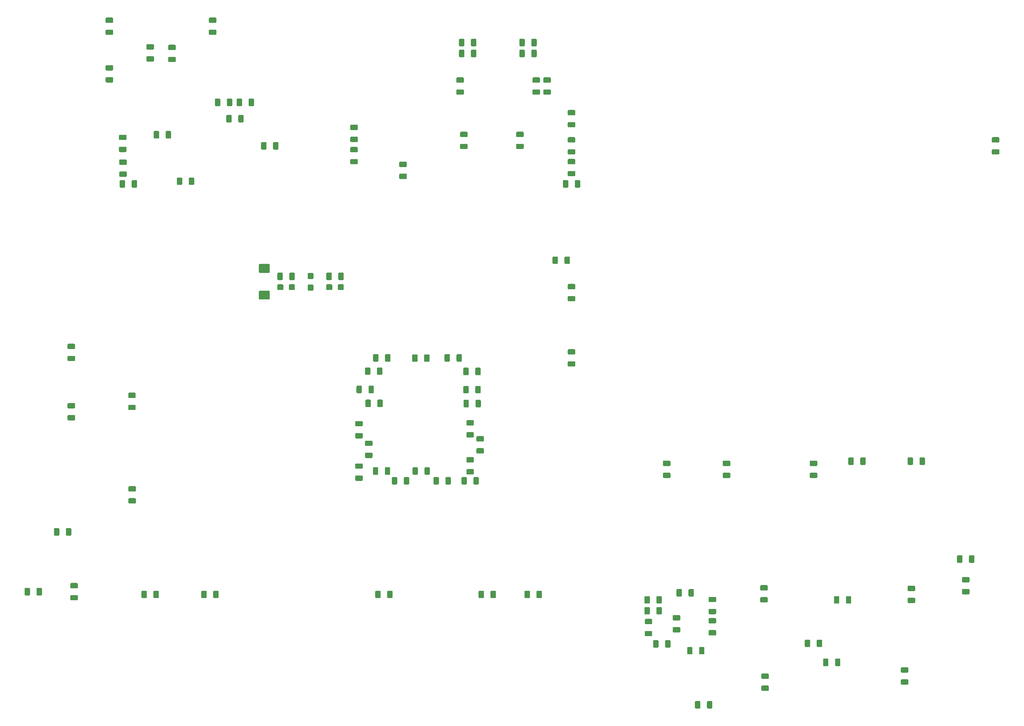
<source format=gbr>
G04 #@! TF.GenerationSoftware,KiCad,Pcbnew,5.1.5+dfsg1-2build2*
G04 #@! TF.CreationDate,2021-11-04T14:18:05+00:00*
G04 #@! TF.ProjectId,MAXI030,4d415849-3033-4302-9e6b-696361645f70,rev?*
G04 #@! TF.SameCoordinates,Original*
G04 #@! TF.FileFunction,Paste,Bot*
G04 #@! TF.FilePolarity,Positive*
%FSLAX46Y46*%
G04 Gerber Fmt 4.6, Leading zero omitted, Abs format (unit mm)*
G04 Created by KiCad (PCBNEW 5.1.5+dfsg1-2build2) date 2021-11-04 14:18:05*
%MOMM*%
%LPD*%
G04 APERTURE LIST*
%ADD10C,0.100000*%
G04 APERTURE END LIST*
D10*
G36*
X77104504Y82788796D02*
G01*
X77128773Y82785196D01*
X77152571Y82779235D01*
X77175671Y82770970D01*
X77197849Y82760480D01*
X77218893Y82747867D01*
X77238598Y82733253D01*
X77256777Y82716777D01*
X77273253Y82698598D01*
X77287867Y82678893D01*
X77300480Y82657849D01*
X77310970Y82635671D01*
X77319235Y82612571D01*
X77325196Y82588773D01*
X77328796Y82564504D01*
X77330000Y82540000D01*
X77330000Y81290000D01*
X77328796Y81265496D01*
X77325196Y81241227D01*
X77319235Y81217429D01*
X77310970Y81194329D01*
X77300480Y81172151D01*
X77287867Y81151107D01*
X77273253Y81131402D01*
X77256777Y81113223D01*
X77238598Y81096747D01*
X77218893Y81082133D01*
X77197849Y81069520D01*
X77175671Y81059030D01*
X77152571Y81050765D01*
X77128773Y81044804D01*
X77104504Y81041204D01*
X77080000Y81040000D01*
X76330000Y81040000D01*
X76305496Y81041204D01*
X76281227Y81044804D01*
X76257429Y81050765D01*
X76234329Y81059030D01*
X76212151Y81069520D01*
X76191107Y81082133D01*
X76171402Y81096747D01*
X76153223Y81113223D01*
X76136747Y81131402D01*
X76122133Y81151107D01*
X76109520Y81172151D01*
X76099030Y81194329D01*
X76090765Y81217429D01*
X76084804Y81241227D01*
X76081204Y81265496D01*
X76080000Y81290000D01*
X76080000Y82540000D01*
X76081204Y82564504D01*
X76084804Y82588773D01*
X76090765Y82612571D01*
X76099030Y82635671D01*
X76109520Y82657849D01*
X76122133Y82678893D01*
X76136747Y82698598D01*
X76153223Y82716777D01*
X76171402Y82733253D01*
X76191107Y82747867D01*
X76212151Y82760480D01*
X76234329Y82770970D01*
X76257429Y82779235D01*
X76281227Y82785196D01*
X76305496Y82788796D01*
X76330000Y82790000D01*
X77080000Y82790000D01*
X77104504Y82788796D01*
G37*
G36*
X79904504Y82788796D02*
G01*
X79928773Y82785196D01*
X79952571Y82779235D01*
X79975671Y82770970D01*
X79997849Y82760480D01*
X80018893Y82747867D01*
X80038598Y82733253D01*
X80056777Y82716777D01*
X80073253Y82698598D01*
X80087867Y82678893D01*
X80100480Y82657849D01*
X80110970Y82635671D01*
X80119235Y82612571D01*
X80125196Y82588773D01*
X80128796Y82564504D01*
X80130000Y82540000D01*
X80130000Y81290000D01*
X80128796Y81265496D01*
X80125196Y81241227D01*
X80119235Y81217429D01*
X80110970Y81194329D01*
X80100480Y81172151D01*
X80087867Y81151107D01*
X80073253Y81131402D01*
X80056777Y81113223D01*
X80038598Y81096747D01*
X80018893Y81082133D01*
X79997849Y81069520D01*
X79975671Y81059030D01*
X79952571Y81050765D01*
X79928773Y81044804D01*
X79904504Y81041204D01*
X79880000Y81040000D01*
X79130000Y81040000D01*
X79105496Y81041204D01*
X79081227Y81044804D01*
X79057429Y81050765D01*
X79034329Y81059030D01*
X79012151Y81069520D01*
X78991107Y81082133D01*
X78971402Y81096747D01*
X78953223Y81113223D01*
X78936747Y81131402D01*
X78922133Y81151107D01*
X78909520Y81172151D01*
X78899030Y81194329D01*
X78890765Y81217429D01*
X78884804Y81241227D01*
X78881204Y81265496D01*
X78880000Y81290000D01*
X78880000Y82540000D01*
X78881204Y82564504D01*
X78884804Y82588773D01*
X78890765Y82612571D01*
X78899030Y82635671D01*
X78909520Y82657849D01*
X78922133Y82678893D01*
X78936747Y82698598D01*
X78953223Y82716777D01*
X78971402Y82733253D01*
X78991107Y82747867D01*
X79012151Y82760480D01*
X79034329Y82770970D01*
X79057429Y82779235D01*
X79081227Y82785196D01*
X79105496Y82788796D01*
X79130000Y82790000D01*
X79880000Y82790000D01*
X79904504Y82788796D01*
G37*
G36*
X92597504Y80195296D02*
G01*
X92621773Y80191696D01*
X92645571Y80185735D01*
X92668671Y80177470D01*
X92690849Y80166980D01*
X92711893Y80154367D01*
X92731598Y80139753D01*
X92749777Y80123277D01*
X92766253Y80105098D01*
X92780867Y80085393D01*
X92793480Y80064349D01*
X92803970Y80042171D01*
X92812235Y80019071D01*
X92818196Y79995273D01*
X92821796Y79971004D01*
X92823000Y79946500D01*
X92823000Y79196500D01*
X92821796Y79171996D01*
X92818196Y79147727D01*
X92812235Y79123929D01*
X92803970Y79100829D01*
X92793480Y79078651D01*
X92780867Y79057607D01*
X92766253Y79037902D01*
X92749777Y79019723D01*
X92731598Y79003247D01*
X92711893Y78988633D01*
X92690849Y78976020D01*
X92668671Y78965530D01*
X92645571Y78957265D01*
X92621773Y78951304D01*
X92597504Y78947704D01*
X92573000Y78946500D01*
X91323000Y78946500D01*
X91298496Y78947704D01*
X91274227Y78951304D01*
X91250429Y78957265D01*
X91227329Y78965530D01*
X91205151Y78976020D01*
X91184107Y78988633D01*
X91164402Y79003247D01*
X91146223Y79019723D01*
X91129747Y79037902D01*
X91115133Y79057607D01*
X91102520Y79078651D01*
X91092030Y79100829D01*
X91083765Y79123929D01*
X91077804Y79147727D01*
X91074204Y79171996D01*
X91073000Y79196500D01*
X91073000Y79946500D01*
X91074204Y79971004D01*
X91077804Y79995273D01*
X91083765Y80019071D01*
X91092030Y80042171D01*
X91102520Y80064349D01*
X91115133Y80085393D01*
X91129747Y80105098D01*
X91146223Y80123277D01*
X91164402Y80139753D01*
X91184107Y80154367D01*
X91205151Y80166980D01*
X91227329Y80177470D01*
X91250429Y80185735D01*
X91274227Y80191696D01*
X91298496Y80195296D01*
X91323000Y80196500D01*
X92573000Y80196500D01*
X92597504Y80195296D01*
G37*
G36*
X92597504Y77395296D02*
G01*
X92621773Y77391696D01*
X92645571Y77385735D01*
X92668671Y77377470D01*
X92690849Y77366980D01*
X92711893Y77354367D01*
X92731598Y77339753D01*
X92749777Y77323277D01*
X92766253Y77305098D01*
X92780867Y77285393D01*
X92793480Y77264349D01*
X92803970Y77242171D01*
X92812235Y77219071D01*
X92818196Y77195273D01*
X92821796Y77171004D01*
X92823000Y77146500D01*
X92823000Y76396500D01*
X92821796Y76371996D01*
X92818196Y76347727D01*
X92812235Y76323929D01*
X92803970Y76300829D01*
X92793480Y76278651D01*
X92780867Y76257607D01*
X92766253Y76237902D01*
X92749777Y76219723D01*
X92731598Y76203247D01*
X92711893Y76188633D01*
X92690849Y76176020D01*
X92668671Y76165530D01*
X92645571Y76157265D01*
X92621773Y76151304D01*
X92597504Y76147704D01*
X92573000Y76146500D01*
X91323000Y76146500D01*
X91298496Y76147704D01*
X91274227Y76151304D01*
X91250429Y76157265D01*
X91227329Y76165530D01*
X91205151Y76176020D01*
X91184107Y76188633D01*
X91164402Y76203247D01*
X91146223Y76219723D01*
X91129747Y76237902D01*
X91115133Y76257607D01*
X91102520Y76278651D01*
X91092030Y76300829D01*
X91083765Y76323929D01*
X91077804Y76347727D01*
X91074204Y76371996D01*
X91073000Y76396500D01*
X91073000Y77146500D01*
X91074204Y77171004D01*
X91077804Y77195273D01*
X91083765Y77219071D01*
X91092030Y77242171D01*
X91102520Y77264349D01*
X91115133Y77285393D01*
X91129747Y77305098D01*
X91146223Y77323277D01*
X91164402Y77339753D01*
X91184107Y77354367D01*
X91205151Y77366980D01*
X91227329Y77377470D01*
X91250429Y77385735D01*
X91274227Y77391696D01*
X91298496Y77395296D01*
X91323000Y77396500D01*
X92573000Y77396500D01*
X92597504Y77395296D01*
G37*
G36*
X81936504Y75041796D02*
G01*
X81960773Y75038196D01*
X81984571Y75032235D01*
X82007671Y75023970D01*
X82029849Y75013480D01*
X82050893Y75000867D01*
X82070598Y74986253D01*
X82088777Y74969777D01*
X82105253Y74951598D01*
X82119867Y74931893D01*
X82132480Y74910849D01*
X82142970Y74888671D01*
X82151235Y74865571D01*
X82157196Y74841773D01*
X82160796Y74817504D01*
X82162000Y74793000D01*
X82162000Y73543000D01*
X82160796Y73518496D01*
X82157196Y73494227D01*
X82151235Y73470429D01*
X82142970Y73447329D01*
X82132480Y73425151D01*
X82119867Y73404107D01*
X82105253Y73384402D01*
X82088777Y73366223D01*
X82070598Y73349747D01*
X82050893Y73335133D01*
X82029849Y73322520D01*
X82007671Y73312030D01*
X81984571Y73303765D01*
X81960773Y73297804D01*
X81936504Y73294204D01*
X81912000Y73293000D01*
X81162000Y73293000D01*
X81137496Y73294204D01*
X81113227Y73297804D01*
X81089429Y73303765D01*
X81066329Y73312030D01*
X81044151Y73322520D01*
X81023107Y73335133D01*
X81003402Y73349747D01*
X80985223Y73366223D01*
X80968747Y73384402D01*
X80954133Y73404107D01*
X80941520Y73425151D01*
X80931030Y73447329D01*
X80922765Y73470429D01*
X80916804Y73494227D01*
X80913204Y73518496D01*
X80912000Y73543000D01*
X80912000Y74793000D01*
X80913204Y74817504D01*
X80916804Y74841773D01*
X80922765Y74865571D01*
X80931030Y74888671D01*
X80941520Y74910849D01*
X80954133Y74931893D01*
X80968747Y74951598D01*
X80985223Y74969777D01*
X81003402Y74986253D01*
X81023107Y75000867D01*
X81044151Y75013480D01*
X81066329Y75023970D01*
X81089429Y75032235D01*
X81113227Y75038196D01*
X81137496Y75041796D01*
X81162000Y75043000D01*
X81912000Y75043000D01*
X81936504Y75041796D01*
G37*
G36*
X79136504Y75041796D02*
G01*
X79160773Y75038196D01*
X79184571Y75032235D01*
X79207671Y75023970D01*
X79229849Y75013480D01*
X79250893Y75000867D01*
X79270598Y74986253D01*
X79288777Y74969777D01*
X79305253Y74951598D01*
X79319867Y74931893D01*
X79332480Y74910849D01*
X79342970Y74888671D01*
X79351235Y74865571D01*
X79357196Y74841773D01*
X79360796Y74817504D01*
X79362000Y74793000D01*
X79362000Y73543000D01*
X79360796Y73518496D01*
X79357196Y73494227D01*
X79351235Y73470429D01*
X79342970Y73447329D01*
X79332480Y73425151D01*
X79319867Y73404107D01*
X79305253Y73384402D01*
X79288777Y73366223D01*
X79270598Y73349747D01*
X79250893Y73335133D01*
X79229849Y73322520D01*
X79207671Y73312030D01*
X79184571Y73303765D01*
X79160773Y73297804D01*
X79136504Y73294204D01*
X79112000Y73293000D01*
X78362000Y73293000D01*
X78337496Y73294204D01*
X78313227Y73297804D01*
X78289429Y73303765D01*
X78266329Y73312030D01*
X78244151Y73322520D01*
X78223107Y73335133D01*
X78203402Y73349747D01*
X78185223Y73366223D01*
X78168747Y73384402D01*
X78154133Y73404107D01*
X78141520Y73425151D01*
X78131030Y73447329D01*
X78122765Y73470429D01*
X78116804Y73494227D01*
X78113204Y73518496D01*
X78112000Y73543000D01*
X78112000Y74793000D01*
X78113204Y74817504D01*
X78116804Y74841773D01*
X78122765Y74865571D01*
X78131030Y74888671D01*
X78141520Y74910849D01*
X78154133Y74931893D01*
X78168747Y74951598D01*
X78185223Y74969777D01*
X78203402Y74986253D01*
X78223107Y75000867D01*
X78244151Y75013480D01*
X78266329Y75023970D01*
X78289429Y75032235D01*
X78313227Y75038196D01*
X78337496Y75041796D01*
X78362000Y75043000D01*
X79112000Y75043000D01*
X79136504Y75041796D01*
G37*
G36*
X47639504Y193793796D02*
G01*
X47663773Y193790196D01*
X47687571Y193784235D01*
X47710671Y193775970D01*
X47732849Y193765480D01*
X47753893Y193752867D01*
X47773598Y193738253D01*
X47791777Y193721777D01*
X47808253Y193703598D01*
X47822867Y193683893D01*
X47835480Y193662849D01*
X47845970Y193640671D01*
X47854235Y193617571D01*
X47860196Y193593773D01*
X47863796Y193569504D01*
X47865000Y193545000D01*
X47865000Y192795000D01*
X47863796Y192770496D01*
X47860196Y192746227D01*
X47854235Y192722429D01*
X47845970Y192699329D01*
X47835480Y192677151D01*
X47822867Y192656107D01*
X47808253Y192636402D01*
X47791777Y192618223D01*
X47773598Y192601747D01*
X47753893Y192587133D01*
X47732849Y192574520D01*
X47710671Y192564030D01*
X47687571Y192555765D01*
X47663773Y192549804D01*
X47639504Y192546204D01*
X47615000Y192545000D01*
X46365000Y192545000D01*
X46340496Y192546204D01*
X46316227Y192549804D01*
X46292429Y192555765D01*
X46269329Y192564030D01*
X46247151Y192574520D01*
X46226107Y192587133D01*
X46206402Y192601747D01*
X46188223Y192618223D01*
X46171747Y192636402D01*
X46157133Y192656107D01*
X46144520Y192677151D01*
X46134030Y192699329D01*
X46125765Y192722429D01*
X46119804Y192746227D01*
X46116204Y192770496D01*
X46115000Y192795000D01*
X46115000Y193545000D01*
X46116204Y193569504D01*
X46119804Y193593773D01*
X46125765Y193617571D01*
X46134030Y193640671D01*
X46144520Y193662849D01*
X46157133Y193683893D01*
X46171747Y193703598D01*
X46188223Y193721777D01*
X46206402Y193738253D01*
X46226107Y193752867D01*
X46247151Y193765480D01*
X46269329Y193775970D01*
X46292429Y193784235D01*
X46316227Y193790196D01*
X46340496Y193793796D01*
X46365000Y193795000D01*
X47615000Y193795000D01*
X47639504Y193793796D01*
G37*
G36*
X47639504Y190993796D02*
G01*
X47663773Y190990196D01*
X47687571Y190984235D01*
X47710671Y190975970D01*
X47732849Y190965480D01*
X47753893Y190952867D01*
X47773598Y190938253D01*
X47791777Y190921777D01*
X47808253Y190903598D01*
X47822867Y190883893D01*
X47835480Y190862849D01*
X47845970Y190840671D01*
X47854235Y190817571D01*
X47860196Y190793773D01*
X47863796Y190769504D01*
X47865000Y190745000D01*
X47865000Y189995000D01*
X47863796Y189970496D01*
X47860196Y189946227D01*
X47854235Y189922429D01*
X47845970Y189899329D01*
X47835480Y189877151D01*
X47822867Y189856107D01*
X47808253Y189836402D01*
X47791777Y189818223D01*
X47773598Y189801747D01*
X47753893Y189787133D01*
X47732849Y189774520D01*
X47710671Y189764030D01*
X47687571Y189755765D01*
X47663773Y189749804D01*
X47639504Y189746204D01*
X47615000Y189745000D01*
X46365000Y189745000D01*
X46340496Y189746204D01*
X46316227Y189749804D01*
X46292429Y189755765D01*
X46269329Y189764030D01*
X46247151Y189774520D01*
X46226107Y189787133D01*
X46206402Y189801747D01*
X46188223Y189818223D01*
X46171747Y189836402D01*
X46157133Y189856107D01*
X46144520Y189877151D01*
X46134030Y189899329D01*
X46125765Y189922429D01*
X46119804Y189946227D01*
X46116204Y189970496D01*
X46115000Y189995000D01*
X46115000Y190745000D01*
X46116204Y190769504D01*
X46119804Y190793773D01*
X46125765Y190817571D01*
X46134030Y190840671D01*
X46144520Y190862849D01*
X46157133Y190883893D01*
X46171747Y190903598D01*
X46188223Y190921777D01*
X46206402Y190938253D01*
X46226107Y190952867D01*
X46247151Y190965480D01*
X46269329Y190975970D01*
X46292429Y190984235D01*
X46316227Y190990196D01*
X46340496Y190993796D01*
X46365000Y190995000D01*
X47615000Y190995000D01*
X47639504Y190993796D01*
G37*
G36*
X137492004Y68695796D02*
G01*
X137516273Y68692196D01*
X137540071Y68686235D01*
X137563171Y68677970D01*
X137585349Y68667480D01*
X137606393Y68654867D01*
X137626098Y68640253D01*
X137644277Y68623777D01*
X137660753Y68605598D01*
X137675367Y68585893D01*
X137687980Y68564849D01*
X137698470Y68542671D01*
X137706735Y68519571D01*
X137712696Y68495773D01*
X137716296Y68471504D01*
X137717500Y68447000D01*
X137717500Y67697000D01*
X137716296Y67672496D01*
X137712696Y67648227D01*
X137706735Y67624429D01*
X137698470Y67601329D01*
X137687980Y67579151D01*
X137675367Y67558107D01*
X137660753Y67538402D01*
X137644277Y67520223D01*
X137626098Y67503747D01*
X137606393Y67489133D01*
X137585349Y67476520D01*
X137563171Y67466030D01*
X137540071Y67457765D01*
X137516273Y67451804D01*
X137492004Y67448204D01*
X137467500Y67447000D01*
X136217500Y67447000D01*
X136192996Y67448204D01*
X136168727Y67451804D01*
X136144929Y67457765D01*
X136121829Y67466030D01*
X136099651Y67476520D01*
X136078607Y67489133D01*
X136058902Y67503747D01*
X136040723Y67520223D01*
X136024247Y67538402D01*
X136009633Y67558107D01*
X135997020Y67579151D01*
X135986530Y67601329D01*
X135978265Y67624429D01*
X135972304Y67648227D01*
X135968704Y67672496D01*
X135967500Y67697000D01*
X135967500Y68447000D01*
X135968704Y68471504D01*
X135972304Y68495773D01*
X135978265Y68519571D01*
X135986530Y68542671D01*
X135997020Y68564849D01*
X136009633Y68585893D01*
X136024247Y68605598D01*
X136040723Y68623777D01*
X136058902Y68640253D01*
X136078607Y68654867D01*
X136099651Y68667480D01*
X136121829Y68677970D01*
X136144929Y68686235D01*
X136168727Y68692196D01*
X136192996Y68695796D01*
X136217500Y68697000D01*
X137467500Y68697000D01*
X137492004Y68695796D01*
G37*
G36*
X137492004Y65895796D02*
G01*
X137516273Y65892196D01*
X137540071Y65886235D01*
X137563171Y65877970D01*
X137585349Y65867480D01*
X137606393Y65854867D01*
X137626098Y65840253D01*
X137644277Y65823777D01*
X137660753Y65805598D01*
X137675367Y65785893D01*
X137687980Y65764849D01*
X137698470Y65742671D01*
X137706735Y65719571D01*
X137712696Y65695773D01*
X137716296Y65671504D01*
X137717500Y65647000D01*
X137717500Y64897000D01*
X137716296Y64872496D01*
X137712696Y64848227D01*
X137706735Y64824429D01*
X137698470Y64801329D01*
X137687980Y64779151D01*
X137675367Y64758107D01*
X137660753Y64738402D01*
X137644277Y64720223D01*
X137626098Y64703747D01*
X137606393Y64689133D01*
X137585349Y64676520D01*
X137563171Y64666030D01*
X137540071Y64657765D01*
X137516273Y64651804D01*
X137492004Y64648204D01*
X137467500Y64647000D01*
X136217500Y64647000D01*
X136192996Y64648204D01*
X136168727Y64651804D01*
X136144929Y64657765D01*
X136121829Y64666030D01*
X136099651Y64676520D01*
X136078607Y64689133D01*
X136058902Y64703747D01*
X136040723Y64720223D01*
X136024247Y64738402D01*
X136009633Y64758107D01*
X135997020Y64779151D01*
X135986530Y64801329D01*
X135978265Y64824429D01*
X135972304Y64848227D01*
X135968704Y64872496D01*
X135967500Y64897000D01*
X135967500Y65647000D01*
X135968704Y65671504D01*
X135972304Y65695773D01*
X135978265Y65719571D01*
X135986530Y65742671D01*
X135997020Y65764849D01*
X136009633Y65785893D01*
X136024247Y65805598D01*
X136040723Y65823777D01*
X136058902Y65840253D01*
X136078607Y65854867D01*
X136099651Y65867480D01*
X136121829Y65877970D01*
X136144929Y65886235D01*
X136168727Y65892196D01*
X136192996Y65895796D01*
X136217500Y65897000D01*
X137467500Y65897000D01*
X137492004Y65895796D01*
G37*
G36*
X84600504Y86979796D02*
G01*
X84624773Y86976196D01*
X84648571Y86970235D01*
X84671671Y86961970D01*
X84693849Y86951480D01*
X84714893Y86938867D01*
X84734598Y86924253D01*
X84752777Y86907777D01*
X84769253Y86889598D01*
X84783867Y86869893D01*
X84796480Y86848849D01*
X84806970Y86826671D01*
X84815235Y86803571D01*
X84821196Y86779773D01*
X84824796Y86755504D01*
X84826000Y86731000D01*
X84826000Y85481000D01*
X84824796Y85456496D01*
X84821196Y85432227D01*
X84815235Y85408429D01*
X84806970Y85385329D01*
X84796480Y85363151D01*
X84783867Y85342107D01*
X84769253Y85322402D01*
X84752777Y85304223D01*
X84734598Y85287747D01*
X84714893Y85273133D01*
X84693849Y85260520D01*
X84671671Y85250030D01*
X84648571Y85241765D01*
X84624773Y85235804D01*
X84600504Y85232204D01*
X84576000Y85231000D01*
X83826000Y85231000D01*
X83801496Y85232204D01*
X83777227Y85235804D01*
X83753429Y85241765D01*
X83730329Y85250030D01*
X83708151Y85260520D01*
X83687107Y85273133D01*
X83667402Y85287747D01*
X83649223Y85304223D01*
X83632747Y85322402D01*
X83618133Y85342107D01*
X83605520Y85363151D01*
X83595030Y85385329D01*
X83586765Y85408429D01*
X83580804Y85432227D01*
X83577204Y85456496D01*
X83576000Y85481000D01*
X83576000Y86731000D01*
X83577204Y86755504D01*
X83580804Y86779773D01*
X83586765Y86803571D01*
X83595030Y86826671D01*
X83605520Y86848849D01*
X83618133Y86869893D01*
X83632747Y86889598D01*
X83649223Y86907777D01*
X83667402Y86924253D01*
X83687107Y86938867D01*
X83708151Y86951480D01*
X83730329Y86961970D01*
X83753429Y86970235D01*
X83777227Y86976196D01*
X83801496Y86979796D01*
X83826000Y86981000D01*
X84576000Y86981000D01*
X84600504Y86979796D01*
G37*
G36*
X87400504Y86979796D02*
G01*
X87424773Y86976196D01*
X87448571Y86970235D01*
X87471671Y86961970D01*
X87493849Y86951480D01*
X87514893Y86938867D01*
X87534598Y86924253D01*
X87552777Y86907777D01*
X87569253Y86889598D01*
X87583867Y86869893D01*
X87596480Y86848849D01*
X87606970Y86826671D01*
X87615235Y86803571D01*
X87621196Y86779773D01*
X87624796Y86755504D01*
X87626000Y86731000D01*
X87626000Y85481000D01*
X87624796Y85456496D01*
X87621196Y85432227D01*
X87615235Y85408429D01*
X87606970Y85385329D01*
X87596480Y85363151D01*
X87583867Y85342107D01*
X87569253Y85322402D01*
X87552777Y85304223D01*
X87534598Y85287747D01*
X87514893Y85273133D01*
X87493849Y85260520D01*
X87471671Y85250030D01*
X87448571Y85241765D01*
X87424773Y85235804D01*
X87400504Y85232204D01*
X87376000Y85231000D01*
X86626000Y85231000D01*
X86601496Y85232204D01*
X86577227Y85235804D01*
X86553429Y85241765D01*
X86530329Y85250030D01*
X86508151Y85260520D01*
X86487107Y85273133D01*
X86467402Y85287747D01*
X86449223Y85304223D01*
X86432747Y85322402D01*
X86418133Y85342107D01*
X86405520Y85363151D01*
X86395030Y85385329D01*
X86386765Y85408429D01*
X86380804Y85432227D01*
X86377204Y85456496D01*
X86376000Y85481000D01*
X86376000Y86731000D01*
X86377204Y86755504D01*
X86380804Y86779773D01*
X86386765Y86803571D01*
X86395030Y86826671D01*
X86405520Y86848849D01*
X86418133Y86869893D01*
X86432747Y86889598D01*
X86449223Y86907777D01*
X86467402Y86924253D01*
X86487107Y86938867D01*
X86508151Y86951480D01*
X86530329Y86961970D01*
X86553429Y86970235D01*
X86577227Y86976196D01*
X86601496Y86979796D01*
X86626000Y86981000D01*
X87376000Y86981000D01*
X87400504Y86979796D01*
G37*
G36*
X77675004Y77198796D02*
G01*
X77699273Y77195196D01*
X77723071Y77189235D01*
X77746171Y77180970D01*
X77768349Y77170480D01*
X77789393Y77157867D01*
X77809098Y77143253D01*
X77827277Y77126777D01*
X77843753Y77108598D01*
X77858367Y77088893D01*
X77870980Y77067849D01*
X77881470Y77045671D01*
X77889735Y77022571D01*
X77895696Y76998773D01*
X77899296Y76974504D01*
X77900500Y76950000D01*
X77900500Y76200000D01*
X77899296Y76175496D01*
X77895696Y76151227D01*
X77889735Y76127429D01*
X77881470Y76104329D01*
X77870980Y76082151D01*
X77858367Y76061107D01*
X77843753Y76041402D01*
X77827277Y76023223D01*
X77809098Y76006747D01*
X77789393Y75992133D01*
X77768349Y75979520D01*
X77746171Y75969030D01*
X77723071Y75960765D01*
X77699273Y75954804D01*
X77675004Y75951204D01*
X77650500Y75950000D01*
X76400500Y75950000D01*
X76375996Y75951204D01*
X76351727Y75954804D01*
X76327929Y75960765D01*
X76304829Y75969030D01*
X76282651Y75979520D01*
X76261607Y75992133D01*
X76241902Y76006747D01*
X76223723Y76023223D01*
X76207247Y76041402D01*
X76192633Y76061107D01*
X76180020Y76082151D01*
X76169530Y76104329D01*
X76161265Y76127429D01*
X76155304Y76151227D01*
X76151704Y76175496D01*
X76150500Y76200000D01*
X76150500Y76950000D01*
X76151704Y76974504D01*
X76155304Y76998773D01*
X76161265Y77022571D01*
X76169530Y77045671D01*
X76180020Y77067849D01*
X76192633Y77088893D01*
X76207247Y77108598D01*
X76223723Y77126777D01*
X76241902Y77143253D01*
X76261607Y77157867D01*
X76282651Y77170480D01*
X76304829Y77180970D01*
X76327929Y77189235D01*
X76351727Y77195196D01*
X76375996Y77198796D01*
X76400500Y77200000D01*
X77650500Y77200000D01*
X77675004Y77198796D01*
G37*
G36*
X77675004Y79998796D02*
G01*
X77699273Y79995196D01*
X77723071Y79989235D01*
X77746171Y79980970D01*
X77768349Y79970480D01*
X77789393Y79957867D01*
X77809098Y79943253D01*
X77827277Y79926777D01*
X77843753Y79908598D01*
X77858367Y79888893D01*
X77870980Y79867849D01*
X77881470Y79845671D01*
X77889735Y79822571D01*
X77895696Y79798773D01*
X77899296Y79774504D01*
X77900500Y79750000D01*
X77900500Y79000000D01*
X77899296Y78975496D01*
X77895696Y78951227D01*
X77889735Y78927429D01*
X77881470Y78904329D01*
X77870980Y78882151D01*
X77858367Y78861107D01*
X77843753Y78841402D01*
X77827277Y78823223D01*
X77809098Y78806747D01*
X77789393Y78792133D01*
X77768349Y78779520D01*
X77746171Y78769030D01*
X77723071Y78760765D01*
X77699273Y78754804D01*
X77675004Y78751204D01*
X77650500Y78750000D01*
X76400500Y78750000D01*
X76375996Y78751204D01*
X76351727Y78754804D01*
X76327929Y78760765D01*
X76304829Y78769030D01*
X76282651Y78779520D01*
X76261607Y78792133D01*
X76241902Y78806747D01*
X76223723Y78823223D01*
X76207247Y78841402D01*
X76192633Y78861107D01*
X76180020Y78882151D01*
X76169530Y78904329D01*
X76161265Y78927429D01*
X76155304Y78951227D01*
X76151704Y78975496D01*
X76150500Y79000000D01*
X76150500Y79750000D01*
X76151704Y79774504D01*
X76155304Y79798773D01*
X76161265Y79822571D01*
X76169530Y79845671D01*
X76180020Y79867849D01*
X76192633Y79888893D01*
X76207247Y79908598D01*
X76223723Y79926777D01*
X76241902Y79943253D01*
X76261607Y79957867D01*
X76282651Y79970480D01*
X76304829Y79980970D01*
X76327929Y79989235D01*
X76351727Y79995196D01*
X76375996Y79998796D01*
X76400500Y80000000D01*
X77650500Y80000000D01*
X77675004Y79998796D01*
G37*
G36*
X104662504Y85078796D02*
G01*
X104686773Y85075196D01*
X104710571Y85069235D01*
X104733671Y85060970D01*
X104755849Y85050480D01*
X104776893Y85037867D01*
X104796598Y85023253D01*
X104814777Y85006777D01*
X104831253Y84988598D01*
X104845867Y84968893D01*
X104858480Y84947849D01*
X104868970Y84925671D01*
X104877235Y84902571D01*
X104883196Y84878773D01*
X104886796Y84854504D01*
X104888000Y84830000D01*
X104888000Y84080000D01*
X104886796Y84055496D01*
X104883196Y84031227D01*
X104877235Y84007429D01*
X104868970Y83984329D01*
X104858480Y83962151D01*
X104845867Y83941107D01*
X104831253Y83921402D01*
X104814777Y83903223D01*
X104796598Y83886747D01*
X104776893Y83872133D01*
X104755849Y83859520D01*
X104733671Y83849030D01*
X104710571Y83840765D01*
X104686773Y83834804D01*
X104662504Y83831204D01*
X104638000Y83830000D01*
X103388000Y83830000D01*
X103363496Y83831204D01*
X103339227Y83834804D01*
X103315429Y83840765D01*
X103292329Y83849030D01*
X103270151Y83859520D01*
X103249107Y83872133D01*
X103229402Y83886747D01*
X103211223Y83903223D01*
X103194747Y83921402D01*
X103180133Y83941107D01*
X103167520Y83962151D01*
X103157030Y83984329D01*
X103148765Y84007429D01*
X103142804Y84031227D01*
X103139204Y84055496D01*
X103138000Y84080000D01*
X103138000Y84830000D01*
X103139204Y84854504D01*
X103142804Y84878773D01*
X103148765Y84902571D01*
X103157030Y84925671D01*
X103167520Y84947849D01*
X103180133Y84968893D01*
X103194747Y84988598D01*
X103211223Y85006777D01*
X103229402Y85023253D01*
X103249107Y85037867D01*
X103270151Y85050480D01*
X103292329Y85060970D01*
X103315429Y85069235D01*
X103339227Y85075196D01*
X103363496Y85078796D01*
X103388000Y85080000D01*
X104638000Y85080000D01*
X104662504Y85078796D01*
G37*
G36*
X104662504Y87878796D02*
G01*
X104686773Y87875196D01*
X104710571Y87869235D01*
X104733671Y87860970D01*
X104755849Y87850480D01*
X104776893Y87837867D01*
X104796598Y87823253D01*
X104814777Y87806777D01*
X104831253Y87788598D01*
X104845867Y87768893D01*
X104858480Y87747849D01*
X104868970Y87725671D01*
X104877235Y87702571D01*
X104883196Y87678773D01*
X104886796Y87654504D01*
X104888000Y87630000D01*
X104888000Y86880000D01*
X104886796Y86855496D01*
X104883196Y86831227D01*
X104877235Y86807429D01*
X104868970Y86784329D01*
X104858480Y86762151D01*
X104845867Y86741107D01*
X104831253Y86721402D01*
X104814777Y86703223D01*
X104796598Y86686747D01*
X104776893Y86672133D01*
X104755849Y86659520D01*
X104733671Y86649030D01*
X104710571Y86640765D01*
X104686773Y86634804D01*
X104662504Y86631204D01*
X104638000Y86630000D01*
X103388000Y86630000D01*
X103363496Y86631204D01*
X103339227Y86634804D01*
X103315429Y86640765D01*
X103292329Y86649030D01*
X103270151Y86659520D01*
X103249107Y86672133D01*
X103229402Y86686747D01*
X103211223Y86703223D01*
X103194747Y86721402D01*
X103180133Y86741107D01*
X103167520Y86762151D01*
X103157030Y86784329D01*
X103148765Y86807429D01*
X103142804Y86831227D01*
X103139204Y86855496D01*
X103138000Y86880000D01*
X103138000Y87630000D01*
X103139204Y87654504D01*
X103142804Y87678773D01*
X103148765Y87702571D01*
X103157030Y87725671D01*
X103167520Y87747849D01*
X103180133Y87768893D01*
X103194747Y87788598D01*
X103211223Y87806777D01*
X103229402Y87823253D01*
X103249107Y87837867D01*
X103270151Y87850480D01*
X103292329Y87860970D01*
X103315429Y87869235D01*
X103339227Y87875196D01*
X103363496Y87878796D01*
X103388000Y87880000D01*
X104638000Y87880000D01*
X104662504Y87878796D01*
G37*
G36*
X121627004Y70723796D02*
G01*
X121651273Y70720196D01*
X121675071Y70714235D01*
X121698171Y70705970D01*
X121720349Y70695480D01*
X121741393Y70682867D01*
X121761098Y70668253D01*
X121779277Y70651777D01*
X121795753Y70633598D01*
X121810367Y70613893D01*
X121822980Y70592849D01*
X121833470Y70570671D01*
X121841735Y70547571D01*
X121847696Y70523773D01*
X121851296Y70499504D01*
X121852500Y70475000D01*
X121852500Y69225000D01*
X121851296Y69200496D01*
X121847696Y69176227D01*
X121841735Y69152429D01*
X121833470Y69129329D01*
X121822980Y69107151D01*
X121810367Y69086107D01*
X121795753Y69066402D01*
X121779277Y69048223D01*
X121761098Y69031747D01*
X121741393Y69017133D01*
X121720349Y69004520D01*
X121698171Y68994030D01*
X121675071Y68985765D01*
X121651273Y68979804D01*
X121627004Y68976204D01*
X121602500Y68975000D01*
X120852500Y68975000D01*
X120827996Y68976204D01*
X120803727Y68979804D01*
X120779929Y68985765D01*
X120756829Y68994030D01*
X120734651Y69004520D01*
X120713607Y69017133D01*
X120693902Y69031747D01*
X120675723Y69048223D01*
X120659247Y69066402D01*
X120644633Y69086107D01*
X120632020Y69107151D01*
X120621530Y69129329D01*
X120613265Y69152429D01*
X120607304Y69176227D01*
X120603704Y69200496D01*
X120602500Y69225000D01*
X120602500Y70475000D01*
X120603704Y70499504D01*
X120607304Y70523773D01*
X120613265Y70547571D01*
X120621530Y70570671D01*
X120632020Y70592849D01*
X120644633Y70613893D01*
X120659247Y70633598D01*
X120675723Y70651777D01*
X120693902Y70668253D01*
X120713607Y70682867D01*
X120734651Y70695480D01*
X120756829Y70705970D01*
X120779929Y70714235D01*
X120803727Y70720196D01*
X120827996Y70723796D01*
X120852500Y70725000D01*
X121602500Y70725000D01*
X121627004Y70723796D01*
G37*
G36*
X118827004Y70723796D02*
G01*
X118851273Y70720196D01*
X118875071Y70714235D01*
X118898171Y70705970D01*
X118920349Y70695480D01*
X118941393Y70682867D01*
X118961098Y70668253D01*
X118979277Y70651777D01*
X118995753Y70633598D01*
X119010367Y70613893D01*
X119022980Y70592849D01*
X119033470Y70570671D01*
X119041735Y70547571D01*
X119047696Y70523773D01*
X119051296Y70499504D01*
X119052500Y70475000D01*
X119052500Y69225000D01*
X119051296Y69200496D01*
X119047696Y69176227D01*
X119041735Y69152429D01*
X119033470Y69129329D01*
X119022980Y69107151D01*
X119010367Y69086107D01*
X118995753Y69066402D01*
X118979277Y69048223D01*
X118961098Y69031747D01*
X118941393Y69017133D01*
X118920349Y69004520D01*
X118898171Y68994030D01*
X118875071Y68985765D01*
X118851273Y68979804D01*
X118827004Y68976204D01*
X118802500Y68975000D01*
X118052500Y68975000D01*
X118027996Y68976204D01*
X118003727Y68979804D01*
X117979929Y68985765D01*
X117956829Y68994030D01*
X117934651Y69004520D01*
X117913607Y69017133D01*
X117893902Y69031747D01*
X117875723Y69048223D01*
X117859247Y69066402D01*
X117844633Y69086107D01*
X117832020Y69107151D01*
X117821530Y69129329D01*
X117813265Y69152429D01*
X117807304Y69176227D01*
X117803704Y69200496D01*
X117802500Y69225000D01*
X117802500Y70475000D01*
X117803704Y70499504D01*
X117807304Y70523773D01*
X117813265Y70547571D01*
X117821530Y70570671D01*
X117832020Y70592849D01*
X117844633Y70613893D01*
X117859247Y70633598D01*
X117875723Y70651777D01*
X117893902Y70668253D01*
X117913607Y70682867D01*
X117934651Y70695480D01*
X117956829Y70705970D01*
X117979929Y70714235D01*
X118003727Y70720196D01*
X118027996Y70723796D01*
X118052500Y70725000D01*
X118802500Y70725000D01*
X118827004Y70723796D01*
G37*
G36*
X87071004Y73454296D02*
G01*
X87095273Y73450696D01*
X87119071Y73444735D01*
X87142171Y73436470D01*
X87164349Y73425980D01*
X87185393Y73413367D01*
X87205098Y73398753D01*
X87223277Y73382277D01*
X87239753Y73364098D01*
X87254367Y73344393D01*
X87266980Y73323349D01*
X87277470Y73301171D01*
X87285735Y73278071D01*
X87291696Y73254273D01*
X87295296Y73230004D01*
X87296500Y73205500D01*
X87296500Y71955500D01*
X87295296Y71930996D01*
X87291696Y71906727D01*
X87285735Y71882929D01*
X87277470Y71859829D01*
X87266980Y71837651D01*
X87254367Y71816607D01*
X87239753Y71796902D01*
X87223277Y71778723D01*
X87205098Y71762247D01*
X87185393Y71747633D01*
X87164349Y71735020D01*
X87142171Y71724530D01*
X87119071Y71716265D01*
X87095273Y71710304D01*
X87071004Y71706704D01*
X87046500Y71705500D01*
X86296500Y71705500D01*
X86271996Y71706704D01*
X86247727Y71710304D01*
X86223929Y71716265D01*
X86200829Y71724530D01*
X86178651Y71735020D01*
X86157607Y71747633D01*
X86137902Y71762247D01*
X86119723Y71778723D01*
X86103247Y71796902D01*
X86088633Y71816607D01*
X86076020Y71837651D01*
X86065530Y71859829D01*
X86057265Y71882929D01*
X86051304Y71906727D01*
X86047704Y71930996D01*
X86046500Y71955500D01*
X86046500Y73205500D01*
X86047704Y73230004D01*
X86051304Y73254273D01*
X86057265Y73278071D01*
X86065530Y73301171D01*
X86076020Y73323349D01*
X86088633Y73344393D01*
X86103247Y73364098D01*
X86119723Y73382277D01*
X86137902Y73398753D01*
X86157607Y73413367D01*
X86178651Y73425980D01*
X86200829Y73436470D01*
X86223929Y73444735D01*
X86247727Y73450696D01*
X86271996Y73454296D01*
X86296500Y73455500D01*
X87046500Y73455500D01*
X87071004Y73454296D01*
G37*
G36*
X89871004Y73454296D02*
G01*
X89895273Y73450696D01*
X89919071Y73444735D01*
X89942171Y73436470D01*
X89964349Y73425980D01*
X89985393Y73413367D01*
X90005098Y73398753D01*
X90023277Y73382277D01*
X90039753Y73364098D01*
X90054367Y73344393D01*
X90066980Y73323349D01*
X90077470Y73301171D01*
X90085735Y73278071D01*
X90091696Y73254273D01*
X90095296Y73230004D01*
X90096500Y73205500D01*
X90096500Y71955500D01*
X90095296Y71930996D01*
X90091696Y71906727D01*
X90085735Y71882929D01*
X90077470Y71859829D01*
X90066980Y71837651D01*
X90054367Y71816607D01*
X90039753Y71796902D01*
X90023277Y71778723D01*
X90005098Y71762247D01*
X89985393Y71747633D01*
X89964349Y71735020D01*
X89942171Y71724530D01*
X89919071Y71716265D01*
X89895273Y71710304D01*
X89871004Y71706704D01*
X89846500Y71705500D01*
X89096500Y71705500D01*
X89071996Y71706704D01*
X89047727Y71710304D01*
X89023929Y71716265D01*
X89000829Y71724530D01*
X88978651Y71735020D01*
X88957607Y71747633D01*
X88937902Y71762247D01*
X88919723Y71778723D01*
X88903247Y71796902D01*
X88888633Y71816607D01*
X88876020Y71837651D01*
X88865530Y71859829D01*
X88857265Y71882929D01*
X88851304Y71906727D01*
X88847704Y71930996D01*
X88846500Y71955500D01*
X88846500Y73205500D01*
X88847704Y73230004D01*
X88851304Y73254273D01*
X88857265Y73278071D01*
X88865530Y73301171D01*
X88876020Y73323349D01*
X88888633Y73344393D01*
X88903247Y73364098D01*
X88919723Y73382277D01*
X88937902Y73398753D01*
X88957607Y73413367D01*
X88978651Y73425980D01*
X89000829Y73436470D01*
X89023929Y73444735D01*
X89047727Y73450696D01*
X89071996Y73454296D01*
X89096500Y73455500D01*
X89846500Y73455500D01*
X89871004Y73454296D01*
G37*
G36*
X12648304Y134477796D02*
G01*
X12672573Y134474196D01*
X12696371Y134468235D01*
X12719471Y134459970D01*
X12741649Y134449480D01*
X12762693Y134436867D01*
X12782398Y134422253D01*
X12800577Y134405777D01*
X12817053Y134387598D01*
X12831667Y134367893D01*
X12844280Y134346849D01*
X12854770Y134324671D01*
X12863035Y134301571D01*
X12868996Y134277773D01*
X12872596Y134253504D01*
X12873800Y134229000D01*
X12873800Y132979000D01*
X12872596Y132954496D01*
X12868996Y132930227D01*
X12863035Y132906429D01*
X12854770Y132883329D01*
X12844280Y132861151D01*
X12831667Y132840107D01*
X12817053Y132820402D01*
X12800577Y132802223D01*
X12782398Y132785747D01*
X12762693Y132771133D01*
X12741649Y132758520D01*
X12719471Y132748030D01*
X12696371Y132739765D01*
X12672573Y132733804D01*
X12648304Y132730204D01*
X12623800Y132729000D01*
X11873800Y132729000D01*
X11849296Y132730204D01*
X11825027Y132733804D01*
X11801229Y132739765D01*
X11778129Y132748030D01*
X11755951Y132758520D01*
X11734907Y132771133D01*
X11715202Y132785747D01*
X11697023Y132802223D01*
X11680547Y132820402D01*
X11665933Y132840107D01*
X11653320Y132861151D01*
X11642830Y132883329D01*
X11634565Y132906429D01*
X11628604Y132930227D01*
X11625004Y132954496D01*
X11623800Y132979000D01*
X11623800Y134229000D01*
X11625004Y134253504D01*
X11628604Y134277773D01*
X11634565Y134301571D01*
X11642830Y134324671D01*
X11653320Y134346849D01*
X11665933Y134367893D01*
X11680547Y134387598D01*
X11697023Y134405777D01*
X11715202Y134422253D01*
X11734907Y134436867D01*
X11755951Y134449480D01*
X11778129Y134459970D01*
X11801229Y134468235D01*
X11825027Y134474196D01*
X11849296Y134477796D01*
X11873800Y134479000D01*
X12623800Y134479000D01*
X12648304Y134477796D01*
G37*
G36*
X9848304Y134477796D02*
G01*
X9872573Y134474196D01*
X9896371Y134468235D01*
X9919471Y134459970D01*
X9941649Y134449480D01*
X9962693Y134436867D01*
X9982398Y134422253D01*
X10000577Y134405777D01*
X10017053Y134387598D01*
X10031667Y134367893D01*
X10044280Y134346849D01*
X10054770Y134324671D01*
X10063035Y134301571D01*
X10068996Y134277773D01*
X10072596Y134253504D01*
X10073800Y134229000D01*
X10073800Y132979000D01*
X10072596Y132954496D01*
X10068996Y132930227D01*
X10063035Y132906429D01*
X10054770Y132883329D01*
X10044280Y132861151D01*
X10031667Y132840107D01*
X10017053Y132820402D01*
X10000577Y132802223D01*
X9982398Y132785747D01*
X9962693Y132771133D01*
X9941649Y132758520D01*
X9919471Y132748030D01*
X9896371Y132739765D01*
X9872573Y132733804D01*
X9848304Y132730204D01*
X9823800Y132729000D01*
X9073800Y132729000D01*
X9049296Y132730204D01*
X9025027Y132733804D01*
X9001229Y132739765D01*
X8978129Y132748030D01*
X8955951Y132758520D01*
X8934907Y132771133D01*
X8915202Y132785747D01*
X8897023Y132802223D01*
X8880547Y132820402D01*
X8865933Y132840107D01*
X8853320Y132861151D01*
X8842830Y132883329D01*
X8834565Y132906429D01*
X8828604Y132930227D01*
X8825004Y132954496D01*
X8823800Y132979000D01*
X8823800Y134229000D01*
X8825004Y134253504D01*
X8828604Y134277773D01*
X8834565Y134301571D01*
X8842830Y134324671D01*
X8853320Y134346849D01*
X8865933Y134367893D01*
X8880547Y134387598D01*
X8897023Y134405777D01*
X8915202Y134422253D01*
X8934907Y134436867D01*
X8955951Y134449480D01*
X8978129Y134459970D01*
X9001229Y134468235D01*
X9025027Y134474196D01*
X9049296Y134477796D01*
X9073800Y134479000D01*
X9823800Y134479000D01*
X9848304Y134477796D01*
G37*
G36*
X11823504Y138744996D02*
G01*
X11847773Y138741396D01*
X11871571Y138735435D01*
X11894671Y138727170D01*
X11916849Y138716680D01*
X11937893Y138704067D01*
X11957598Y138689453D01*
X11975777Y138672977D01*
X11992253Y138654798D01*
X12006867Y138635093D01*
X12019480Y138614049D01*
X12029970Y138591871D01*
X12038235Y138568771D01*
X12044196Y138544973D01*
X12047796Y138520704D01*
X12049000Y138496200D01*
X12049000Y137246200D01*
X12047796Y137221696D01*
X12044196Y137197427D01*
X12038235Y137173629D01*
X12029970Y137150529D01*
X12019480Y137128351D01*
X12006867Y137107307D01*
X11992253Y137087602D01*
X11975777Y137069423D01*
X11957598Y137052947D01*
X11937893Y137038333D01*
X11916849Y137025720D01*
X11894671Y137015230D01*
X11871571Y137006965D01*
X11847773Y137001004D01*
X11823504Y136997404D01*
X11799000Y136996200D01*
X11049000Y136996200D01*
X11024496Y136997404D01*
X11000227Y137001004D01*
X10976429Y137006965D01*
X10953329Y137015230D01*
X10931151Y137025720D01*
X10910107Y137038333D01*
X10890402Y137052947D01*
X10872223Y137069423D01*
X10855747Y137087602D01*
X10841133Y137107307D01*
X10828520Y137128351D01*
X10818030Y137150529D01*
X10809765Y137173629D01*
X10803804Y137197427D01*
X10800204Y137221696D01*
X10799000Y137246200D01*
X10799000Y138496200D01*
X10800204Y138520704D01*
X10803804Y138544973D01*
X10809765Y138568771D01*
X10818030Y138591871D01*
X10828520Y138614049D01*
X10841133Y138635093D01*
X10855747Y138654798D01*
X10872223Y138672977D01*
X10890402Y138689453D01*
X10910107Y138704067D01*
X10931151Y138716680D01*
X10953329Y138727170D01*
X10976429Y138735435D01*
X11000227Y138741396D01*
X11024496Y138744996D01*
X11049000Y138746200D01*
X11799000Y138746200D01*
X11823504Y138744996D01*
G37*
G36*
X14623504Y138744996D02*
G01*
X14647773Y138741396D01*
X14671571Y138735435D01*
X14694671Y138727170D01*
X14716849Y138716680D01*
X14737893Y138704067D01*
X14757598Y138689453D01*
X14775777Y138672977D01*
X14792253Y138654798D01*
X14806867Y138635093D01*
X14819480Y138614049D01*
X14829970Y138591871D01*
X14838235Y138568771D01*
X14844196Y138544973D01*
X14847796Y138520704D01*
X14849000Y138496200D01*
X14849000Y137246200D01*
X14847796Y137221696D01*
X14844196Y137197427D01*
X14838235Y137173629D01*
X14829970Y137150529D01*
X14819480Y137128351D01*
X14806867Y137107307D01*
X14792253Y137087602D01*
X14775777Y137069423D01*
X14757598Y137052947D01*
X14737893Y137038333D01*
X14716849Y137025720D01*
X14694671Y137015230D01*
X14671571Y137006965D01*
X14647773Y137001004D01*
X14623504Y136997404D01*
X14599000Y136996200D01*
X13849000Y136996200D01*
X13824496Y136997404D01*
X13800227Y137001004D01*
X13776429Y137006965D01*
X13753329Y137015230D01*
X13731151Y137025720D01*
X13710107Y137038333D01*
X13690402Y137052947D01*
X13672223Y137069423D01*
X13655747Y137087602D01*
X13641133Y137107307D01*
X13628520Y137128351D01*
X13618030Y137150529D01*
X13609765Y137173629D01*
X13603804Y137197427D01*
X13600204Y137221696D01*
X13599000Y137246200D01*
X13599000Y138496200D01*
X13600204Y138520704D01*
X13603804Y138544973D01*
X13609765Y138568771D01*
X13618030Y138591871D01*
X13628520Y138614049D01*
X13641133Y138635093D01*
X13655747Y138654798D01*
X13672223Y138672977D01*
X13690402Y138689453D01*
X13710107Y138704067D01*
X13731151Y138716680D01*
X13753329Y138727170D01*
X13776429Y138735435D01*
X13800227Y138741396D01*
X13824496Y138744996D01*
X13849000Y138746200D01*
X14599000Y138746200D01*
X14623504Y138744996D01*
G37*
G36*
X10047504Y126207396D02*
G01*
X10071773Y126203796D01*
X10095571Y126197835D01*
X10118671Y126189570D01*
X10140849Y126179080D01*
X10161893Y126166467D01*
X10181598Y126151853D01*
X10199777Y126135377D01*
X10216253Y126117198D01*
X10230867Y126097493D01*
X10243480Y126076449D01*
X10253970Y126054271D01*
X10262235Y126031171D01*
X10268196Y126007373D01*
X10271796Y125983104D01*
X10273000Y125958600D01*
X10273000Y125208600D01*
X10271796Y125184096D01*
X10268196Y125159827D01*
X10262235Y125136029D01*
X10253970Y125112929D01*
X10243480Y125090751D01*
X10230867Y125069707D01*
X10216253Y125050002D01*
X10199777Y125031823D01*
X10181598Y125015347D01*
X10161893Y125000733D01*
X10140849Y124988120D01*
X10118671Y124977630D01*
X10095571Y124969365D01*
X10071773Y124963404D01*
X10047504Y124959804D01*
X10023000Y124958600D01*
X8773000Y124958600D01*
X8748496Y124959804D01*
X8724227Y124963404D01*
X8700429Y124969365D01*
X8677329Y124977630D01*
X8655151Y124988120D01*
X8634107Y125000733D01*
X8614402Y125015347D01*
X8596223Y125031823D01*
X8579747Y125050002D01*
X8565133Y125069707D01*
X8552520Y125090751D01*
X8542030Y125112929D01*
X8533765Y125136029D01*
X8527804Y125159827D01*
X8524204Y125184096D01*
X8523000Y125208600D01*
X8523000Y125958600D01*
X8524204Y125983104D01*
X8527804Y126007373D01*
X8533765Y126031171D01*
X8542030Y126054271D01*
X8552520Y126076449D01*
X8565133Y126097493D01*
X8579747Y126117198D01*
X8596223Y126135377D01*
X8614402Y126151853D01*
X8634107Y126166467D01*
X8655151Y126179080D01*
X8677329Y126189570D01*
X8700429Y126197835D01*
X8724227Y126203796D01*
X8748496Y126207396D01*
X8773000Y126208600D01*
X10023000Y126208600D01*
X10047504Y126207396D01*
G37*
G36*
X10047504Y123407396D02*
G01*
X10071773Y123403796D01*
X10095571Y123397835D01*
X10118671Y123389570D01*
X10140849Y123379080D01*
X10161893Y123366467D01*
X10181598Y123351853D01*
X10199777Y123335377D01*
X10216253Y123317198D01*
X10230867Y123297493D01*
X10243480Y123276449D01*
X10253970Y123254271D01*
X10262235Y123231171D01*
X10268196Y123207373D01*
X10271796Y123183104D01*
X10273000Y123158600D01*
X10273000Y122408600D01*
X10271796Y122384096D01*
X10268196Y122359827D01*
X10262235Y122336029D01*
X10253970Y122312929D01*
X10243480Y122290751D01*
X10230867Y122269707D01*
X10216253Y122250002D01*
X10199777Y122231823D01*
X10181598Y122215347D01*
X10161893Y122200733D01*
X10140849Y122188120D01*
X10118671Y122177630D01*
X10095571Y122169365D01*
X10071773Y122163404D01*
X10047504Y122159804D01*
X10023000Y122158600D01*
X8773000Y122158600D01*
X8748496Y122159804D01*
X8724227Y122163404D01*
X8700429Y122169365D01*
X8677329Y122177630D01*
X8655151Y122188120D01*
X8634107Y122200733D01*
X8614402Y122215347D01*
X8596223Y122231823D01*
X8579747Y122250002D01*
X8565133Y122269707D01*
X8552520Y122290751D01*
X8542030Y122312929D01*
X8533765Y122336029D01*
X8527804Y122359827D01*
X8524204Y122384096D01*
X8523000Y122408600D01*
X8523000Y123158600D01*
X8524204Y123183104D01*
X8527804Y123207373D01*
X8533765Y123231171D01*
X8542030Y123254271D01*
X8552520Y123276449D01*
X8565133Y123297493D01*
X8579747Y123317198D01*
X8596223Y123335377D01*
X8614402Y123351853D01*
X8634107Y123366467D01*
X8655151Y123379080D01*
X8677329Y123389570D01*
X8700429Y123397835D01*
X8724227Y123403796D01*
X8748496Y123407396D01*
X8773000Y123408600D01*
X10023000Y123408600D01*
X10047504Y123407396D01*
G37*
G36*
X14731104Y131226596D02*
G01*
X14755373Y131222996D01*
X14779171Y131217035D01*
X14802271Y131208770D01*
X14824449Y131198280D01*
X14845493Y131185667D01*
X14865198Y131171053D01*
X14883377Y131154577D01*
X14899853Y131136398D01*
X14914467Y131116693D01*
X14927080Y131095649D01*
X14937570Y131073471D01*
X14945835Y131050371D01*
X14951796Y131026573D01*
X14955396Y131002304D01*
X14956600Y130977800D01*
X14956600Y129727800D01*
X14955396Y129703296D01*
X14951796Y129679027D01*
X14945835Y129655229D01*
X14937570Y129632129D01*
X14927080Y129609951D01*
X14914467Y129588907D01*
X14899853Y129569202D01*
X14883377Y129551023D01*
X14865198Y129534547D01*
X14845493Y129519933D01*
X14824449Y129507320D01*
X14802271Y129496830D01*
X14779171Y129488565D01*
X14755373Y129482604D01*
X14731104Y129479004D01*
X14706600Y129477800D01*
X13956600Y129477800D01*
X13932096Y129479004D01*
X13907827Y129482604D01*
X13884029Y129488565D01*
X13860929Y129496830D01*
X13838751Y129507320D01*
X13817707Y129519933D01*
X13798002Y129534547D01*
X13779823Y129551023D01*
X13763347Y129569202D01*
X13748733Y129588907D01*
X13736120Y129609951D01*
X13725630Y129632129D01*
X13717365Y129655229D01*
X13711404Y129679027D01*
X13707804Y129703296D01*
X13706600Y129727800D01*
X13706600Y130977800D01*
X13707804Y131002304D01*
X13711404Y131026573D01*
X13717365Y131050371D01*
X13725630Y131073471D01*
X13736120Y131095649D01*
X13748733Y131116693D01*
X13763347Y131136398D01*
X13779823Y131154577D01*
X13798002Y131171053D01*
X13817707Y131185667D01*
X13838751Y131198280D01*
X13860929Y131208770D01*
X13884029Y131217035D01*
X13907827Y131222996D01*
X13932096Y131226596D01*
X13956600Y131227800D01*
X14706600Y131227800D01*
X14731104Y131226596D01*
G37*
G36*
X11931104Y131226596D02*
G01*
X11955373Y131222996D01*
X11979171Y131217035D01*
X12002271Y131208770D01*
X12024449Y131198280D01*
X12045493Y131185667D01*
X12065198Y131171053D01*
X12083377Y131154577D01*
X12099853Y131136398D01*
X12114467Y131116693D01*
X12127080Y131095649D01*
X12137570Y131073471D01*
X12145835Y131050371D01*
X12151796Y131026573D01*
X12155396Y131002304D01*
X12156600Y130977800D01*
X12156600Y129727800D01*
X12155396Y129703296D01*
X12151796Y129679027D01*
X12145835Y129655229D01*
X12137570Y129632129D01*
X12127080Y129609951D01*
X12114467Y129588907D01*
X12099853Y129569202D01*
X12083377Y129551023D01*
X12065198Y129534547D01*
X12045493Y129519933D01*
X12024449Y129507320D01*
X12002271Y129496830D01*
X11979171Y129488565D01*
X11955373Y129482604D01*
X11931104Y129479004D01*
X11906600Y129477800D01*
X11156600Y129477800D01*
X11132096Y129479004D01*
X11107827Y129482604D01*
X11084029Y129488565D01*
X11060929Y129496830D01*
X11038751Y129507320D01*
X11017707Y129519933D01*
X10998002Y129534547D01*
X10979823Y129551023D01*
X10963347Y129569202D01*
X10948733Y129588907D01*
X10936120Y129609951D01*
X10925630Y129632129D01*
X10917365Y129655229D01*
X10911404Y129679027D01*
X10907804Y129703296D01*
X10906600Y129727800D01*
X10906600Y130977800D01*
X10907804Y131002304D01*
X10911404Y131026573D01*
X10917365Y131050371D01*
X10925630Y131073471D01*
X10936120Y131095649D01*
X10948733Y131116693D01*
X10963347Y131136398D01*
X10979823Y131154577D01*
X10998002Y131171053D01*
X11017707Y131185667D01*
X11038751Y131198280D01*
X11060929Y131208770D01*
X11084029Y131217035D01*
X11107827Y131222996D01*
X11132096Y131226596D01*
X11156600Y131227800D01*
X11906600Y131227800D01*
X11931104Y131226596D01*
G37*
G36*
X10047504Y116301396D02*
G01*
X10071773Y116297796D01*
X10095571Y116291835D01*
X10118671Y116283570D01*
X10140849Y116273080D01*
X10161893Y116260467D01*
X10181598Y116245853D01*
X10199777Y116229377D01*
X10216253Y116211198D01*
X10230867Y116191493D01*
X10243480Y116170449D01*
X10253970Y116148271D01*
X10262235Y116125171D01*
X10268196Y116101373D01*
X10271796Y116077104D01*
X10273000Y116052600D01*
X10273000Y115302600D01*
X10271796Y115278096D01*
X10268196Y115253827D01*
X10262235Y115230029D01*
X10253970Y115206929D01*
X10243480Y115184751D01*
X10230867Y115163707D01*
X10216253Y115144002D01*
X10199777Y115125823D01*
X10181598Y115109347D01*
X10161893Y115094733D01*
X10140849Y115082120D01*
X10118671Y115071630D01*
X10095571Y115063365D01*
X10071773Y115057404D01*
X10047504Y115053804D01*
X10023000Y115052600D01*
X8773000Y115052600D01*
X8748496Y115053804D01*
X8724227Y115057404D01*
X8700429Y115063365D01*
X8677329Y115071630D01*
X8655151Y115082120D01*
X8634107Y115094733D01*
X8614402Y115109347D01*
X8596223Y115125823D01*
X8579747Y115144002D01*
X8565133Y115163707D01*
X8552520Y115184751D01*
X8542030Y115206929D01*
X8533765Y115230029D01*
X8527804Y115253827D01*
X8524204Y115278096D01*
X8523000Y115302600D01*
X8523000Y116052600D01*
X8524204Y116077104D01*
X8527804Y116101373D01*
X8533765Y116125171D01*
X8542030Y116148271D01*
X8552520Y116170449D01*
X8565133Y116191493D01*
X8579747Y116211198D01*
X8596223Y116229377D01*
X8614402Y116245853D01*
X8634107Y116260467D01*
X8655151Y116273080D01*
X8677329Y116283570D01*
X8700429Y116291835D01*
X8724227Y116297796D01*
X8748496Y116301396D01*
X8773000Y116302600D01*
X10023000Y116302600D01*
X10047504Y116301396D01*
G37*
G36*
X10047504Y113501396D02*
G01*
X10071773Y113497796D01*
X10095571Y113491835D01*
X10118671Y113483570D01*
X10140849Y113473080D01*
X10161893Y113460467D01*
X10181598Y113445853D01*
X10199777Y113429377D01*
X10216253Y113411198D01*
X10230867Y113391493D01*
X10243480Y113370449D01*
X10253970Y113348271D01*
X10262235Y113325171D01*
X10268196Y113301373D01*
X10271796Y113277104D01*
X10273000Y113252600D01*
X10273000Y112502600D01*
X10271796Y112478096D01*
X10268196Y112453827D01*
X10262235Y112430029D01*
X10253970Y112406929D01*
X10243480Y112384751D01*
X10230867Y112363707D01*
X10216253Y112344002D01*
X10199777Y112325823D01*
X10181598Y112309347D01*
X10161893Y112294733D01*
X10140849Y112282120D01*
X10118671Y112271630D01*
X10095571Y112263365D01*
X10071773Y112257404D01*
X10047504Y112253804D01*
X10023000Y112252600D01*
X8773000Y112252600D01*
X8748496Y112253804D01*
X8724227Y112257404D01*
X8700429Y112263365D01*
X8677329Y112271630D01*
X8655151Y112282120D01*
X8634107Y112294733D01*
X8614402Y112309347D01*
X8596223Y112325823D01*
X8579747Y112344002D01*
X8565133Y112363707D01*
X8552520Y112384751D01*
X8542030Y112406929D01*
X8533765Y112430029D01*
X8527804Y112453827D01*
X8524204Y112478096D01*
X8523000Y112502600D01*
X8523000Y113252600D01*
X8524204Y113277104D01*
X8527804Y113301373D01*
X8533765Y113325171D01*
X8542030Y113348271D01*
X8552520Y113370449D01*
X8565133Y113391493D01*
X8579747Y113411198D01*
X8596223Y113429377D01*
X8614402Y113445853D01*
X8634107Y113460467D01*
X8655151Y113473080D01*
X8677329Y113483570D01*
X8700429Y113491835D01*
X8724227Y113497796D01*
X8748496Y113501396D01*
X8773000Y113502600D01*
X10023000Y113502600D01*
X10047504Y113501396D01*
G37*
G36*
X12333504Y121635396D02*
G01*
X12357773Y121631796D01*
X12381571Y121625835D01*
X12404671Y121617570D01*
X12426849Y121607080D01*
X12447893Y121594467D01*
X12467598Y121579853D01*
X12485777Y121563377D01*
X12502253Y121545198D01*
X12516867Y121525493D01*
X12529480Y121504449D01*
X12539970Y121482271D01*
X12548235Y121459171D01*
X12554196Y121435373D01*
X12557796Y121411104D01*
X12559000Y121386600D01*
X12559000Y120636600D01*
X12557796Y120612096D01*
X12554196Y120587827D01*
X12548235Y120564029D01*
X12539970Y120540929D01*
X12529480Y120518751D01*
X12516867Y120497707D01*
X12502253Y120478002D01*
X12485777Y120459823D01*
X12467598Y120443347D01*
X12447893Y120428733D01*
X12426849Y120416120D01*
X12404671Y120405630D01*
X12381571Y120397365D01*
X12357773Y120391404D01*
X12333504Y120387804D01*
X12309000Y120386600D01*
X11059000Y120386600D01*
X11034496Y120387804D01*
X11010227Y120391404D01*
X10986429Y120397365D01*
X10963329Y120405630D01*
X10941151Y120416120D01*
X10920107Y120428733D01*
X10900402Y120443347D01*
X10882223Y120459823D01*
X10865747Y120478002D01*
X10851133Y120497707D01*
X10838520Y120518751D01*
X10828030Y120540929D01*
X10819765Y120564029D01*
X10813804Y120587827D01*
X10810204Y120612096D01*
X10809000Y120636600D01*
X10809000Y121386600D01*
X10810204Y121411104D01*
X10813804Y121435373D01*
X10819765Y121459171D01*
X10828030Y121482271D01*
X10838520Y121504449D01*
X10851133Y121525493D01*
X10865747Y121545198D01*
X10882223Y121563377D01*
X10900402Y121579853D01*
X10920107Y121594467D01*
X10941151Y121607080D01*
X10963329Y121617570D01*
X10986429Y121625835D01*
X11010227Y121631796D01*
X11034496Y121635396D01*
X11059000Y121636600D01*
X12309000Y121636600D01*
X12333504Y121635396D01*
G37*
G36*
X12333504Y118835396D02*
G01*
X12357773Y118831796D01*
X12381571Y118825835D01*
X12404671Y118817570D01*
X12426849Y118807080D01*
X12447893Y118794467D01*
X12467598Y118779853D01*
X12485777Y118763377D01*
X12502253Y118745198D01*
X12516867Y118725493D01*
X12529480Y118704449D01*
X12539970Y118682271D01*
X12548235Y118659171D01*
X12554196Y118635373D01*
X12557796Y118611104D01*
X12559000Y118586600D01*
X12559000Y117836600D01*
X12557796Y117812096D01*
X12554196Y117787827D01*
X12548235Y117764029D01*
X12539970Y117740929D01*
X12529480Y117718751D01*
X12516867Y117697707D01*
X12502253Y117678002D01*
X12485777Y117659823D01*
X12467598Y117643347D01*
X12447893Y117628733D01*
X12426849Y117616120D01*
X12404671Y117605630D01*
X12381571Y117597365D01*
X12357773Y117591404D01*
X12333504Y117587804D01*
X12309000Y117586600D01*
X11059000Y117586600D01*
X11034496Y117587804D01*
X11010227Y117591404D01*
X10986429Y117597365D01*
X10963329Y117605630D01*
X10941151Y117616120D01*
X10920107Y117628733D01*
X10900402Y117643347D01*
X10882223Y117659823D01*
X10865747Y117678002D01*
X10851133Y117697707D01*
X10838520Y117718751D01*
X10828030Y117740929D01*
X10819765Y117764029D01*
X10813804Y117787827D01*
X10810204Y117812096D01*
X10809000Y117836600D01*
X10809000Y118586600D01*
X10810204Y118611104D01*
X10813804Y118635373D01*
X10819765Y118659171D01*
X10828030Y118682271D01*
X10838520Y118704449D01*
X10851133Y118725493D01*
X10865747Y118745198D01*
X10882223Y118763377D01*
X10900402Y118779853D01*
X10920107Y118794467D01*
X10941151Y118807080D01*
X10963329Y118817570D01*
X10986429Y118825835D01*
X11010227Y118831796D01*
X11034496Y118835396D01*
X11059000Y118836600D01*
X12309000Y118836600D01*
X12333504Y118835396D01*
G37*
G36*
X36019004Y126417296D02*
G01*
X36043273Y126413696D01*
X36067071Y126407735D01*
X36090171Y126399470D01*
X36112349Y126388980D01*
X36133393Y126376367D01*
X36153098Y126361753D01*
X36171277Y126345277D01*
X36187753Y126327098D01*
X36202367Y126307393D01*
X36214980Y126286349D01*
X36225470Y126264171D01*
X36233735Y126241071D01*
X36239696Y126217273D01*
X36243296Y126193004D01*
X36244500Y126168500D01*
X36244500Y125418500D01*
X36243296Y125393996D01*
X36239696Y125369727D01*
X36233735Y125345929D01*
X36225470Y125322829D01*
X36214980Y125300651D01*
X36202367Y125279607D01*
X36187753Y125259902D01*
X36171277Y125241723D01*
X36153098Y125225247D01*
X36133393Y125210633D01*
X36112349Y125198020D01*
X36090171Y125187530D01*
X36067071Y125179265D01*
X36043273Y125173304D01*
X36019004Y125169704D01*
X35994500Y125168500D01*
X34744500Y125168500D01*
X34719996Y125169704D01*
X34695727Y125173304D01*
X34671929Y125179265D01*
X34648829Y125187530D01*
X34626651Y125198020D01*
X34605607Y125210633D01*
X34585902Y125225247D01*
X34567723Y125241723D01*
X34551247Y125259902D01*
X34536633Y125279607D01*
X34524020Y125300651D01*
X34513530Y125322829D01*
X34505265Y125345929D01*
X34499304Y125369727D01*
X34495704Y125393996D01*
X34494500Y125418500D01*
X34494500Y126168500D01*
X34495704Y126193004D01*
X34499304Y126217273D01*
X34505265Y126241071D01*
X34513530Y126264171D01*
X34524020Y126286349D01*
X34536633Y126307393D01*
X34551247Y126327098D01*
X34567723Y126345277D01*
X34585902Y126361753D01*
X34605607Y126376367D01*
X34626651Y126388980D01*
X34648829Y126399470D01*
X34671929Y126407735D01*
X34695727Y126413696D01*
X34719996Y126417296D01*
X34744500Y126418500D01*
X35994500Y126418500D01*
X36019004Y126417296D01*
G37*
G36*
X36019004Y123617296D02*
G01*
X36043273Y123613696D01*
X36067071Y123607735D01*
X36090171Y123599470D01*
X36112349Y123588980D01*
X36133393Y123576367D01*
X36153098Y123561753D01*
X36171277Y123545277D01*
X36187753Y123527098D01*
X36202367Y123507393D01*
X36214980Y123486349D01*
X36225470Y123464171D01*
X36233735Y123441071D01*
X36239696Y123417273D01*
X36243296Y123393004D01*
X36244500Y123368500D01*
X36244500Y122618500D01*
X36243296Y122593996D01*
X36239696Y122569727D01*
X36233735Y122545929D01*
X36225470Y122522829D01*
X36214980Y122500651D01*
X36202367Y122479607D01*
X36187753Y122459902D01*
X36171277Y122441723D01*
X36153098Y122425247D01*
X36133393Y122410633D01*
X36112349Y122398020D01*
X36090171Y122387530D01*
X36067071Y122379265D01*
X36043273Y122373304D01*
X36019004Y122369704D01*
X35994500Y122368500D01*
X34744500Y122368500D01*
X34719996Y122369704D01*
X34695727Y122373304D01*
X34671929Y122379265D01*
X34648829Y122387530D01*
X34626651Y122398020D01*
X34605607Y122410633D01*
X34585902Y122425247D01*
X34567723Y122441723D01*
X34551247Y122459902D01*
X34536633Y122479607D01*
X34524020Y122500651D01*
X34513530Y122522829D01*
X34505265Y122545929D01*
X34499304Y122569727D01*
X34495704Y122593996D01*
X34494500Y122618500D01*
X34494500Y123368500D01*
X34495704Y123393004D01*
X34499304Y123417273D01*
X34505265Y123441071D01*
X34513530Y123464171D01*
X34524020Y123486349D01*
X34536633Y123507393D01*
X34551247Y123527098D01*
X34567723Y123545277D01*
X34585902Y123561753D01*
X34605607Y123576367D01*
X34626651Y123588980D01*
X34648829Y123599470D01*
X34671929Y123607735D01*
X34695727Y123613696D01*
X34719996Y123617296D01*
X34744500Y123618500D01*
X35994500Y123618500D01*
X36019004Y123617296D01*
G37*
G36*
X37169004Y113141796D02*
G01*
X37193273Y113138196D01*
X37217071Y113132235D01*
X37240171Y113123970D01*
X37262349Y113113480D01*
X37283393Y113100867D01*
X37303098Y113086253D01*
X37321277Y113069777D01*
X37337753Y113051598D01*
X37352367Y113031893D01*
X37364980Y113010849D01*
X37375470Y112988671D01*
X37383735Y112965571D01*
X37389696Y112941773D01*
X37393296Y112917504D01*
X37394500Y112893000D01*
X37394500Y111643000D01*
X37393296Y111618496D01*
X37389696Y111594227D01*
X37383735Y111570429D01*
X37375470Y111547329D01*
X37364980Y111525151D01*
X37352367Y111504107D01*
X37337753Y111484402D01*
X37321277Y111466223D01*
X37303098Y111449747D01*
X37283393Y111435133D01*
X37262349Y111422520D01*
X37240171Y111412030D01*
X37217071Y111403765D01*
X37193273Y111397804D01*
X37169004Y111394204D01*
X37144500Y111393000D01*
X36394500Y111393000D01*
X36369996Y111394204D01*
X36345727Y111397804D01*
X36321929Y111403765D01*
X36298829Y111412030D01*
X36276651Y111422520D01*
X36255607Y111435133D01*
X36235902Y111449747D01*
X36217723Y111466223D01*
X36201247Y111484402D01*
X36186633Y111504107D01*
X36174020Y111525151D01*
X36163530Y111547329D01*
X36155265Y111570429D01*
X36149304Y111594227D01*
X36145704Y111618496D01*
X36144500Y111643000D01*
X36144500Y112893000D01*
X36145704Y112917504D01*
X36149304Y112941773D01*
X36155265Y112965571D01*
X36163530Y112988671D01*
X36174020Y113010849D01*
X36186633Y113031893D01*
X36201247Y113051598D01*
X36217723Y113069777D01*
X36235902Y113086253D01*
X36255607Y113100867D01*
X36276651Y113113480D01*
X36298829Y113123970D01*
X36321929Y113132235D01*
X36345727Y113138196D01*
X36369996Y113141796D01*
X36394500Y113143000D01*
X37144500Y113143000D01*
X37169004Y113141796D01*
G37*
G36*
X34369004Y113141796D02*
G01*
X34393273Y113138196D01*
X34417071Y113132235D01*
X34440171Y113123970D01*
X34462349Y113113480D01*
X34483393Y113100867D01*
X34503098Y113086253D01*
X34521277Y113069777D01*
X34537753Y113051598D01*
X34552367Y113031893D01*
X34564980Y113010849D01*
X34575470Y112988671D01*
X34583735Y112965571D01*
X34589696Y112941773D01*
X34593296Y112917504D01*
X34594500Y112893000D01*
X34594500Y111643000D01*
X34593296Y111618496D01*
X34589696Y111594227D01*
X34583735Y111570429D01*
X34575470Y111547329D01*
X34564980Y111525151D01*
X34552367Y111504107D01*
X34537753Y111484402D01*
X34521277Y111466223D01*
X34503098Y111449747D01*
X34483393Y111435133D01*
X34462349Y111422520D01*
X34440171Y111412030D01*
X34417071Y111403765D01*
X34393273Y111397804D01*
X34369004Y111394204D01*
X34344500Y111393000D01*
X33594500Y111393000D01*
X33569996Y111394204D01*
X33545727Y111397804D01*
X33521929Y111403765D01*
X33498829Y111412030D01*
X33476651Y111422520D01*
X33455607Y111435133D01*
X33435902Y111449747D01*
X33417723Y111466223D01*
X33401247Y111484402D01*
X33386633Y111504107D01*
X33374020Y111525151D01*
X33363530Y111547329D01*
X33355265Y111570429D01*
X33349304Y111594227D01*
X33345704Y111618496D01*
X33344500Y111643000D01*
X33344500Y112893000D01*
X33345704Y112917504D01*
X33349304Y112941773D01*
X33355265Y112965571D01*
X33363530Y112988671D01*
X33374020Y113010849D01*
X33386633Y113031893D01*
X33401247Y113051598D01*
X33417723Y113069777D01*
X33435902Y113086253D01*
X33455607Y113100867D01*
X33476651Y113113480D01*
X33498829Y113123970D01*
X33521929Y113132235D01*
X33545727Y113138196D01*
X33569996Y113141796D01*
X33594500Y113143000D01*
X34344500Y113143000D01*
X34369004Y113141796D01*
G37*
G36*
X37641904Y131175796D02*
G01*
X37666173Y131172196D01*
X37689971Y131166235D01*
X37713071Y131157970D01*
X37735249Y131147480D01*
X37756293Y131134867D01*
X37775998Y131120253D01*
X37794177Y131103777D01*
X37810653Y131085598D01*
X37825267Y131065893D01*
X37837880Y131044849D01*
X37848370Y131022671D01*
X37856635Y130999571D01*
X37862596Y130975773D01*
X37866196Y130951504D01*
X37867400Y130927000D01*
X37867400Y129677000D01*
X37866196Y129652496D01*
X37862596Y129628227D01*
X37856635Y129604429D01*
X37848370Y129581329D01*
X37837880Y129559151D01*
X37825267Y129538107D01*
X37810653Y129518402D01*
X37794177Y129500223D01*
X37775998Y129483747D01*
X37756293Y129469133D01*
X37735249Y129456520D01*
X37713071Y129446030D01*
X37689971Y129437765D01*
X37666173Y129431804D01*
X37641904Y129428204D01*
X37617400Y129427000D01*
X36867400Y129427000D01*
X36842896Y129428204D01*
X36818627Y129431804D01*
X36794829Y129437765D01*
X36771729Y129446030D01*
X36749551Y129456520D01*
X36728507Y129469133D01*
X36708802Y129483747D01*
X36690623Y129500223D01*
X36674147Y129518402D01*
X36659533Y129538107D01*
X36646920Y129559151D01*
X36636430Y129581329D01*
X36628165Y129604429D01*
X36622204Y129628227D01*
X36618604Y129652496D01*
X36617400Y129677000D01*
X36617400Y130927000D01*
X36618604Y130951504D01*
X36622204Y130975773D01*
X36628165Y130999571D01*
X36636430Y131022671D01*
X36646920Y131044849D01*
X36659533Y131065893D01*
X36674147Y131085598D01*
X36690623Y131103777D01*
X36708802Y131120253D01*
X36728507Y131134867D01*
X36749551Y131147480D01*
X36771729Y131157970D01*
X36794829Y131166235D01*
X36818627Y131172196D01*
X36842896Y131175796D01*
X36867400Y131177000D01*
X37617400Y131177000D01*
X37641904Y131175796D01*
G37*
G36*
X34841904Y131175796D02*
G01*
X34866173Y131172196D01*
X34889971Y131166235D01*
X34913071Y131157970D01*
X34935249Y131147480D01*
X34956293Y131134867D01*
X34975998Y131120253D01*
X34994177Y131103777D01*
X35010653Y131085598D01*
X35025267Y131065893D01*
X35037880Y131044849D01*
X35048370Y131022671D01*
X35056635Y130999571D01*
X35062596Y130975773D01*
X35066196Y130951504D01*
X35067400Y130927000D01*
X35067400Y129677000D01*
X35066196Y129652496D01*
X35062596Y129628227D01*
X35056635Y129604429D01*
X35048370Y129581329D01*
X35037880Y129559151D01*
X35025267Y129538107D01*
X35010653Y129518402D01*
X34994177Y129500223D01*
X34975998Y129483747D01*
X34956293Y129469133D01*
X34935249Y129456520D01*
X34913071Y129446030D01*
X34889971Y129437765D01*
X34866173Y129431804D01*
X34841904Y129428204D01*
X34817400Y129427000D01*
X34067400Y129427000D01*
X34042896Y129428204D01*
X34018627Y129431804D01*
X33994829Y129437765D01*
X33971729Y129446030D01*
X33949551Y129456520D01*
X33928507Y129469133D01*
X33908802Y129483747D01*
X33890623Y129500223D01*
X33874147Y129518402D01*
X33859533Y129538107D01*
X33846920Y129559151D01*
X33836430Y129581329D01*
X33828165Y129604429D01*
X33822204Y129628227D01*
X33818604Y129652496D01*
X33817400Y129677000D01*
X33817400Y130927000D01*
X33818604Y130951504D01*
X33822204Y130975773D01*
X33828165Y130999571D01*
X33836430Y131022671D01*
X33846920Y131044849D01*
X33859533Y131065893D01*
X33874147Y131085598D01*
X33890623Y131103777D01*
X33908802Y131120253D01*
X33928507Y131134867D01*
X33949551Y131147480D01*
X33971729Y131157970D01*
X33994829Y131166235D01*
X34018627Y131172196D01*
X34042896Y131175796D01*
X34067400Y131177000D01*
X34817400Y131177000D01*
X34841904Y131175796D01*
G37*
G36*
X38368504Y119876796D02*
G01*
X38392773Y119873196D01*
X38416571Y119867235D01*
X38439671Y119858970D01*
X38461849Y119848480D01*
X38482893Y119835867D01*
X38502598Y119821253D01*
X38520777Y119804777D01*
X38537253Y119786598D01*
X38551867Y119766893D01*
X38564480Y119745849D01*
X38574970Y119723671D01*
X38583235Y119700571D01*
X38589196Y119676773D01*
X38592796Y119652504D01*
X38594000Y119628000D01*
X38594000Y118878000D01*
X38592796Y118853496D01*
X38589196Y118829227D01*
X38583235Y118805429D01*
X38574970Y118782329D01*
X38564480Y118760151D01*
X38551867Y118739107D01*
X38537253Y118719402D01*
X38520777Y118701223D01*
X38502598Y118684747D01*
X38482893Y118670133D01*
X38461849Y118657520D01*
X38439671Y118647030D01*
X38416571Y118638765D01*
X38392773Y118632804D01*
X38368504Y118629204D01*
X38344000Y118628000D01*
X37094000Y118628000D01*
X37069496Y118629204D01*
X37045227Y118632804D01*
X37021429Y118638765D01*
X36998329Y118647030D01*
X36976151Y118657520D01*
X36955107Y118670133D01*
X36935402Y118684747D01*
X36917223Y118701223D01*
X36900747Y118719402D01*
X36886133Y118739107D01*
X36873520Y118760151D01*
X36863030Y118782329D01*
X36854765Y118805429D01*
X36848804Y118829227D01*
X36845204Y118853496D01*
X36844000Y118878000D01*
X36844000Y119628000D01*
X36845204Y119652504D01*
X36848804Y119676773D01*
X36854765Y119700571D01*
X36863030Y119723671D01*
X36873520Y119745849D01*
X36886133Y119766893D01*
X36900747Y119786598D01*
X36917223Y119804777D01*
X36935402Y119821253D01*
X36955107Y119835867D01*
X36976151Y119848480D01*
X36998329Y119858970D01*
X37021429Y119867235D01*
X37045227Y119873196D01*
X37069496Y119876796D01*
X37094000Y119878000D01*
X38344000Y119878000D01*
X38368504Y119876796D01*
G37*
G36*
X38368504Y122676796D02*
G01*
X38392773Y122673196D01*
X38416571Y122667235D01*
X38439671Y122658970D01*
X38461849Y122648480D01*
X38482893Y122635867D01*
X38502598Y122621253D01*
X38520777Y122604777D01*
X38537253Y122586598D01*
X38551867Y122566893D01*
X38564480Y122545849D01*
X38574970Y122523671D01*
X38583235Y122500571D01*
X38589196Y122476773D01*
X38592796Y122452504D01*
X38594000Y122428000D01*
X38594000Y121678000D01*
X38592796Y121653496D01*
X38589196Y121629227D01*
X38583235Y121605429D01*
X38574970Y121582329D01*
X38564480Y121560151D01*
X38551867Y121539107D01*
X38537253Y121519402D01*
X38520777Y121501223D01*
X38502598Y121484747D01*
X38482893Y121470133D01*
X38461849Y121457520D01*
X38439671Y121447030D01*
X38416571Y121438765D01*
X38392773Y121432804D01*
X38368504Y121429204D01*
X38344000Y121428000D01*
X37094000Y121428000D01*
X37069496Y121429204D01*
X37045227Y121432804D01*
X37021429Y121438765D01*
X36998329Y121447030D01*
X36976151Y121457520D01*
X36955107Y121470133D01*
X36935402Y121484747D01*
X36917223Y121501223D01*
X36900747Y121519402D01*
X36886133Y121539107D01*
X36873520Y121560151D01*
X36863030Y121582329D01*
X36854765Y121605429D01*
X36848804Y121629227D01*
X36845204Y121653496D01*
X36844000Y121678000D01*
X36844000Y122428000D01*
X36845204Y122452504D01*
X36848804Y122476773D01*
X36854765Y122500571D01*
X36863030Y122523671D01*
X36873520Y122545849D01*
X36886133Y122566893D01*
X36900747Y122586598D01*
X36917223Y122604777D01*
X36935402Y122621253D01*
X36955107Y122635867D01*
X36976151Y122648480D01*
X36998329Y122658970D01*
X37021429Y122667235D01*
X37045227Y122673196D01*
X37069496Y122676796D01*
X37094000Y122678000D01*
X38344000Y122678000D01*
X38368504Y122676796D01*
G37*
G36*
X25739004Y115427796D02*
G01*
X25763273Y115424196D01*
X25787071Y115418235D01*
X25810171Y115409970D01*
X25832349Y115399480D01*
X25853393Y115386867D01*
X25873098Y115372253D01*
X25891277Y115355777D01*
X25907753Y115337598D01*
X25922367Y115317893D01*
X25934980Y115296849D01*
X25945470Y115274671D01*
X25953735Y115251571D01*
X25959696Y115227773D01*
X25963296Y115203504D01*
X25964500Y115179000D01*
X25964500Y113929000D01*
X25963296Y113904496D01*
X25959696Y113880227D01*
X25953735Y113856429D01*
X25945470Y113833329D01*
X25934980Y113811151D01*
X25922367Y113790107D01*
X25907753Y113770402D01*
X25891277Y113752223D01*
X25873098Y113735747D01*
X25853393Y113721133D01*
X25832349Y113708520D01*
X25810171Y113698030D01*
X25787071Y113689765D01*
X25763273Y113683804D01*
X25739004Y113680204D01*
X25714500Y113679000D01*
X24964500Y113679000D01*
X24939996Y113680204D01*
X24915727Y113683804D01*
X24891929Y113689765D01*
X24868829Y113698030D01*
X24846651Y113708520D01*
X24825607Y113721133D01*
X24805902Y113735747D01*
X24787723Y113752223D01*
X24771247Y113770402D01*
X24756633Y113790107D01*
X24744020Y113811151D01*
X24733530Y113833329D01*
X24725265Y113856429D01*
X24719304Y113880227D01*
X24715704Y113904496D01*
X24714500Y113929000D01*
X24714500Y115179000D01*
X24715704Y115203504D01*
X24719304Y115227773D01*
X24725265Y115251571D01*
X24733530Y115274671D01*
X24744020Y115296849D01*
X24756633Y115317893D01*
X24771247Y115337598D01*
X24787723Y115355777D01*
X24805902Y115372253D01*
X24825607Y115386867D01*
X24846651Y115399480D01*
X24868829Y115409970D01*
X24891929Y115418235D01*
X24915727Y115424196D01*
X24939996Y115427796D01*
X24964500Y115429000D01*
X25714500Y115429000D01*
X25739004Y115427796D01*
G37*
G36*
X22939004Y115427796D02*
G01*
X22963273Y115424196D01*
X22987071Y115418235D01*
X23010171Y115409970D01*
X23032349Y115399480D01*
X23053393Y115386867D01*
X23073098Y115372253D01*
X23091277Y115355777D01*
X23107753Y115337598D01*
X23122367Y115317893D01*
X23134980Y115296849D01*
X23145470Y115274671D01*
X23153735Y115251571D01*
X23159696Y115227773D01*
X23163296Y115203504D01*
X23164500Y115179000D01*
X23164500Y113929000D01*
X23163296Y113904496D01*
X23159696Y113880227D01*
X23153735Y113856429D01*
X23145470Y113833329D01*
X23134980Y113811151D01*
X23122367Y113790107D01*
X23107753Y113770402D01*
X23091277Y113752223D01*
X23073098Y113735747D01*
X23053393Y113721133D01*
X23032349Y113708520D01*
X23010171Y113698030D01*
X22987071Y113689765D01*
X22963273Y113683804D01*
X22939004Y113680204D01*
X22914500Y113679000D01*
X22164500Y113679000D01*
X22139996Y113680204D01*
X22115727Y113683804D01*
X22091929Y113689765D01*
X22068829Y113698030D01*
X22046651Y113708520D01*
X22025607Y113721133D01*
X22005902Y113735747D01*
X21987723Y113752223D01*
X21971247Y113770402D01*
X21956633Y113790107D01*
X21944020Y113811151D01*
X21933530Y113833329D01*
X21925265Y113856429D01*
X21919304Y113880227D01*
X21915704Y113904496D01*
X21914500Y113929000D01*
X21914500Y115179000D01*
X21915704Y115203504D01*
X21919304Y115227773D01*
X21925265Y115251571D01*
X21933530Y115274671D01*
X21944020Y115296849D01*
X21956633Y115317893D01*
X21971247Y115337598D01*
X21987723Y115355777D01*
X22005902Y115372253D01*
X22025607Y115386867D01*
X22046651Y115399480D01*
X22068829Y115409970D01*
X22091929Y115418235D01*
X22115727Y115424196D01*
X22139996Y115427796D01*
X22164500Y115429000D01*
X22914500Y115429000D01*
X22939004Y115427796D01*
G37*
G36*
X22847104Y141792996D02*
G01*
X22871373Y141789396D01*
X22895171Y141783435D01*
X22918271Y141775170D01*
X22940449Y141764680D01*
X22961493Y141752067D01*
X22981198Y141737453D01*
X22999377Y141720977D01*
X23015853Y141702798D01*
X23030467Y141683093D01*
X23043080Y141662049D01*
X23053570Y141639871D01*
X23061835Y141616771D01*
X23067796Y141592973D01*
X23071396Y141568704D01*
X23072600Y141544200D01*
X23072600Y140294200D01*
X23071396Y140269696D01*
X23067796Y140245427D01*
X23061835Y140221629D01*
X23053570Y140198529D01*
X23043080Y140176351D01*
X23030467Y140155307D01*
X23015853Y140135602D01*
X22999377Y140117423D01*
X22981198Y140100947D01*
X22961493Y140086333D01*
X22940449Y140073720D01*
X22918271Y140063230D01*
X22895171Y140054965D01*
X22871373Y140049004D01*
X22847104Y140045404D01*
X22822600Y140044200D01*
X22072600Y140044200D01*
X22048096Y140045404D01*
X22023827Y140049004D01*
X22000029Y140054965D01*
X21976929Y140063230D01*
X21954751Y140073720D01*
X21933707Y140086333D01*
X21914002Y140100947D01*
X21895823Y140117423D01*
X21879347Y140135602D01*
X21864733Y140155307D01*
X21852120Y140176351D01*
X21841630Y140198529D01*
X21833365Y140221629D01*
X21827404Y140245427D01*
X21823804Y140269696D01*
X21822600Y140294200D01*
X21822600Y141544200D01*
X21823804Y141568704D01*
X21827404Y141592973D01*
X21833365Y141616771D01*
X21841630Y141639871D01*
X21852120Y141662049D01*
X21864733Y141683093D01*
X21879347Y141702798D01*
X21895823Y141720977D01*
X21914002Y141737453D01*
X21933707Y141752067D01*
X21954751Y141764680D01*
X21976929Y141775170D01*
X22000029Y141783435D01*
X22023827Y141789396D01*
X22048096Y141792996D01*
X22072600Y141794200D01*
X22822600Y141794200D01*
X22847104Y141792996D01*
G37*
G36*
X25647104Y141792996D02*
G01*
X25671373Y141789396D01*
X25695171Y141783435D01*
X25718271Y141775170D01*
X25740449Y141764680D01*
X25761493Y141752067D01*
X25781198Y141737453D01*
X25799377Y141720977D01*
X25815853Y141702798D01*
X25830467Y141683093D01*
X25843080Y141662049D01*
X25853570Y141639871D01*
X25861835Y141616771D01*
X25867796Y141592973D01*
X25871396Y141568704D01*
X25872600Y141544200D01*
X25872600Y140294200D01*
X25871396Y140269696D01*
X25867796Y140245427D01*
X25861835Y140221629D01*
X25853570Y140198529D01*
X25843080Y140176351D01*
X25830467Y140155307D01*
X25815853Y140135602D01*
X25799377Y140117423D01*
X25781198Y140100947D01*
X25761493Y140086333D01*
X25740449Y140073720D01*
X25718271Y140063230D01*
X25695171Y140054965D01*
X25671373Y140049004D01*
X25647104Y140045404D01*
X25622600Y140044200D01*
X24872600Y140044200D01*
X24848096Y140045404D01*
X24823827Y140049004D01*
X24800029Y140054965D01*
X24776929Y140063230D01*
X24754751Y140073720D01*
X24733707Y140086333D01*
X24714002Y140100947D01*
X24695823Y140117423D01*
X24679347Y140135602D01*
X24664733Y140155307D01*
X24652120Y140176351D01*
X24641630Y140198529D01*
X24633365Y140221629D01*
X24627404Y140245427D01*
X24623804Y140269696D01*
X24622600Y140294200D01*
X24622600Y141544200D01*
X24623804Y141568704D01*
X24627404Y141592973D01*
X24633365Y141616771D01*
X24641630Y141639871D01*
X24652120Y141662049D01*
X24664733Y141683093D01*
X24679347Y141702798D01*
X24695823Y141720977D01*
X24714002Y141737453D01*
X24733707Y141752067D01*
X24754751Y141764680D01*
X24776929Y141775170D01*
X24800029Y141783435D01*
X24823827Y141789396D01*
X24848096Y141792996D01*
X24872600Y141794200D01*
X25622600Y141794200D01*
X25647104Y141792996D01*
G37*
G36*
X30631504Y113141796D02*
G01*
X30655773Y113138196D01*
X30679571Y113132235D01*
X30702671Y113123970D01*
X30724849Y113113480D01*
X30745893Y113100867D01*
X30765598Y113086253D01*
X30783777Y113069777D01*
X30800253Y113051598D01*
X30814867Y113031893D01*
X30827480Y113010849D01*
X30837970Y112988671D01*
X30846235Y112965571D01*
X30852196Y112941773D01*
X30855796Y112917504D01*
X30857000Y112893000D01*
X30857000Y111643000D01*
X30855796Y111618496D01*
X30852196Y111594227D01*
X30846235Y111570429D01*
X30837970Y111547329D01*
X30827480Y111525151D01*
X30814867Y111504107D01*
X30800253Y111484402D01*
X30783777Y111466223D01*
X30765598Y111449747D01*
X30745893Y111435133D01*
X30724849Y111422520D01*
X30702671Y111412030D01*
X30679571Y111403765D01*
X30655773Y111397804D01*
X30631504Y111394204D01*
X30607000Y111393000D01*
X29857000Y111393000D01*
X29832496Y111394204D01*
X29808227Y111397804D01*
X29784429Y111403765D01*
X29761329Y111412030D01*
X29739151Y111422520D01*
X29718107Y111435133D01*
X29698402Y111449747D01*
X29680223Y111466223D01*
X29663747Y111484402D01*
X29649133Y111504107D01*
X29636520Y111525151D01*
X29626030Y111547329D01*
X29617765Y111570429D01*
X29611804Y111594227D01*
X29608204Y111618496D01*
X29607000Y111643000D01*
X29607000Y112893000D01*
X29608204Y112917504D01*
X29611804Y112941773D01*
X29617765Y112965571D01*
X29626030Y112988671D01*
X29636520Y113010849D01*
X29649133Y113031893D01*
X29663747Y113051598D01*
X29680223Y113069777D01*
X29698402Y113086253D01*
X29718107Y113100867D01*
X29739151Y113113480D01*
X29761329Y113123970D01*
X29784429Y113132235D01*
X29808227Y113138196D01*
X29832496Y113141796D01*
X29857000Y113143000D01*
X30607000Y113143000D01*
X30631504Y113141796D01*
G37*
G36*
X27831504Y113141796D02*
G01*
X27855773Y113138196D01*
X27879571Y113132235D01*
X27902671Y113123970D01*
X27924849Y113113480D01*
X27945893Y113100867D01*
X27965598Y113086253D01*
X27983777Y113069777D01*
X28000253Y113051598D01*
X28014867Y113031893D01*
X28027480Y113010849D01*
X28037970Y112988671D01*
X28046235Y112965571D01*
X28052196Y112941773D01*
X28055796Y112917504D01*
X28057000Y112893000D01*
X28057000Y111643000D01*
X28055796Y111618496D01*
X28052196Y111594227D01*
X28046235Y111570429D01*
X28037970Y111547329D01*
X28027480Y111525151D01*
X28014867Y111504107D01*
X28000253Y111484402D01*
X27983777Y111466223D01*
X27965598Y111449747D01*
X27945893Y111435133D01*
X27924849Y111422520D01*
X27902671Y111412030D01*
X27879571Y111403765D01*
X27855773Y111397804D01*
X27831504Y111394204D01*
X27807000Y111393000D01*
X27057000Y111393000D01*
X27032496Y111394204D01*
X27008227Y111397804D01*
X26984429Y111403765D01*
X26961329Y111412030D01*
X26939151Y111422520D01*
X26918107Y111435133D01*
X26898402Y111449747D01*
X26880223Y111466223D01*
X26863747Y111484402D01*
X26849133Y111504107D01*
X26836520Y111525151D01*
X26826030Y111547329D01*
X26817765Y111570429D01*
X26811804Y111594227D01*
X26808204Y111618496D01*
X26807000Y111643000D01*
X26807000Y112893000D01*
X26808204Y112917504D01*
X26811804Y112941773D01*
X26817765Y112965571D01*
X26826030Y112988671D01*
X26836520Y113010849D01*
X26849133Y113031893D01*
X26863747Y113051598D01*
X26880223Y113069777D01*
X26898402Y113086253D01*
X26918107Y113100867D01*
X26939151Y113113480D01*
X26961329Y113123970D01*
X26984429Y113132235D01*
X27008227Y113138196D01*
X27032496Y113141796D01*
X27057000Y113143000D01*
X27807000Y113143000D01*
X27831504Y113141796D01*
G37*
G36*
X84215504Y80887796D02*
G01*
X84239773Y80884196D01*
X84263571Y80878235D01*
X84286671Y80869970D01*
X84308849Y80859480D01*
X84329893Y80846867D01*
X84349598Y80832253D01*
X84367777Y80815777D01*
X84384253Y80797598D01*
X84398867Y80777893D01*
X84411480Y80756849D01*
X84421970Y80734671D01*
X84430235Y80711571D01*
X84436196Y80687773D01*
X84439796Y80663504D01*
X84441000Y80639000D01*
X84441000Y79889000D01*
X84439796Y79864496D01*
X84436196Y79840227D01*
X84430235Y79816429D01*
X84421970Y79793329D01*
X84411480Y79771151D01*
X84398867Y79750107D01*
X84384253Y79730402D01*
X84367777Y79712223D01*
X84349598Y79695747D01*
X84329893Y79681133D01*
X84308849Y79668520D01*
X84286671Y79658030D01*
X84263571Y79649765D01*
X84239773Y79643804D01*
X84215504Y79640204D01*
X84191000Y79639000D01*
X82941000Y79639000D01*
X82916496Y79640204D01*
X82892227Y79643804D01*
X82868429Y79649765D01*
X82845329Y79658030D01*
X82823151Y79668520D01*
X82802107Y79681133D01*
X82782402Y79695747D01*
X82764223Y79712223D01*
X82747747Y79730402D01*
X82733133Y79750107D01*
X82720520Y79771151D01*
X82710030Y79793329D01*
X82701765Y79816429D01*
X82695804Y79840227D01*
X82692204Y79864496D01*
X82691000Y79889000D01*
X82691000Y80639000D01*
X82692204Y80663504D01*
X82695804Y80687773D01*
X82701765Y80711571D01*
X82710030Y80734671D01*
X82720520Y80756849D01*
X82733133Y80777893D01*
X82747747Y80797598D01*
X82764223Y80815777D01*
X82782402Y80832253D01*
X82802107Y80846867D01*
X82823151Y80859480D01*
X82845329Y80869970D01*
X82868429Y80878235D01*
X82892227Y80884196D01*
X82916496Y80887796D01*
X82941000Y80889000D01*
X84191000Y80889000D01*
X84215504Y80887796D01*
G37*
G36*
X84215504Y78087796D02*
G01*
X84239773Y78084196D01*
X84263571Y78078235D01*
X84286671Y78069970D01*
X84308849Y78059480D01*
X84329893Y78046867D01*
X84349598Y78032253D01*
X84367777Y78015777D01*
X84384253Y77997598D01*
X84398867Y77977893D01*
X84411480Y77956849D01*
X84421970Y77934671D01*
X84430235Y77911571D01*
X84436196Y77887773D01*
X84439796Y77863504D01*
X84441000Y77839000D01*
X84441000Y77089000D01*
X84439796Y77064496D01*
X84436196Y77040227D01*
X84430235Y77016429D01*
X84421970Y76993329D01*
X84411480Y76971151D01*
X84398867Y76950107D01*
X84384253Y76930402D01*
X84367777Y76912223D01*
X84349598Y76895747D01*
X84329893Y76881133D01*
X84308849Y76868520D01*
X84286671Y76858030D01*
X84263571Y76849765D01*
X84239773Y76843804D01*
X84215504Y76840204D01*
X84191000Y76839000D01*
X82941000Y76839000D01*
X82916496Y76840204D01*
X82892227Y76843804D01*
X82868429Y76849765D01*
X82845329Y76858030D01*
X82823151Y76868520D01*
X82802107Y76881133D01*
X82782402Y76895747D01*
X82764223Y76912223D01*
X82747747Y76930402D01*
X82733133Y76950107D01*
X82720520Y76971151D01*
X82710030Y76993329D01*
X82701765Y77016429D01*
X82695804Y77040227D01*
X82692204Y77064496D01*
X82691000Y77089000D01*
X82691000Y77839000D01*
X82692204Y77863504D01*
X82695804Y77887773D01*
X82701765Y77911571D01*
X82710030Y77934671D01*
X82720520Y77956849D01*
X82733133Y77977893D01*
X82747747Y77997598D01*
X82764223Y78015777D01*
X82782402Y78032253D01*
X82802107Y78046867D01*
X82823151Y78059480D01*
X82845329Y78069970D01*
X82868429Y78078235D01*
X82892227Y78084196D01*
X82916496Y78087796D01*
X82941000Y78089000D01*
X84191000Y78089000D01*
X84215504Y78087796D01*
G37*
G36*
X88918504Y60817796D02*
G01*
X88942773Y60814196D01*
X88966571Y60808235D01*
X88989671Y60799970D01*
X89011849Y60789480D01*
X89032893Y60776867D01*
X89052598Y60762253D01*
X89070777Y60745777D01*
X89087253Y60727598D01*
X89101867Y60707893D01*
X89114480Y60686849D01*
X89124970Y60664671D01*
X89133235Y60641571D01*
X89139196Y60617773D01*
X89142796Y60593504D01*
X89144000Y60569000D01*
X89144000Y59319000D01*
X89142796Y59294496D01*
X89139196Y59270227D01*
X89133235Y59246429D01*
X89124970Y59223329D01*
X89114480Y59201151D01*
X89101867Y59180107D01*
X89087253Y59160402D01*
X89070777Y59142223D01*
X89052598Y59125747D01*
X89032893Y59111133D01*
X89011849Y59098520D01*
X88989671Y59088030D01*
X88966571Y59079765D01*
X88942773Y59073804D01*
X88918504Y59070204D01*
X88894000Y59069000D01*
X88144000Y59069000D01*
X88119496Y59070204D01*
X88095227Y59073804D01*
X88071429Y59079765D01*
X88048329Y59088030D01*
X88026151Y59098520D01*
X88005107Y59111133D01*
X87985402Y59125747D01*
X87967223Y59142223D01*
X87950747Y59160402D01*
X87936133Y59180107D01*
X87923520Y59201151D01*
X87913030Y59223329D01*
X87904765Y59246429D01*
X87898804Y59270227D01*
X87895204Y59294496D01*
X87894000Y59319000D01*
X87894000Y60569000D01*
X87895204Y60593504D01*
X87898804Y60617773D01*
X87904765Y60641571D01*
X87913030Y60664671D01*
X87923520Y60686849D01*
X87936133Y60707893D01*
X87950747Y60727598D01*
X87967223Y60745777D01*
X87985402Y60762253D01*
X88005107Y60776867D01*
X88026151Y60789480D01*
X88048329Y60799970D01*
X88071429Y60808235D01*
X88095227Y60814196D01*
X88119496Y60817796D01*
X88144000Y60819000D01*
X88894000Y60819000D01*
X88918504Y60817796D01*
G37*
G36*
X91718504Y60817796D02*
G01*
X91742773Y60814196D01*
X91766571Y60808235D01*
X91789671Y60799970D01*
X91811849Y60789480D01*
X91832893Y60776867D01*
X91852598Y60762253D01*
X91870777Y60745777D01*
X91887253Y60727598D01*
X91901867Y60707893D01*
X91914480Y60686849D01*
X91924970Y60664671D01*
X91933235Y60641571D01*
X91939196Y60617773D01*
X91942796Y60593504D01*
X91944000Y60569000D01*
X91944000Y59319000D01*
X91942796Y59294496D01*
X91939196Y59270227D01*
X91933235Y59246429D01*
X91924970Y59223329D01*
X91914480Y59201151D01*
X91901867Y59180107D01*
X91887253Y59160402D01*
X91870777Y59142223D01*
X91852598Y59125747D01*
X91832893Y59111133D01*
X91811849Y59098520D01*
X91789671Y59088030D01*
X91766571Y59079765D01*
X91742773Y59073804D01*
X91718504Y59070204D01*
X91694000Y59069000D01*
X90944000Y59069000D01*
X90919496Y59070204D01*
X90895227Y59073804D01*
X90871429Y59079765D01*
X90848329Y59088030D01*
X90826151Y59098520D01*
X90805107Y59111133D01*
X90785402Y59125747D01*
X90767223Y59142223D01*
X90750747Y59160402D01*
X90736133Y59180107D01*
X90723520Y59201151D01*
X90713030Y59223329D01*
X90704765Y59246429D01*
X90698804Y59270227D01*
X90695204Y59294496D01*
X90694000Y59319000D01*
X90694000Y60569000D01*
X90695204Y60593504D01*
X90698804Y60617773D01*
X90704765Y60641571D01*
X90713030Y60664671D01*
X90723520Y60686849D01*
X90736133Y60707893D01*
X90750747Y60727598D01*
X90767223Y60745777D01*
X90785402Y60762253D01*
X90805107Y60776867D01*
X90826151Y60789480D01*
X90848329Y60799970D01*
X90871429Y60808235D01*
X90895227Y60814196D01*
X90919496Y60817796D01*
X90944000Y60819000D01*
X91694000Y60819000D01*
X91718504Y60817796D01*
G37*
G36*
X104916504Y64435296D02*
G01*
X104940773Y64431696D01*
X104964571Y64425735D01*
X104987671Y64417470D01*
X105009849Y64406980D01*
X105030893Y64394367D01*
X105050598Y64379753D01*
X105068777Y64363277D01*
X105085253Y64345098D01*
X105099867Y64325393D01*
X105112480Y64304349D01*
X105122970Y64282171D01*
X105131235Y64259071D01*
X105137196Y64235273D01*
X105140796Y64211004D01*
X105142000Y64186500D01*
X105142000Y63436500D01*
X105140796Y63411996D01*
X105137196Y63387727D01*
X105131235Y63363929D01*
X105122970Y63340829D01*
X105112480Y63318651D01*
X105099867Y63297607D01*
X105085253Y63277902D01*
X105068777Y63259723D01*
X105050598Y63243247D01*
X105030893Y63228633D01*
X105009849Y63216020D01*
X104987671Y63205530D01*
X104964571Y63197265D01*
X104940773Y63191304D01*
X104916504Y63187704D01*
X104892000Y63186500D01*
X103642000Y63186500D01*
X103617496Y63187704D01*
X103593227Y63191304D01*
X103569429Y63197265D01*
X103546329Y63205530D01*
X103524151Y63216020D01*
X103503107Y63228633D01*
X103483402Y63243247D01*
X103465223Y63259723D01*
X103448747Y63277902D01*
X103434133Y63297607D01*
X103421520Y63318651D01*
X103411030Y63340829D01*
X103402765Y63363929D01*
X103396804Y63387727D01*
X103393204Y63411996D01*
X103392000Y63436500D01*
X103392000Y64186500D01*
X103393204Y64211004D01*
X103396804Y64235273D01*
X103402765Y64259071D01*
X103411030Y64282171D01*
X103421520Y64304349D01*
X103434133Y64325393D01*
X103448747Y64345098D01*
X103465223Y64363277D01*
X103483402Y64379753D01*
X103503107Y64394367D01*
X103524151Y64406980D01*
X103546329Y64417470D01*
X103569429Y64425735D01*
X103593227Y64431696D01*
X103617496Y64435296D01*
X103642000Y64436500D01*
X104892000Y64436500D01*
X104916504Y64435296D01*
G37*
G36*
X104916504Y67235296D02*
G01*
X104940773Y67231696D01*
X104964571Y67225735D01*
X104987671Y67217470D01*
X105009849Y67206980D01*
X105030893Y67194367D01*
X105050598Y67179753D01*
X105068777Y67163277D01*
X105085253Y67145098D01*
X105099867Y67125393D01*
X105112480Y67104349D01*
X105122970Y67082171D01*
X105131235Y67059071D01*
X105137196Y67035273D01*
X105140796Y67011004D01*
X105142000Y66986500D01*
X105142000Y66236500D01*
X105140796Y66211996D01*
X105137196Y66187727D01*
X105131235Y66163929D01*
X105122970Y66140829D01*
X105112480Y66118651D01*
X105099867Y66097607D01*
X105085253Y66077902D01*
X105068777Y66059723D01*
X105050598Y66043247D01*
X105030893Y66028633D01*
X105009849Y66016020D01*
X104987671Y66005530D01*
X104964571Y65997265D01*
X104940773Y65991304D01*
X104916504Y65987704D01*
X104892000Y65986500D01*
X103642000Y65986500D01*
X103617496Y65987704D01*
X103593227Y65991304D01*
X103569429Y65997265D01*
X103546329Y66005530D01*
X103524151Y66016020D01*
X103503107Y66028633D01*
X103483402Y66043247D01*
X103465223Y66059723D01*
X103448747Y66077902D01*
X103434133Y66097607D01*
X103421520Y66118651D01*
X103411030Y66140829D01*
X103402765Y66163929D01*
X103396804Y66187727D01*
X103393204Y66211996D01*
X103392000Y66236500D01*
X103392000Y66986500D01*
X103393204Y67011004D01*
X103396804Y67035273D01*
X103402765Y67059071D01*
X103411030Y67082171D01*
X103421520Y67104349D01*
X103434133Y67125393D01*
X103448747Y67145098D01*
X103465223Y67163277D01*
X103483402Y67179753D01*
X103503107Y67194367D01*
X103524151Y67206980D01*
X103546329Y67217470D01*
X103569429Y67225735D01*
X103593227Y67231696D01*
X103617496Y67235296D01*
X103642000Y67236500D01*
X104892000Y67236500D01*
X104916504Y67235296D01*
G37*
G36*
X-45133996Y193098296D02*
G01*
X-45109727Y193094696D01*
X-45085929Y193088735D01*
X-45062829Y193080470D01*
X-45040651Y193069980D01*
X-45019607Y193057367D01*
X-44999902Y193042753D01*
X-44981723Y193026277D01*
X-44965247Y193008098D01*
X-44950633Y192988393D01*
X-44938020Y192967349D01*
X-44927530Y192945171D01*
X-44919265Y192922071D01*
X-44913304Y192898273D01*
X-44909704Y192874004D01*
X-44908500Y192849500D01*
X-44908500Y192099500D01*
X-44909704Y192074996D01*
X-44913304Y192050727D01*
X-44919265Y192026929D01*
X-44927530Y192003829D01*
X-44938020Y191981651D01*
X-44950633Y191960607D01*
X-44965247Y191940902D01*
X-44981723Y191922723D01*
X-44999902Y191906247D01*
X-45019607Y191891633D01*
X-45040651Y191879020D01*
X-45062829Y191868530D01*
X-45085929Y191860265D01*
X-45109727Y191854304D01*
X-45133996Y191850704D01*
X-45158500Y191849500D01*
X-46408500Y191849500D01*
X-46433004Y191850704D01*
X-46457273Y191854304D01*
X-46481071Y191860265D01*
X-46504171Y191868530D01*
X-46526349Y191879020D01*
X-46547393Y191891633D01*
X-46567098Y191906247D01*
X-46585277Y191922723D01*
X-46601753Y191940902D01*
X-46616367Y191960607D01*
X-46628980Y191981651D01*
X-46639470Y192003829D01*
X-46647735Y192026929D01*
X-46653696Y192050727D01*
X-46657296Y192074996D01*
X-46658500Y192099500D01*
X-46658500Y192849500D01*
X-46657296Y192874004D01*
X-46653696Y192898273D01*
X-46647735Y192922071D01*
X-46639470Y192945171D01*
X-46628980Y192967349D01*
X-46616367Y192988393D01*
X-46601753Y193008098D01*
X-46585277Y193026277D01*
X-46567098Y193042753D01*
X-46547393Y193057367D01*
X-46526349Y193069980D01*
X-46504171Y193080470D01*
X-46481071Y193088735D01*
X-46457273Y193094696D01*
X-46433004Y193098296D01*
X-46408500Y193099500D01*
X-45158500Y193099500D01*
X-45133996Y193098296D01*
G37*
G36*
X-45133996Y190298296D02*
G01*
X-45109727Y190294696D01*
X-45085929Y190288735D01*
X-45062829Y190280470D01*
X-45040651Y190269980D01*
X-45019607Y190257367D01*
X-44999902Y190242753D01*
X-44981723Y190226277D01*
X-44965247Y190208098D01*
X-44950633Y190188393D01*
X-44938020Y190167349D01*
X-44927530Y190145171D01*
X-44919265Y190122071D01*
X-44913304Y190098273D01*
X-44909704Y190074004D01*
X-44908500Y190049500D01*
X-44908500Y189299500D01*
X-44909704Y189274996D01*
X-44913304Y189250727D01*
X-44919265Y189226929D01*
X-44927530Y189203829D01*
X-44938020Y189181651D01*
X-44950633Y189160607D01*
X-44965247Y189140902D01*
X-44981723Y189122723D01*
X-44999902Y189106247D01*
X-45019607Y189091633D01*
X-45040651Y189079020D01*
X-45062829Y189068530D01*
X-45085929Y189060265D01*
X-45109727Y189054304D01*
X-45133996Y189050704D01*
X-45158500Y189049500D01*
X-46408500Y189049500D01*
X-46433004Y189050704D01*
X-46457273Y189054304D01*
X-46481071Y189060265D01*
X-46504171Y189068530D01*
X-46526349Y189079020D01*
X-46547393Y189091633D01*
X-46567098Y189106247D01*
X-46585277Y189122723D01*
X-46601753Y189140902D01*
X-46616367Y189160607D01*
X-46628980Y189181651D01*
X-46639470Y189203829D01*
X-46647735Y189226929D01*
X-46653696Y189250727D01*
X-46657296Y189274996D01*
X-46658500Y189299500D01*
X-46658500Y190049500D01*
X-46657296Y190074004D01*
X-46653696Y190098273D01*
X-46647735Y190122071D01*
X-46639470Y190145171D01*
X-46628980Y190167349D01*
X-46616367Y190188393D01*
X-46601753Y190208098D01*
X-46585277Y190226277D01*
X-46567098Y190242753D01*
X-46547393Y190257367D01*
X-46526349Y190269980D01*
X-46504171Y190280470D01*
X-46481071Y190288735D01*
X-46457273Y190294696D01*
X-46433004Y190298296D01*
X-46408500Y190299500D01*
X-45158500Y190299500D01*
X-45133996Y190298296D01*
G37*
G36*
X-34712996Y193977296D02*
G01*
X-34688727Y193973696D01*
X-34664929Y193967735D01*
X-34641829Y193959470D01*
X-34619651Y193948980D01*
X-34598607Y193936367D01*
X-34578902Y193921753D01*
X-34560723Y193905277D01*
X-34544247Y193887098D01*
X-34529633Y193867393D01*
X-34517020Y193846349D01*
X-34506530Y193824171D01*
X-34498265Y193801071D01*
X-34492304Y193777273D01*
X-34488704Y193753004D01*
X-34487500Y193728500D01*
X-34487500Y192478500D01*
X-34488704Y192453996D01*
X-34492304Y192429727D01*
X-34498265Y192405929D01*
X-34506530Y192382829D01*
X-34517020Y192360651D01*
X-34529633Y192339607D01*
X-34544247Y192319902D01*
X-34560723Y192301723D01*
X-34578902Y192285247D01*
X-34598607Y192270633D01*
X-34619651Y192258020D01*
X-34641829Y192247530D01*
X-34664929Y192239265D01*
X-34688727Y192233304D01*
X-34712996Y192229704D01*
X-34737500Y192228500D01*
X-35487500Y192228500D01*
X-35512004Y192229704D01*
X-35536273Y192233304D01*
X-35560071Y192239265D01*
X-35583171Y192247530D01*
X-35605349Y192258020D01*
X-35626393Y192270633D01*
X-35646098Y192285247D01*
X-35664277Y192301723D01*
X-35680753Y192319902D01*
X-35695367Y192339607D01*
X-35707980Y192360651D01*
X-35718470Y192382829D01*
X-35726735Y192405929D01*
X-35732696Y192429727D01*
X-35736296Y192453996D01*
X-35737500Y192478500D01*
X-35737500Y193728500D01*
X-35736296Y193753004D01*
X-35732696Y193777273D01*
X-35726735Y193801071D01*
X-35718470Y193824171D01*
X-35707980Y193846349D01*
X-35695367Y193867393D01*
X-35680753Y193887098D01*
X-35664277Y193905277D01*
X-35646098Y193921753D01*
X-35626393Y193936367D01*
X-35605349Y193948980D01*
X-35583171Y193959470D01*
X-35560071Y193967735D01*
X-35536273Y193973696D01*
X-35512004Y193977296D01*
X-35487500Y193978500D01*
X-34737500Y193978500D01*
X-34712996Y193977296D01*
G37*
G36*
X-37512996Y193977296D02*
G01*
X-37488727Y193973696D01*
X-37464929Y193967735D01*
X-37441829Y193959470D01*
X-37419651Y193948980D01*
X-37398607Y193936367D01*
X-37378902Y193921753D01*
X-37360723Y193905277D01*
X-37344247Y193887098D01*
X-37329633Y193867393D01*
X-37317020Y193846349D01*
X-37306530Y193824171D01*
X-37298265Y193801071D01*
X-37292304Y193777273D01*
X-37288704Y193753004D01*
X-37287500Y193728500D01*
X-37287500Y192478500D01*
X-37288704Y192453996D01*
X-37292304Y192429727D01*
X-37298265Y192405929D01*
X-37306530Y192382829D01*
X-37317020Y192360651D01*
X-37329633Y192339607D01*
X-37344247Y192319902D01*
X-37360723Y192301723D01*
X-37378902Y192285247D01*
X-37398607Y192270633D01*
X-37419651Y192258020D01*
X-37441829Y192247530D01*
X-37464929Y192239265D01*
X-37488727Y192233304D01*
X-37512996Y192229704D01*
X-37537500Y192228500D01*
X-38287500Y192228500D01*
X-38312004Y192229704D01*
X-38336273Y192233304D01*
X-38360071Y192239265D01*
X-38383171Y192247530D01*
X-38405349Y192258020D01*
X-38426393Y192270633D01*
X-38446098Y192285247D01*
X-38464277Y192301723D01*
X-38480753Y192319902D01*
X-38495367Y192339607D01*
X-38507980Y192360651D01*
X-38518470Y192382829D01*
X-38526735Y192405929D01*
X-38532696Y192429727D01*
X-38536296Y192453996D01*
X-38537500Y192478500D01*
X-38537500Y193728500D01*
X-38536296Y193753004D01*
X-38532696Y193777273D01*
X-38526735Y193801071D01*
X-38518470Y193824171D01*
X-38507980Y193846349D01*
X-38495367Y193867393D01*
X-38480753Y193887098D01*
X-38464277Y193905277D01*
X-38446098Y193921753D01*
X-38426393Y193936367D01*
X-38405349Y193948980D01*
X-38383171Y193959470D01*
X-38360071Y193967735D01*
X-38336273Y193973696D01*
X-38312004Y193977296D01*
X-38287500Y193978500D01*
X-37537500Y193978500D01*
X-37512996Y193977296D01*
G37*
G36*
X33794504Y212963796D02*
G01*
X33818773Y212960196D01*
X33842571Y212954235D01*
X33865671Y212945970D01*
X33887849Y212935480D01*
X33908893Y212922867D01*
X33928598Y212908253D01*
X33946777Y212891777D01*
X33963253Y212873598D01*
X33977867Y212853893D01*
X33990480Y212832849D01*
X34000970Y212810671D01*
X34009235Y212787571D01*
X34015196Y212763773D01*
X34018796Y212739504D01*
X34020000Y212715000D01*
X34020000Y211465000D01*
X34018796Y211440496D01*
X34015196Y211416227D01*
X34009235Y211392429D01*
X34000970Y211369329D01*
X33990480Y211347151D01*
X33977867Y211326107D01*
X33963253Y211306402D01*
X33946777Y211288223D01*
X33928598Y211271747D01*
X33908893Y211257133D01*
X33887849Y211244520D01*
X33865671Y211234030D01*
X33842571Y211225765D01*
X33818773Y211219804D01*
X33794504Y211216204D01*
X33770000Y211215000D01*
X33020000Y211215000D01*
X32995496Y211216204D01*
X32971227Y211219804D01*
X32947429Y211225765D01*
X32924329Y211234030D01*
X32902151Y211244520D01*
X32881107Y211257133D01*
X32861402Y211271747D01*
X32843223Y211288223D01*
X32826747Y211306402D01*
X32812133Y211326107D01*
X32799520Y211347151D01*
X32789030Y211369329D01*
X32780765Y211392429D01*
X32774804Y211416227D01*
X32771204Y211440496D01*
X32770000Y211465000D01*
X32770000Y212715000D01*
X32771204Y212739504D01*
X32774804Y212763773D01*
X32780765Y212787571D01*
X32789030Y212810671D01*
X32799520Y212832849D01*
X32812133Y212853893D01*
X32826747Y212873598D01*
X32843223Y212891777D01*
X32861402Y212908253D01*
X32881107Y212922867D01*
X32902151Y212935480D01*
X32924329Y212945970D01*
X32947429Y212954235D01*
X32971227Y212960196D01*
X32995496Y212963796D01*
X33020000Y212965000D01*
X33770000Y212965000D01*
X33794504Y212963796D01*
G37*
G36*
X36594504Y212963796D02*
G01*
X36618773Y212960196D01*
X36642571Y212954235D01*
X36665671Y212945970D01*
X36687849Y212935480D01*
X36708893Y212922867D01*
X36728598Y212908253D01*
X36746777Y212891777D01*
X36763253Y212873598D01*
X36777867Y212853893D01*
X36790480Y212832849D01*
X36800970Y212810671D01*
X36809235Y212787571D01*
X36815196Y212763773D01*
X36818796Y212739504D01*
X36820000Y212715000D01*
X36820000Y211465000D01*
X36818796Y211440496D01*
X36815196Y211416227D01*
X36809235Y211392429D01*
X36800970Y211369329D01*
X36790480Y211347151D01*
X36777867Y211326107D01*
X36763253Y211306402D01*
X36746777Y211288223D01*
X36728598Y211271747D01*
X36708893Y211257133D01*
X36687849Y211244520D01*
X36665671Y211234030D01*
X36642571Y211225765D01*
X36618773Y211219804D01*
X36594504Y211216204D01*
X36570000Y211215000D01*
X35820000Y211215000D01*
X35795496Y211216204D01*
X35771227Y211219804D01*
X35747429Y211225765D01*
X35724329Y211234030D01*
X35702151Y211244520D01*
X35681107Y211257133D01*
X35661402Y211271747D01*
X35643223Y211288223D01*
X35626747Y211306402D01*
X35612133Y211326107D01*
X35599520Y211347151D01*
X35589030Y211369329D01*
X35580765Y211392429D01*
X35574804Y211416227D01*
X35571204Y211440496D01*
X35570000Y211465000D01*
X35570000Y212715000D01*
X35571204Y212739504D01*
X35574804Y212763773D01*
X35580765Y212787571D01*
X35589030Y212810671D01*
X35599520Y212832849D01*
X35612133Y212853893D01*
X35626747Y212873598D01*
X35643223Y212891777D01*
X35661402Y212908253D01*
X35681107Y212922867D01*
X35702151Y212935480D01*
X35724329Y212945970D01*
X35747429Y212954235D01*
X35771227Y212960196D01*
X35795496Y212963796D01*
X35820000Y212965000D01*
X36570000Y212965000D01*
X36594504Y212963796D01*
G37*
G36*
X37610504Y134414296D02*
G01*
X37634773Y134410696D01*
X37658571Y134404735D01*
X37681671Y134396470D01*
X37703849Y134385980D01*
X37724893Y134373367D01*
X37744598Y134358753D01*
X37762777Y134342277D01*
X37779253Y134324098D01*
X37793867Y134304393D01*
X37806480Y134283349D01*
X37816970Y134261171D01*
X37825235Y134238071D01*
X37831196Y134214273D01*
X37834796Y134190004D01*
X37836000Y134165500D01*
X37836000Y132915500D01*
X37834796Y132890996D01*
X37831196Y132866727D01*
X37825235Y132842929D01*
X37816970Y132819829D01*
X37806480Y132797651D01*
X37793867Y132776607D01*
X37779253Y132756902D01*
X37762777Y132738723D01*
X37744598Y132722247D01*
X37724893Y132707633D01*
X37703849Y132695020D01*
X37681671Y132684530D01*
X37658571Y132676265D01*
X37634773Y132670304D01*
X37610504Y132666704D01*
X37586000Y132665500D01*
X36836000Y132665500D01*
X36811496Y132666704D01*
X36787227Y132670304D01*
X36763429Y132676265D01*
X36740329Y132684530D01*
X36718151Y132695020D01*
X36697107Y132707633D01*
X36677402Y132722247D01*
X36659223Y132738723D01*
X36642747Y132756902D01*
X36628133Y132776607D01*
X36615520Y132797651D01*
X36605030Y132819829D01*
X36596765Y132842929D01*
X36590804Y132866727D01*
X36587204Y132890996D01*
X36586000Y132915500D01*
X36586000Y134165500D01*
X36587204Y134190004D01*
X36590804Y134214273D01*
X36596765Y134238071D01*
X36605030Y134261171D01*
X36615520Y134283349D01*
X36628133Y134304393D01*
X36642747Y134324098D01*
X36659223Y134342277D01*
X36677402Y134358753D01*
X36697107Y134373367D01*
X36718151Y134385980D01*
X36740329Y134396470D01*
X36763429Y134404735D01*
X36787227Y134410696D01*
X36811496Y134414296D01*
X36836000Y134415500D01*
X37586000Y134415500D01*
X37610504Y134414296D01*
G37*
G36*
X34810504Y134414296D02*
G01*
X34834773Y134410696D01*
X34858571Y134404735D01*
X34881671Y134396470D01*
X34903849Y134385980D01*
X34924893Y134373367D01*
X34944598Y134358753D01*
X34962777Y134342277D01*
X34979253Y134324098D01*
X34993867Y134304393D01*
X35006480Y134283349D01*
X35016970Y134261171D01*
X35025235Y134238071D01*
X35031196Y134214273D01*
X35034796Y134190004D01*
X35036000Y134165500D01*
X35036000Y132915500D01*
X35034796Y132890996D01*
X35031196Y132866727D01*
X35025235Y132842929D01*
X35016970Y132819829D01*
X35006480Y132797651D01*
X34993867Y132776607D01*
X34979253Y132756902D01*
X34962777Y132738723D01*
X34944598Y132722247D01*
X34924893Y132707633D01*
X34903849Y132695020D01*
X34881671Y132684530D01*
X34858571Y132676265D01*
X34834773Y132670304D01*
X34810504Y132666704D01*
X34786000Y132665500D01*
X34036000Y132665500D01*
X34011496Y132666704D01*
X33987227Y132670304D01*
X33963429Y132676265D01*
X33940329Y132684530D01*
X33918151Y132695020D01*
X33897107Y132707633D01*
X33877402Y132722247D01*
X33859223Y132738723D01*
X33842747Y132756902D01*
X33828133Y132776607D01*
X33815520Y132797651D01*
X33805030Y132819829D01*
X33796765Y132842929D01*
X33790804Y132866727D01*
X33787204Y132890996D01*
X33786000Y132915500D01*
X33786000Y134165500D01*
X33787204Y134190004D01*
X33790804Y134214273D01*
X33796765Y134238071D01*
X33805030Y134261171D01*
X33815520Y134283349D01*
X33828133Y134304393D01*
X33842747Y134324098D01*
X33859223Y134342277D01*
X33877402Y134358753D01*
X33897107Y134373367D01*
X33918151Y134385980D01*
X33940329Y134396470D01*
X33963429Y134404735D01*
X33987227Y134410696D01*
X34011496Y134414296D01*
X34036000Y134415500D01*
X34786000Y134415500D01*
X34810504Y134414296D01*
G37*
G36*
X36019004Y114987296D02*
G01*
X36043273Y114983696D01*
X36067071Y114977735D01*
X36090171Y114969470D01*
X36112349Y114958980D01*
X36133393Y114946367D01*
X36153098Y114931753D01*
X36171277Y114915277D01*
X36187753Y114897098D01*
X36202367Y114877393D01*
X36214980Y114856349D01*
X36225470Y114834171D01*
X36233735Y114811071D01*
X36239696Y114787273D01*
X36243296Y114763004D01*
X36244500Y114738500D01*
X36244500Y113988500D01*
X36243296Y113963996D01*
X36239696Y113939727D01*
X36233735Y113915929D01*
X36225470Y113892829D01*
X36214980Y113870651D01*
X36202367Y113849607D01*
X36187753Y113829902D01*
X36171277Y113811723D01*
X36153098Y113795247D01*
X36133393Y113780633D01*
X36112349Y113768020D01*
X36090171Y113757530D01*
X36067071Y113749265D01*
X36043273Y113743304D01*
X36019004Y113739704D01*
X35994500Y113738500D01*
X34744500Y113738500D01*
X34719996Y113739704D01*
X34695727Y113743304D01*
X34671929Y113749265D01*
X34648829Y113757530D01*
X34626651Y113768020D01*
X34605607Y113780633D01*
X34585902Y113795247D01*
X34567723Y113811723D01*
X34551247Y113829902D01*
X34536633Y113849607D01*
X34524020Y113870651D01*
X34513530Y113892829D01*
X34505265Y113915929D01*
X34499304Y113939727D01*
X34495704Y113963996D01*
X34494500Y113988500D01*
X34494500Y114738500D01*
X34495704Y114763004D01*
X34499304Y114787273D01*
X34505265Y114811071D01*
X34513530Y114834171D01*
X34524020Y114856349D01*
X34536633Y114877393D01*
X34551247Y114897098D01*
X34567723Y114915277D01*
X34585902Y114931753D01*
X34605607Y114946367D01*
X34626651Y114958980D01*
X34648829Y114969470D01*
X34671929Y114977735D01*
X34695727Y114983696D01*
X34719996Y114987296D01*
X34744500Y114988500D01*
X35994500Y114988500D01*
X36019004Y114987296D01*
G37*
G36*
X36019004Y117787296D02*
G01*
X36043273Y117783696D01*
X36067071Y117777735D01*
X36090171Y117769470D01*
X36112349Y117758980D01*
X36133393Y117746367D01*
X36153098Y117731753D01*
X36171277Y117715277D01*
X36187753Y117697098D01*
X36202367Y117677393D01*
X36214980Y117656349D01*
X36225470Y117634171D01*
X36233735Y117611071D01*
X36239696Y117587273D01*
X36243296Y117563004D01*
X36244500Y117538500D01*
X36244500Y116788500D01*
X36243296Y116763996D01*
X36239696Y116739727D01*
X36233735Y116715929D01*
X36225470Y116692829D01*
X36214980Y116670651D01*
X36202367Y116649607D01*
X36187753Y116629902D01*
X36171277Y116611723D01*
X36153098Y116595247D01*
X36133393Y116580633D01*
X36112349Y116568020D01*
X36090171Y116557530D01*
X36067071Y116549265D01*
X36043273Y116543304D01*
X36019004Y116539704D01*
X35994500Y116538500D01*
X34744500Y116538500D01*
X34719996Y116539704D01*
X34695727Y116543304D01*
X34671929Y116549265D01*
X34648829Y116557530D01*
X34626651Y116568020D01*
X34605607Y116580633D01*
X34585902Y116595247D01*
X34567723Y116611723D01*
X34551247Y116629902D01*
X34536633Y116649607D01*
X34524020Y116670651D01*
X34513530Y116692829D01*
X34505265Y116715929D01*
X34499304Y116739727D01*
X34495704Y116763996D01*
X34494500Y116788500D01*
X34494500Y117538500D01*
X34495704Y117563004D01*
X34499304Y117587273D01*
X34505265Y117611071D01*
X34513530Y117634171D01*
X34524020Y117656349D01*
X34536633Y117677393D01*
X34551247Y117697098D01*
X34567723Y117715277D01*
X34585902Y117731753D01*
X34605607Y117746367D01*
X34626651Y117758980D01*
X34648829Y117769470D01*
X34671929Y117777735D01*
X34695727Y117783696D01*
X34719996Y117787296D01*
X34744500Y117788500D01*
X35994500Y117788500D01*
X36019004Y117787296D01*
G37*
G36*
X18116004Y113141796D02*
G01*
X18140273Y113138196D01*
X18164071Y113132235D01*
X18187171Y113123970D01*
X18209349Y113113480D01*
X18230393Y113100867D01*
X18250098Y113086253D01*
X18268277Y113069777D01*
X18284753Y113051598D01*
X18299367Y113031893D01*
X18311980Y113010849D01*
X18322470Y112988671D01*
X18330735Y112965571D01*
X18336696Y112941773D01*
X18340296Y112917504D01*
X18341500Y112893000D01*
X18341500Y111643000D01*
X18340296Y111618496D01*
X18336696Y111594227D01*
X18330735Y111570429D01*
X18322470Y111547329D01*
X18311980Y111525151D01*
X18299367Y111504107D01*
X18284753Y111484402D01*
X18268277Y111466223D01*
X18250098Y111449747D01*
X18230393Y111435133D01*
X18209349Y111422520D01*
X18187171Y111412030D01*
X18164071Y111403765D01*
X18140273Y111397804D01*
X18116004Y111394204D01*
X18091500Y111393000D01*
X17341500Y111393000D01*
X17316996Y111394204D01*
X17292727Y111397804D01*
X17268929Y111403765D01*
X17245829Y111412030D01*
X17223651Y111422520D01*
X17202607Y111435133D01*
X17182902Y111449747D01*
X17164723Y111466223D01*
X17148247Y111484402D01*
X17133633Y111504107D01*
X17121020Y111525151D01*
X17110530Y111547329D01*
X17102265Y111570429D01*
X17096304Y111594227D01*
X17092704Y111618496D01*
X17091500Y111643000D01*
X17091500Y112893000D01*
X17092704Y112917504D01*
X17096304Y112941773D01*
X17102265Y112965571D01*
X17110530Y112988671D01*
X17121020Y113010849D01*
X17133633Y113031893D01*
X17148247Y113051598D01*
X17164723Y113069777D01*
X17182902Y113086253D01*
X17202607Y113100867D01*
X17223651Y113113480D01*
X17245829Y113123970D01*
X17268929Y113132235D01*
X17292727Y113138196D01*
X17316996Y113141796D01*
X17341500Y113143000D01*
X18091500Y113143000D01*
X18116004Y113141796D01*
G37*
G36*
X20916004Y113141796D02*
G01*
X20940273Y113138196D01*
X20964071Y113132235D01*
X20987171Y113123970D01*
X21009349Y113113480D01*
X21030393Y113100867D01*
X21050098Y113086253D01*
X21068277Y113069777D01*
X21084753Y113051598D01*
X21099367Y113031893D01*
X21111980Y113010849D01*
X21122470Y112988671D01*
X21130735Y112965571D01*
X21136696Y112941773D01*
X21140296Y112917504D01*
X21141500Y112893000D01*
X21141500Y111643000D01*
X21140296Y111618496D01*
X21136696Y111594227D01*
X21130735Y111570429D01*
X21122470Y111547329D01*
X21111980Y111525151D01*
X21099367Y111504107D01*
X21084753Y111484402D01*
X21068277Y111466223D01*
X21050098Y111449747D01*
X21030393Y111435133D01*
X21009349Y111422520D01*
X20987171Y111412030D01*
X20964071Y111403765D01*
X20940273Y111397804D01*
X20916004Y111394204D01*
X20891500Y111393000D01*
X20141500Y111393000D01*
X20116996Y111394204D01*
X20092727Y111397804D01*
X20068929Y111403765D01*
X20045829Y111412030D01*
X20023651Y111422520D01*
X20002607Y111435133D01*
X19982902Y111449747D01*
X19964723Y111466223D01*
X19948247Y111484402D01*
X19933633Y111504107D01*
X19921020Y111525151D01*
X19910530Y111547329D01*
X19902265Y111570429D01*
X19896304Y111594227D01*
X19892704Y111618496D01*
X19891500Y111643000D01*
X19891500Y112893000D01*
X19892704Y112917504D01*
X19896304Y112941773D01*
X19902265Y112965571D01*
X19910530Y112988671D01*
X19921020Y113010849D01*
X19933633Y113031893D01*
X19948247Y113051598D01*
X19964723Y113069777D01*
X19982902Y113086253D01*
X20002607Y113100867D01*
X20023651Y113113480D01*
X20045829Y113123970D01*
X20068929Y113132235D01*
X20092727Y113138196D01*
X20116996Y113141796D01*
X20141500Y113143000D01*
X20891500Y113143000D01*
X20916004Y113141796D01*
G37*
G36*
X33216304Y141843796D02*
G01*
X33240573Y141840196D01*
X33264371Y141834235D01*
X33287471Y141825970D01*
X33309649Y141815480D01*
X33330693Y141802867D01*
X33350398Y141788253D01*
X33368577Y141771777D01*
X33385053Y141753598D01*
X33399667Y141733893D01*
X33412280Y141712849D01*
X33422770Y141690671D01*
X33431035Y141667571D01*
X33436996Y141643773D01*
X33440596Y141619504D01*
X33441800Y141595000D01*
X33441800Y140345000D01*
X33440596Y140320496D01*
X33436996Y140296227D01*
X33431035Y140272429D01*
X33422770Y140249329D01*
X33412280Y140227151D01*
X33399667Y140206107D01*
X33385053Y140186402D01*
X33368577Y140168223D01*
X33350398Y140151747D01*
X33330693Y140137133D01*
X33309649Y140124520D01*
X33287471Y140114030D01*
X33264371Y140105765D01*
X33240573Y140099804D01*
X33216304Y140096204D01*
X33191800Y140095000D01*
X32441800Y140095000D01*
X32417296Y140096204D01*
X32393027Y140099804D01*
X32369229Y140105765D01*
X32346129Y140114030D01*
X32323951Y140124520D01*
X32302907Y140137133D01*
X32283202Y140151747D01*
X32265023Y140168223D01*
X32248547Y140186402D01*
X32233933Y140206107D01*
X32221320Y140227151D01*
X32210830Y140249329D01*
X32202565Y140272429D01*
X32196604Y140296227D01*
X32193004Y140320496D01*
X32191800Y140345000D01*
X32191800Y141595000D01*
X32193004Y141619504D01*
X32196604Y141643773D01*
X32202565Y141667571D01*
X32210830Y141690671D01*
X32221320Y141712849D01*
X32233933Y141733893D01*
X32248547Y141753598D01*
X32265023Y141771777D01*
X32283202Y141788253D01*
X32302907Y141802867D01*
X32323951Y141815480D01*
X32346129Y141825970D01*
X32369229Y141834235D01*
X32393027Y141840196D01*
X32417296Y141843796D01*
X32441800Y141845000D01*
X33191800Y141845000D01*
X33216304Y141843796D01*
G37*
G36*
X30416304Y141843796D02*
G01*
X30440573Y141840196D01*
X30464371Y141834235D01*
X30487471Y141825970D01*
X30509649Y141815480D01*
X30530693Y141802867D01*
X30550398Y141788253D01*
X30568577Y141771777D01*
X30585053Y141753598D01*
X30599667Y141733893D01*
X30612280Y141712849D01*
X30622770Y141690671D01*
X30631035Y141667571D01*
X30636996Y141643773D01*
X30640596Y141619504D01*
X30641800Y141595000D01*
X30641800Y140345000D01*
X30640596Y140320496D01*
X30636996Y140296227D01*
X30631035Y140272429D01*
X30622770Y140249329D01*
X30612280Y140227151D01*
X30599667Y140206107D01*
X30585053Y140186402D01*
X30568577Y140168223D01*
X30550398Y140151747D01*
X30530693Y140137133D01*
X30509649Y140124520D01*
X30487471Y140114030D01*
X30464371Y140105765D01*
X30440573Y140099804D01*
X30416304Y140096204D01*
X30391800Y140095000D01*
X29641800Y140095000D01*
X29617296Y140096204D01*
X29593027Y140099804D01*
X29569229Y140105765D01*
X29546129Y140114030D01*
X29523951Y140124520D01*
X29502907Y140137133D01*
X29483202Y140151747D01*
X29465023Y140168223D01*
X29448547Y140186402D01*
X29433933Y140206107D01*
X29421320Y140227151D01*
X29410830Y140249329D01*
X29402565Y140272429D01*
X29396604Y140296227D01*
X29393004Y140320496D01*
X29391800Y140345000D01*
X29391800Y141595000D01*
X29393004Y141619504D01*
X29396604Y141643773D01*
X29402565Y141667571D01*
X29410830Y141690671D01*
X29421320Y141712849D01*
X29433933Y141733893D01*
X29448547Y141753598D01*
X29465023Y141771777D01*
X29483202Y141788253D01*
X29502907Y141802867D01*
X29523951Y141815480D01*
X29546129Y141825970D01*
X29569229Y141834235D01*
X29593027Y141840196D01*
X29617296Y141843796D01*
X29641800Y141845000D01*
X30391800Y141845000D01*
X30416304Y141843796D01*
G37*
G36*
X34791104Y138694196D02*
G01*
X34815373Y138690596D01*
X34839171Y138684635D01*
X34862271Y138676370D01*
X34884449Y138665880D01*
X34905493Y138653267D01*
X34925198Y138638653D01*
X34943377Y138622177D01*
X34959853Y138603998D01*
X34974467Y138584293D01*
X34987080Y138563249D01*
X34997570Y138541071D01*
X35005835Y138517971D01*
X35011796Y138494173D01*
X35015396Y138469904D01*
X35016600Y138445400D01*
X35016600Y137195400D01*
X35015396Y137170896D01*
X35011796Y137146627D01*
X35005835Y137122829D01*
X34997570Y137099729D01*
X34987080Y137077551D01*
X34974467Y137056507D01*
X34959853Y137036802D01*
X34943377Y137018623D01*
X34925198Y137002147D01*
X34905493Y136987533D01*
X34884449Y136974920D01*
X34862271Y136964430D01*
X34839171Y136956165D01*
X34815373Y136950204D01*
X34791104Y136946604D01*
X34766600Y136945400D01*
X34016600Y136945400D01*
X33992096Y136946604D01*
X33967827Y136950204D01*
X33944029Y136956165D01*
X33920929Y136964430D01*
X33898751Y136974920D01*
X33877707Y136987533D01*
X33858002Y137002147D01*
X33839823Y137018623D01*
X33823347Y137036802D01*
X33808733Y137056507D01*
X33796120Y137077551D01*
X33785630Y137099729D01*
X33777365Y137122829D01*
X33771404Y137146627D01*
X33767804Y137170896D01*
X33766600Y137195400D01*
X33766600Y138445400D01*
X33767804Y138469904D01*
X33771404Y138494173D01*
X33777365Y138517971D01*
X33785630Y138541071D01*
X33796120Y138563249D01*
X33808733Y138584293D01*
X33823347Y138603998D01*
X33839823Y138622177D01*
X33858002Y138638653D01*
X33877707Y138653267D01*
X33898751Y138665880D01*
X33920929Y138676370D01*
X33944029Y138684635D01*
X33967827Y138690596D01*
X33992096Y138694196D01*
X34016600Y138695400D01*
X34766600Y138695400D01*
X34791104Y138694196D01*
G37*
G36*
X37591104Y138694196D02*
G01*
X37615373Y138690596D01*
X37639171Y138684635D01*
X37662271Y138676370D01*
X37684449Y138665880D01*
X37705493Y138653267D01*
X37725198Y138638653D01*
X37743377Y138622177D01*
X37759853Y138603998D01*
X37774467Y138584293D01*
X37787080Y138563249D01*
X37797570Y138541071D01*
X37805835Y138517971D01*
X37811796Y138494173D01*
X37815396Y138469904D01*
X37816600Y138445400D01*
X37816600Y137195400D01*
X37815396Y137170896D01*
X37811796Y137146627D01*
X37805835Y137122829D01*
X37797570Y137099729D01*
X37787080Y137077551D01*
X37774467Y137056507D01*
X37759853Y137036802D01*
X37743377Y137018623D01*
X37725198Y137002147D01*
X37705493Y136987533D01*
X37684449Y136974920D01*
X37662271Y136964430D01*
X37639171Y136956165D01*
X37615373Y136950204D01*
X37591104Y136946604D01*
X37566600Y136945400D01*
X36816600Y136945400D01*
X36792096Y136946604D01*
X36767827Y136950204D01*
X36744029Y136956165D01*
X36720929Y136964430D01*
X36698751Y136974920D01*
X36677707Y136987533D01*
X36658002Y137002147D01*
X36639823Y137018623D01*
X36623347Y137036802D01*
X36608733Y137056507D01*
X36596120Y137077551D01*
X36585630Y137099729D01*
X36577365Y137122829D01*
X36571404Y137146627D01*
X36567804Y137170896D01*
X36566600Y137195400D01*
X36566600Y138445400D01*
X36567804Y138469904D01*
X36571404Y138494173D01*
X36577365Y138517971D01*
X36585630Y138541071D01*
X36596120Y138563249D01*
X36608733Y138584293D01*
X36623347Y138603998D01*
X36639823Y138622177D01*
X36658002Y138638653D01*
X36677707Y138653267D01*
X36698751Y138665880D01*
X36720929Y138676370D01*
X36744029Y138684635D01*
X36767827Y138690596D01*
X36792096Y138694196D01*
X36816600Y138695400D01*
X37566600Y138695400D01*
X37591104Y138694196D01*
G37*
G36*
X16528504Y141843796D02*
G01*
X16552773Y141840196D01*
X16576571Y141834235D01*
X16599671Y141825970D01*
X16621849Y141815480D01*
X16642893Y141802867D01*
X16662598Y141788253D01*
X16680777Y141771777D01*
X16697253Y141753598D01*
X16711867Y141733893D01*
X16724480Y141712849D01*
X16734970Y141690671D01*
X16743235Y141667571D01*
X16749196Y141643773D01*
X16752796Y141619504D01*
X16754000Y141595000D01*
X16754000Y140345000D01*
X16752796Y140320496D01*
X16749196Y140296227D01*
X16743235Y140272429D01*
X16734970Y140249329D01*
X16724480Y140227151D01*
X16711867Y140206107D01*
X16697253Y140186402D01*
X16680777Y140168223D01*
X16662598Y140151747D01*
X16642893Y140137133D01*
X16621849Y140124520D01*
X16599671Y140114030D01*
X16576571Y140105765D01*
X16552773Y140099804D01*
X16528504Y140096204D01*
X16504000Y140095000D01*
X15754000Y140095000D01*
X15729496Y140096204D01*
X15705227Y140099804D01*
X15681429Y140105765D01*
X15658329Y140114030D01*
X15636151Y140124520D01*
X15615107Y140137133D01*
X15595402Y140151747D01*
X15577223Y140168223D01*
X15560747Y140186402D01*
X15546133Y140206107D01*
X15533520Y140227151D01*
X15523030Y140249329D01*
X15514765Y140272429D01*
X15508804Y140296227D01*
X15505204Y140320496D01*
X15504000Y140345000D01*
X15504000Y141595000D01*
X15505204Y141619504D01*
X15508804Y141643773D01*
X15514765Y141667571D01*
X15523030Y141690671D01*
X15533520Y141712849D01*
X15546133Y141733893D01*
X15560747Y141753598D01*
X15577223Y141771777D01*
X15595402Y141788253D01*
X15615107Y141802867D01*
X15636151Y141815480D01*
X15658329Y141825970D01*
X15681429Y141834235D01*
X15705227Y141840196D01*
X15729496Y141843796D01*
X15754000Y141845000D01*
X16504000Y141845000D01*
X16528504Y141843796D01*
G37*
G36*
X13728504Y141843796D02*
G01*
X13752773Y141840196D01*
X13776571Y141834235D01*
X13799671Y141825970D01*
X13821849Y141815480D01*
X13842893Y141802867D01*
X13862598Y141788253D01*
X13880777Y141771777D01*
X13897253Y141753598D01*
X13911867Y141733893D01*
X13924480Y141712849D01*
X13934970Y141690671D01*
X13943235Y141667571D01*
X13949196Y141643773D01*
X13952796Y141619504D01*
X13954000Y141595000D01*
X13954000Y140345000D01*
X13952796Y140320496D01*
X13949196Y140296227D01*
X13943235Y140272429D01*
X13934970Y140249329D01*
X13924480Y140227151D01*
X13911867Y140206107D01*
X13897253Y140186402D01*
X13880777Y140168223D01*
X13862598Y140151747D01*
X13842893Y140137133D01*
X13821849Y140124520D01*
X13799671Y140114030D01*
X13776571Y140105765D01*
X13752773Y140099804D01*
X13728504Y140096204D01*
X13704000Y140095000D01*
X12954000Y140095000D01*
X12929496Y140096204D01*
X12905227Y140099804D01*
X12881429Y140105765D01*
X12858329Y140114030D01*
X12836151Y140124520D01*
X12815107Y140137133D01*
X12795402Y140151747D01*
X12777223Y140168223D01*
X12760747Y140186402D01*
X12746133Y140206107D01*
X12733520Y140227151D01*
X12723030Y140249329D01*
X12714765Y140272429D01*
X12708804Y140296227D01*
X12705204Y140320496D01*
X12704000Y140345000D01*
X12704000Y141595000D01*
X12705204Y141619504D01*
X12708804Y141643773D01*
X12714765Y141667571D01*
X12723030Y141690671D01*
X12733520Y141712849D01*
X12746133Y141733893D01*
X12760747Y141753598D01*
X12777223Y141771777D01*
X12795402Y141788253D01*
X12815107Y141802867D01*
X12836151Y141815480D01*
X12858329Y141825970D01*
X12881429Y141834235D01*
X12905227Y141840196D01*
X12929496Y141843796D01*
X12954000Y141845000D01*
X13704000Y141845000D01*
X13728504Y141843796D01*
G37*
G36*
X13665004Y115427796D02*
G01*
X13689273Y115424196D01*
X13713071Y115418235D01*
X13736171Y115409970D01*
X13758349Y115399480D01*
X13779393Y115386867D01*
X13799098Y115372253D01*
X13817277Y115355777D01*
X13833753Y115337598D01*
X13848367Y115317893D01*
X13860980Y115296849D01*
X13871470Y115274671D01*
X13879735Y115251571D01*
X13885696Y115227773D01*
X13889296Y115203504D01*
X13890500Y115179000D01*
X13890500Y113929000D01*
X13889296Y113904496D01*
X13885696Y113880227D01*
X13879735Y113856429D01*
X13871470Y113833329D01*
X13860980Y113811151D01*
X13848367Y113790107D01*
X13833753Y113770402D01*
X13817277Y113752223D01*
X13799098Y113735747D01*
X13779393Y113721133D01*
X13758349Y113708520D01*
X13736171Y113698030D01*
X13713071Y113689765D01*
X13689273Y113683804D01*
X13665004Y113680204D01*
X13640500Y113679000D01*
X12890500Y113679000D01*
X12865996Y113680204D01*
X12841727Y113683804D01*
X12817929Y113689765D01*
X12794829Y113698030D01*
X12772651Y113708520D01*
X12751607Y113721133D01*
X12731902Y113735747D01*
X12713723Y113752223D01*
X12697247Y113770402D01*
X12682633Y113790107D01*
X12670020Y113811151D01*
X12659530Y113833329D01*
X12651265Y113856429D01*
X12645304Y113880227D01*
X12641704Y113904496D01*
X12640500Y113929000D01*
X12640500Y115179000D01*
X12641704Y115203504D01*
X12645304Y115227773D01*
X12651265Y115251571D01*
X12659530Y115274671D01*
X12670020Y115296849D01*
X12682633Y115317893D01*
X12697247Y115337598D01*
X12713723Y115355777D01*
X12731902Y115372253D01*
X12751607Y115386867D01*
X12772651Y115399480D01*
X12794829Y115409970D01*
X12817929Y115418235D01*
X12841727Y115424196D01*
X12865996Y115427796D01*
X12890500Y115429000D01*
X13640500Y115429000D01*
X13665004Y115427796D01*
G37*
G36*
X16465004Y115427796D02*
G01*
X16489273Y115424196D01*
X16513071Y115418235D01*
X16536171Y115409970D01*
X16558349Y115399480D01*
X16579393Y115386867D01*
X16599098Y115372253D01*
X16617277Y115355777D01*
X16633753Y115337598D01*
X16648367Y115317893D01*
X16660980Y115296849D01*
X16671470Y115274671D01*
X16679735Y115251571D01*
X16685696Y115227773D01*
X16689296Y115203504D01*
X16690500Y115179000D01*
X16690500Y113929000D01*
X16689296Y113904496D01*
X16685696Y113880227D01*
X16679735Y113856429D01*
X16671470Y113833329D01*
X16660980Y113811151D01*
X16648367Y113790107D01*
X16633753Y113770402D01*
X16617277Y113752223D01*
X16599098Y113735747D01*
X16579393Y113721133D01*
X16558349Y113708520D01*
X16536171Y113698030D01*
X16513071Y113689765D01*
X16489273Y113683804D01*
X16465004Y113680204D01*
X16440500Y113679000D01*
X15690500Y113679000D01*
X15665996Y113680204D01*
X15641727Y113683804D01*
X15617929Y113689765D01*
X15594829Y113698030D01*
X15572651Y113708520D01*
X15551607Y113721133D01*
X15531902Y113735747D01*
X15513723Y113752223D01*
X15497247Y113770402D01*
X15482633Y113790107D01*
X15470020Y113811151D01*
X15459530Y113833329D01*
X15451265Y113856429D01*
X15445304Y113880227D01*
X15441704Y113904496D01*
X15440500Y113929000D01*
X15440500Y115179000D01*
X15441704Y115203504D01*
X15445304Y115227773D01*
X15451265Y115251571D01*
X15459530Y115274671D01*
X15470020Y115296849D01*
X15482633Y115317893D01*
X15497247Y115337598D01*
X15513723Y115355777D01*
X15531902Y115372253D01*
X15551607Y115386867D01*
X15572651Y115399480D01*
X15594829Y115409970D01*
X15617929Y115418235D01*
X15641727Y115424196D01*
X15665996Y115427796D01*
X15690500Y115429000D01*
X16440500Y115429000D01*
X16465004Y115427796D01*
G37*
G36*
X5634505Y158153796D02*
G01*
X5658773Y158150196D01*
X5682572Y158144235D01*
X5705671Y158135970D01*
X5727850Y158125480D01*
X5748893Y158112868D01*
X5768599Y158098253D01*
X5786777Y158081777D01*
X5803253Y158063599D01*
X5817868Y158043893D01*
X5830480Y158022850D01*
X5840970Y158000671D01*
X5849235Y157977572D01*
X5855196Y157953773D01*
X5858796Y157929505D01*
X5860000Y157905001D01*
X5860000Y157054999D01*
X5858796Y157030495D01*
X5855196Y157006227D01*
X5849235Y156982428D01*
X5840970Y156959329D01*
X5830480Y156937150D01*
X5817868Y156916107D01*
X5803253Y156896401D01*
X5786777Y156878223D01*
X5768599Y156861747D01*
X5748893Y156847132D01*
X5727850Y156834520D01*
X5705671Y156824030D01*
X5682572Y156815765D01*
X5658773Y156809804D01*
X5634505Y156806204D01*
X5610001Y156805000D01*
X4709999Y156805000D01*
X4685495Y156806204D01*
X4661227Y156809804D01*
X4637428Y156815765D01*
X4614329Y156824030D01*
X4592150Y156834520D01*
X4571107Y156847132D01*
X4551401Y156861747D01*
X4533223Y156878223D01*
X4516747Y156896401D01*
X4502132Y156916107D01*
X4489520Y156937150D01*
X4479030Y156959329D01*
X4470765Y156982428D01*
X4464804Y157006227D01*
X4461204Y157030495D01*
X4460000Y157054999D01*
X4460000Y157905001D01*
X4461204Y157929505D01*
X4464804Y157953773D01*
X4470765Y157977572D01*
X4479030Y158000671D01*
X4489520Y158022850D01*
X4502132Y158043893D01*
X4516747Y158063599D01*
X4533223Y158081777D01*
X4551401Y158098253D01*
X4571107Y158112868D01*
X4592150Y158125480D01*
X4614329Y158135970D01*
X4637428Y158144235D01*
X4661227Y158150196D01*
X4685495Y158153796D01*
X4709999Y158155000D01*
X5610001Y158155000D01*
X5634505Y158153796D01*
G37*
G36*
X2934505Y158153796D02*
G01*
X2958773Y158150196D01*
X2982572Y158144235D01*
X3005671Y158135970D01*
X3027850Y158125480D01*
X3048893Y158112868D01*
X3068599Y158098253D01*
X3086777Y158081777D01*
X3103253Y158063599D01*
X3117868Y158043893D01*
X3130480Y158022850D01*
X3140970Y158000671D01*
X3149235Y157977572D01*
X3155196Y157953773D01*
X3158796Y157929505D01*
X3160000Y157905001D01*
X3160000Y157054999D01*
X3158796Y157030495D01*
X3155196Y157006227D01*
X3149235Y156982428D01*
X3140970Y156959329D01*
X3130480Y156937150D01*
X3117868Y156916107D01*
X3103253Y156896401D01*
X3086777Y156878223D01*
X3068599Y156861747D01*
X3048893Y156847132D01*
X3027850Y156834520D01*
X3005671Y156824030D01*
X2982572Y156815765D01*
X2958773Y156809804D01*
X2934505Y156806204D01*
X2910001Y156805000D01*
X2009999Y156805000D01*
X1985495Y156806204D01*
X1961227Y156809804D01*
X1937428Y156815765D01*
X1914329Y156824030D01*
X1892150Y156834520D01*
X1871107Y156847132D01*
X1851401Y156861747D01*
X1833223Y156878223D01*
X1816747Y156896401D01*
X1802132Y156916107D01*
X1789520Y156937150D01*
X1779030Y156959329D01*
X1770765Y156982428D01*
X1764804Y157006227D01*
X1761204Y157030495D01*
X1760000Y157054999D01*
X1760000Y157905001D01*
X1761204Y157929505D01*
X1764804Y157953773D01*
X1770765Y157977572D01*
X1779030Y158000671D01*
X1789520Y158022850D01*
X1802132Y158043893D01*
X1816747Y158063599D01*
X1833223Y158081777D01*
X1851401Y158098253D01*
X1871107Y158112868D01*
X1892150Y158125480D01*
X1914329Y158135970D01*
X1937428Y158144235D01*
X1961227Y158150196D01*
X1985495Y158153796D01*
X2009999Y158155000D01*
X2910001Y158155000D01*
X2934505Y158153796D01*
G37*
G36*
X5609504Y160893796D02*
G01*
X5633773Y160890196D01*
X5657571Y160884235D01*
X5680671Y160875970D01*
X5702849Y160865480D01*
X5723893Y160852867D01*
X5743598Y160838253D01*
X5761777Y160821777D01*
X5778253Y160803598D01*
X5792867Y160783893D01*
X5805480Y160762849D01*
X5815970Y160740671D01*
X5824235Y160717571D01*
X5830196Y160693773D01*
X5833796Y160669504D01*
X5835000Y160645000D01*
X5835000Y159395000D01*
X5833796Y159370496D01*
X5830196Y159346227D01*
X5824235Y159322429D01*
X5815970Y159299329D01*
X5805480Y159277151D01*
X5792867Y159256107D01*
X5778253Y159236402D01*
X5761777Y159218223D01*
X5743598Y159201747D01*
X5723893Y159187133D01*
X5702849Y159174520D01*
X5680671Y159164030D01*
X5657571Y159155765D01*
X5633773Y159149804D01*
X5609504Y159146204D01*
X5585000Y159145000D01*
X4835000Y159145000D01*
X4810496Y159146204D01*
X4786227Y159149804D01*
X4762429Y159155765D01*
X4739329Y159164030D01*
X4717151Y159174520D01*
X4696107Y159187133D01*
X4676402Y159201747D01*
X4658223Y159218223D01*
X4641747Y159236402D01*
X4627133Y159256107D01*
X4614520Y159277151D01*
X4604030Y159299329D01*
X4595765Y159322429D01*
X4589804Y159346227D01*
X4586204Y159370496D01*
X4585000Y159395000D01*
X4585000Y160645000D01*
X4586204Y160669504D01*
X4589804Y160693773D01*
X4595765Y160717571D01*
X4604030Y160740671D01*
X4614520Y160762849D01*
X4627133Y160783893D01*
X4641747Y160803598D01*
X4658223Y160821777D01*
X4676402Y160838253D01*
X4696107Y160852867D01*
X4717151Y160865480D01*
X4739329Y160875970D01*
X4762429Y160884235D01*
X4786227Y160890196D01*
X4810496Y160893796D01*
X4835000Y160895000D01*
X5585000Y160895000D01*
X5609504Y160893796D01*
G37*
G36*
X2809504Y160893796D02*
G01*
X2833773Y160890196D01*
X2857571Y160884235D01*
X2880671Y160875970D01*
X2902849Y160865480D01*
X2923893Y160852867D01*
X2943598Y160838253D01*
X2961777Y160821777D01*
X2978253Y160803598D01*
X2992867Y160783893D01*
X3005480Y160762849D01*
X3015970Y160740671D01*
X3024235Y160717571D01*
X3030196Y160693773D01*
X3033796Y160669504D01*
X3035000Y160645000D01*
X3035000Y159395000D01*
X3033796Y159370496D01*
X3030196Y159346227D01*
X3024235Y159322429D01*
X3015970Y159299329D01*
X3005480Y159277151D01*
X2992867Y159256107D01*
X2978253Y159236402D01*
X2961777Y159218223D01*
X2943598Y159201747D01*
X2923893Y159187133D01*
X2902849Y159174520D01*
X2880671Y159164030D01*
X2857571Y159155765D01*
X2833773Y159149804D01*
X2809504Y159146204D01*
X2785000Y159145000D01*
X2035000Y159145000D01*
X2010496Y159146204D01*
X1986227Y159149804D01*
X1962429Y159155765D01*
X1939329Y159164030D01*
X1917151Y159174520D01*
X1896107Y159187133D01*
X1876402Y159201747D01*
X1858223Y159218223D01*
X1841747Y159236402D01*
X1827133Y159256107D01*
X1814520Y159277151D01*
X1804030Y159299329D01*
X1795765Y159322429D01*
X1789804Y159346227D01*
X1786204Y159370496D01*
X1785000Y159395000D01*
X1785000Y160645000D01*
X1786204Y160669504D01*
X1789804Y160693773D01*
X1795765Y160717571D01*
X1804030Y160740671D01*
X1814520Y160762849D01*
X1827133Y160783893D01*
X1841747Y160803598D01*
X1858223Y160821777D01*
X1876402Y160838253D01*
X1896107Y160852867D01*
X1917151Y160865480D01*
X1939329Y160875970D01*
X1962429Y160884235D01*
X1986227Y160890196D01*
X2010496Y160893796D01*
X2035000Y160895000D01*
X2785000Y160895000D01*
X2809504Y160893796D01*
G37*
G36*
X-5795495Y158153796D02*
G01*
X-5771227Y158150196D01*
X-5747428Y158144235D01*
X-5724329Y158135970D01*
X-5702150Y158125480D01*
X-5681107Y158112868D01*
X-5661401Y158098253D01*
X-5643223Y158081777D01*
X-5626747Y158063599D01*
X-5612132Y158043893D01*
X-5599520Y158022850D01*
X-5589030Y158000671D01*
X-5580765Y157977572D01*
X-5574804Y157953773D01*
X-5571204Y157929505D01*
X-5570000Y157905001D01*
X-5570000Y157054999D01*
X-5571204Y157030495D01*
X-5574804Y157006227D01*
X-5580765Y156982428D01*
X-5589030Y156959329D01*
X-5599520Y156937150D01*
X-5612132Y156916107D01*
X-5626747Y156896401D01*
X-5643223Y156878223D01*
X-5661401Y156861747D01*
X-5681107Y156847132D01*
X-5702150Y156834520D01*
X-5724329Y156824030D01*
X-5747428Y156815765D01*
X-5771227Y156809804D01*
X-5795495Y156806204D01*
X-5819999Y156805000D01*
X-6720001Y156805000D01*
X-6744505Y156806204D01*
X-6768773Y156809804D01*
X-6792572Y156815765D01*
X-6815671Y156824030D01*
X-6837850Y156834520D01*
X-6858893Y156847132D01*
X-6878599Y156861747D01*
X-6896777Y156878223D01*
X-6913253Y156896401D01*
X-6927868Y156916107D01*
X-6940480Y156937150D01*
X-6950970Y156959329D01*
X-6959235Y156982428D01*
X-6965196Y157006227D01*
X-6968796Y157030495D01*
X-6970000Y157054999D01*
X-6970000Y157905001D01*
X-6968796Y157929505D01*
X-6965196Y157953773D01*
X-6959235Y157977572D01*
X-6950970Y158000671D01*
X-6940480Y158022850D01*
X-6927868Y158043893D01*
X-6913253Y158063599D01*
X-6896777Y158081777D01*
X-6878599Y158098253D01*
X-6858893Y158112868D01*
X-6837850Y158125480D01*
X-6815671Y158135970D01*
X-6792572Y158144235D01*
X-6768773Y158150196D01*
X-6744505Y158153796D01*
X-6720001Y158155000D01*
X-5819999Y158155000D01*
X-5795495Y158153796D01*
G37*
G36*
X-8495495Y158153796D02*
G01*
X-8471227Y158150196D01*
X-8447428Y158144235D01*
X-8424329Y158135970D01*
X-8402150Y158125480D01*
X-8381107Y158112868D01*
X-8361401Y158098253D01*
X-8343223Y158081777D01*
X-8326747Y158063599D01*
X-8312132Y158043893D01*
X-8299520Y158022850D01*
X-8289030Y158000671D01*
X-8280765Y157977572D01*
X-8274804Y157953773D01*
X-8271204Y157929505D01*
X-8270000Y157905001D01*
X-8270000Y157054999D01*
X-8271204Y157030495D01*
X-8274804Y157006227D01*
X-8280765Y156982428D01*
X-8289030Y156959329D01*
X-8299520Y156937150D01*
X-8312132Y156916107D01*
X-8326747Y156896401D01*
X-8343223Y156878223D01*
X-8361401Y156861747D01*
X-8381107Y156847132D01*
X-8402150Y156834520D01*
X-8424329Y156824030D01*
X-8447428Y156815765D01*
X-8471227Y156809804D01*
X-8495495Y156806204D01*
X-8519999Y156805000D01*
X-9420001Y156805000D01*
X-9444505Y156806204D01*
X-9468773Y156809804D01*
X-9492572Y156815765D01*
X-9515671Y156824030D01*
X-9537850Y156834520D01*
X-9558893Y156847132D01*
X-9578599Y156861747D01*
X-9596777Y156878223D01*
X-9613253Y156896401D01*
X-9627868Y156916107D01*
X-9640480Y156937150D01*
X-9650970Y156959329D01*
X-9659235Y156982428D01*
X-9665196Y157006227D01*
X-9668796Y157030495D01*
X-9670000Y157054999D01*
X-9670000Y157905001D01*
X-9668796Y157929505D01*
X-9665196Y157953773D01*
X-9659235Y157977572D01*
X-9650970Y158000671D01*
X-9640480Y158022850D01*
X-9627868Y158043893D01*
X-9613253Y158063599D01*
X-9596777Y158081777D01*
X-9578599Y158098253D01*
X-9558893Y158112868D01*
X-9537850Y158125480D01*
X-9515671Y158135970D01*
X-9492572Y158144235D01*
X-9468773Y158150196D01*
X-9444505Y158153796D01*
X-9420001Y158155000D01*
X-8519999Y158155000D01*
X-8495495Y158153796D01*
G37*
G36*
X-1455495Y158098796D02*
G01*
X-1431227Y158095196D01*
X-1407428Y158089235D01*
X-1384329Y158080970D01*
X-1362150Y158070480D01*
X-1341107Y158057868D01*
X-1321401Y158043253D01*
X-1303223Y158026777D01*
X-1286747Y158008599D01*
X-1272132Y157988893D01*
X-1259520Y157967850D01*
X-1249030Y157945671D01*
X-1240765Y157922572D01*
X-1234804Y157898773D01*
X-1231204Y157874505D01*
X-1230000Y157850001D01*
X-1230000Y156949999D01*
X-1231204Y156925495D01*
X-1234804Y156901227D01*
X-1240765Y156877428D01*
X-1249030Y156854329D01*
X-1259520Y156832150D01*
X-1272132Y156811107D01*
X-1286747Y156791401D01*
X-1303223Y156773223D01*
X-1321401Y156756747D01*
X-1341107Y156742132D01*
X-1362150Y156729520D01*
X-1384329Y156719030D01*
X-1407428Y156710765D01*
X-1431227Y156704804D01*
X-1455495Y156701204D01*
X-1479999Y156700000D01*
X-2330001Y156700000D01*
X-2354505Y156701204D01*
X-2378773Y156704804D01*
X-2402572Y156710765D01*
X-2425671Y156719030D01*
X-2447850Y156729520D01*
X-2468893Y156742132D01*
X-2488599Y156756747D01*
X-2506777Y156773223D01*
X-2523253Y156791401D01*
X-2537868Y156811107D01*
X-2550480Y156832150D01*
X-2560970Y156854329D01*
X-2569235Y156877428D01*
X-2575196Y156901227D01*
X-2578796Y156925495D01*
X-2580000Y156949999D01*
X-2580000Y157850001D01*
X-2578796Y157874505D01*
X-2575196Y157898773D01*
X-2569235Y157922572D01*
X-2560970Y157945671D01*
X-2550480Y157967850D01*
X-2537868Y157988893D01*
X-2523253Y158008599D01*
X-2506777Y158026777D01*
X-2488599Y158043253D01*
X-2468893Y158057868D01*
X-2447850Y158070480D01*
X-2425671Y158080970D01*
X-2402572Y158089235D01*
X-2378773Y158095196D01*
X-2354505Y158098796D01*
X-2330001Y158100000D01*
X-1479999Y158100000D01*
X-1455495Y158098796D01*
G37*
G36*
X-1455495Y160798796D02*
G01*
X-1431227Y160795196D01*
X-1407428Y160789235D01*
X-1384329Y160780970D01*
X-1362150Y160770480D01*
X-1341107Y160757868D01*
X-1321401Y160743253D01*
X-1303223Y160726777D01*
X-1286747Y160708599D01*
X-1272132Y160688893D01*
X-1259520Y160667850D01*
X-1249030Y160645671D01*
X-1240765Y160622572D01*
X-1234804Y160598773D01*
X-1231204Y160574505D01*
X-1230000Y160550001D01*
X-1230000Y159649999D01*
X-1231204Y159625495D01*
X-1234804Y159601227D01*
X-1240765Y159577428D01*
X-1249030Y159554329D01*
X-1259520Y159532150D01*
X-1272132Y159511107D01*
X-1286747Y159491401D01*
X-1303223Y159473223D01*
X-1321401Y159456747D01*
X-1341107Y159442132D01*
X-1362150Y159429520D01*
X-1384329Y159419030D01*
X-1407428Y159410765D01*
X-1431227Y159404804D01*
X-1455495Y159401204D01*
X-1479999Y159400000D01*
X-2330001Y159400000D01*
X-2354505Y159401204D01*
X-2378773Y159404804D01*
X-2402572Y159410765D01*
X-2425671Y159419030D01*
X-2447850Y159429520D01*
X-2468893Y159442132D01*
X-2488599Y159456747D01*
X-2506777Y159473223D01*
X-2523253Y159491401D01*
X-2537868Y159511107D01*
X-2550480Y159532150D01*
X-2560970Y159554329D01*
X-2569235Y159577428D01*
X-2575196Y159601227D01*
X-2578796Y159625495D01*
X-2580000Y159649999D01*
X-2580000Y160550001D01*
X-2578796Y160574505D01*
X-2575196Y160598773D01*
X-2569235Y160622572D01*
X-2560970Y160645671D01*
X-2550480Y160667850D01*
X-2537868Y160688893D01*
X-2523253Y160708599D01*
X-2506777Y160726777D01*
X-2488599Y160743253D01*
X-2468893Y160757868D01*
X-2447850Y160770480D01*
X-2425671Y160780970D01*
X-2402572Y160789235D01*
X-2378773Y160795196D01*
X-2354505Y160798796D01*
X-2330001Y160800000D01*
X-1479999Y160800000D01*
X-1455495Y160798796D01*
G37*
G36*
X-5820496Y160893796D02*
G01*
X-5796227Y160890196D01*
X-5772429Y160884235D01*
X-5749329Y160875970D01*
X-5727151Y160865480D01*
X-5706107Y160852867D01*
X-5686402Y160838253D01*
X-5668223Y160821777D01*
X-5651747Y160803598D01*
X-5637133Y160783893D01*
X-5624520Y160762849D01*
X-5614030Y160740671D01*
X-5605765Y160717571D01*
X-5599804Y160693773D01*
X-5596204Y160669504D01*
X-5595000Y160645000D01*
X-5595000Y159395000D01*
X-5596204Y159370496D01*
X-5599804Y159346227D01*
X-5605765Y159322429D01*
X-5614030Y159299329D01*
X-5624520Y159277151D01*
X-5637133Y159256107D01*
X-5651747Y159236402D01*
X-5668223Y159218223D01*
X-5686402Y159201747D01*
X-5706107Y159187133D01*
X-5727151Y159174520D01*
X-5749329Y159164030D01*
X-5772429Y159155765D01*
X-5796227Y159149804D01*
X-5820496Y159146204D01*
X-5845000Y159145000D01*
X-6595000Y159145000D01*
X-6619504Y159146204D01*
X-6643773Y159149804D01*
X-6667571Y159155765D01*
X-6690671Y159164030D01*
X-6712849Y159174520D01*
X-6733893Y159187133D01*
X-6753598Y159201747D01*
X-6771777Y159218223D01*
X-6788253Y159236402D01*
X-6802867Y159256107D01*
X-6815480Y159277151D01*
X-6825970Y159299329D01*
X-6834235Y159322429D01*
X-6840196Y159346227D01*
X-6843796Y159370496D01*
X-6845000Y159395000D01*
X-6845000Y160645000D01*
X-6843796Y160669504D01*
X-6840196Y160693773D01*
X-6834235Y160717571D01*
X-6825970Y160740671D01*
X-6815480Y160762849D01*
X-6802867Y160783893D01*
X-6788253Y160803598D01*
X-6771777Y160821777D01*
X-6753598Y160838253D01*
X-6733893Y160852867D01*
X-6712849Y160865480D01*
X-6690671Y160875970D01*
X-6667571Y160884235D01*
X-6643773Y160890196D01*
X-6619504Y160893796D01*
X-6595000Y160895000D01*
X-5845000Y160895000D01*
X-5820496Y160893796D01*
G37*
G36*
X-8620496Y160893796D02*
G01*
X-8596227Y160890196D01*
X-8572429Y160884235D01*
X-8549329Y160875970D01*
X-8527151Y160865480D01*
X-8506107Y160852867D01*
X-8486402Y160838253D01*
X-8468223Y160821777D01*
X-8451747Y160803598D01*
X-8437133Y160783893D01*
X-8424520Y160762849D01*
X-8414030Y160740671D01*
X-8405765Y160717571D01*
X-8399804Y160693773D01*
X-8396204Y160669504D01*
X-8395000Y160645000D01*
X-8395000Y159395000D01*
X-8396204Y159370496D01*
X-8399804Y159346227D01*
X-8405765Y159322429D01*
X-8414030Y159299329D01*
X-8424520Y159277151D01*
X-8437133Y159256107D01*
X-8451747Y159236402D01*
X-8468223Y159218223D01*
X-8486402Y159201747D01*
X-8506107Y159187133D01*
X-8527151Y159174520D01*
X-8549329Y159164030D01*
X-8572429Y159155765D01*
X-8596227Y159149804D01*
X-8620496Y159146204D01*
X-8645000Y159145000D01*
X-9395000Y159145000D01*
X-9419504Y159146204D01*
X-9443773Y159149804D01*
X-9467571Y159155765D01*
X-9490671Y159164030D01*
X-9512849Y159174520D01*
X-9533893Y159187133D01*
X-9553598Y159201747D01*
X-9571777Y159218223D01*
X-9588253Y159236402D01*
X-9602867Y159256107D01*
X-9615480Y159277151D01*
X-9625970Y159299329D01*
X-9634235Y159322429D01*
X-9640196Y159346227D01*
X-9643796Y159370496D01*
X-9645000Y159395000D01*
X-9645000Y160645000D01*
X-9643796Y160669504D01*
X-9640196Y160693773D01*
X-9634235Y160717571D01*
X-9625970Y160740671D01*
X-9615480Y160762849D01*
X-9602867Y160783893D01*
X-9588253Y160803598D01*
X-9571777Y160821777D01*
X-9553598Y160838253D01*
X-9533893Y160852867D01*
X-9512849Y160865480D01*
X-9490671Y160875970D01*
X-9467571Y160884235D01*
X-9443773Y160890196D01*
X-9419504Y160893796D01*
X-9395000Y160895000D01*
X-8645000Y160895000D01*
X-8620496Y160893796D01*
G37*
G36*
X-11650496Y156673796D02*
G01*
X-11626227Y156670196D01*
X-11602429Y156664235D01*
X-11579329Y156655970D01*
X-11557151Y156645480D01*
X-11536107Y156632867D01*
X-11516402Y156618253D01*
X-11498223Y156601777D01*
X-11481747Y156583598D01*
X-11467133Y156563893D01*
X-11454520Y156542849D01*
X-11444030Y156520671D01*
X-11435765Y156497571D01*
X-11429804Y156473773D01*
X-11426204Y156449504D01*
X-11425000Y156425000D01*
X-11425000Y154850000D01*
X-11426204Y154825496D01*
X-11429804Y154801227D01*
X-11435765Y154777429D01*
X-11444030Y154754329D01*
X-11454520Y154732151D01*
X-11467133Y154711107D01*
X-11481747Y154691402D01*
X-11498223Y154673223D01*
X-11516402Y154656747D01*
X-11536107Y154642133D01*
X-11557151Y154629520D01*
X-11579329Y154619030D01*
X-11602429Y154610765D01*
X-11626227Y154604804D01*
X-11650496Y154601204D01*
X-11675000Y154600000D01*
X-13725000Y154600000D01*
X-13749504Y154601204D01*
X-13773773Y154604804D01*
X-13797571Y154610765D01*
X-13820671Y154619030D01*
X-13842849Y154629520D01*
X-13863893Y154642133D01*
X-13883598Y154656747D01*
X-13901777Y154673223D01*
X-13918253Y154691402D01*
X-13932867Y154711107D01*
X-13945480Y154732151D01*
X-13955970Y154754329D01*
X-13964235Y154777429D01*
X-13970196Y154801227D01*
X-13973796Y154825496D01*
X-13975000Y154850000D01*
X-13975000Y156425000D01*
X-13973796Y156449504D01*
X-13970196Y156473773D01*
X-13964235Y156497571D01*
X-13955970Y156520671D01*
X-13945480Y156542849D01*
X-13932867Y156563893D01*
X-13918253Y156583598D01*
X-13901777Y156601777D01*
X-13883598Y156618253D01*
X-13863893Y156632867D01*
X-13842849Y156645480D01*
X-13820671Y156655970D01*
X-13797571Y156664235D01*
X-13773773Y156670196D01*
X-13749504Y156673796D01*
X-13725000Y156675000D01*
X-11675000Y156675000D01*
X-11650496Y156673796D01*
G37*
G36*
X-11650496Y162898796D02*
G01*
X-11626227Y162895196D01*
X-11602429Y162889235D01*
X-11579329Y162880970D01*
X-11557151Y162870480D01*
X-11536107Y162857867D01*
X-11516402Y162843253D01*
X-11498223Y162826777D01*
X-11481747Y162808598D01*
X-11467133Y162788893D01*
X-11454520Y162767849D01*
X-11444030Y162745671D01*
X-11435765Y162722571D01*
X-11429804Y162698773D01*
X-11426204Y162674504D01*
X-11425000Y162650000D01*
X-11425000Y161075000D01*
X-11426204Y161050496D01*
X-11429804Y161026227D01*
X-11435765Y161002429D01*
X-11444030Y160979329D01*
X-11454520Y160957151D01*
X-11467133Y160936107D01*
X-11481747Y160916402D01*
X-11498223Y160898223D01*
X-11516402Y160881747D01*
X-11536107Y160867133D01*
X-11557151Y160854520D01*
X-11579329Y160844030D01*
X-11602429Y160835765D01*
X-11626227Y160829804D01*
X-11650496Y160826204D01*
X-11675000Y160825000D01*
X-13725000Y160825000D01*
X-13749504Y160826204D01*
X-13773773Y160829804D01*
X-13797571Y160835765D01*
X-13820671Y160844030D01*
X-13842849Y160854520D01*
X-13863893Y160867133D01*
X-13883598Y160881747D01*
X-13901777Y160898223D01*
X-13918253Y160916402D01*
X-13932867Y160936107D01*
X-13945480Y160957151D01*
X-13955970Y160979329D01*
X-13964235Y161002429D01*
X-13970196Y161026227D01*
X-13973796Y161050496D01*
X-13975000Y161075000D01*
X-13975000Y162650000D01*
X-13973796Y162674504D01*
X-13970196Y162698773D01*
X-13964235Y162722571D01*
X-13955970Y162745671D01*
X-13945480Y162767849D01*
X-13932867Y162788893D01*
X-13918253Y162808598D01*
X-13901777Y162826777D01*
X-13883598Y162843253D01*
X-13863893Y162857867D01*
X-13842849Y162870480D01*
X-13820671Y162880970D01*
X-13797571Y162889235D01*
X-13773773Y162895196D01*
X-13749504Y162898796D01*
X-13725000Y162900000D01*
X-11675000Y162900000D01*
X-11650496Y162898796D01*
G37*
G36*
X20334504Y186808796D02*
G01*
X20358773Y186805196D01*
X20382571Y186799235D01*
X20405671Y186790970D01*
X20427849Y186780480D01*
X20448893Y186767867D01*
X20468598Y186753253D01*
X20486777Y186736777D01*
X20503253Y186718598D01*
X20517867Y186698893D01*
X20530480Y186677849D01*
X20540970Y186655671D01*
X20549235Y186632571D01*
X20555196Y186608773D01*
X20558796Y186584504D01*
X20560000Y186560000D01*
X20560000Y185810000D01*
X20558796Y185785496D01*
X20555196Y185761227D01*
X20549235Y185737429D01*
X20540970Y185714329D01*
X20530480Y185692151D01*
X20517867Y185671107D01*
X20503253Y185651402D01*
X20486777Y185633223D01*
X20468598Y185616747D01*
X20448893Y185602133D01*
X20427849Y185589520D01*
X20405671Y185579030D01*
X20382571Y185570765D01*
X20358773Y185564804D01*
X20334504Y185561204D01*
X20310000Y185560000D01*
X19060000Y185560000D01*
X19035496Y185561204D01*
X19011227Y185564804D01*
X18987429Y185570765D01*
X18964329Y185579030D01*
X18942151Y185589520D01*
X18921107Y185602133D01*
X18901402Y185616747D01*
X18883223Y185633223D01*
X18866747Y185651402D01*
X18852133Y185671107D01*
X18839520Y185692151D01*
X18829030Y185714329D01*
X18820765Y185737429D01*
X18814804Y185761227D01*
X18811204Y185785496D01*
X18810000Y185810000D01*
X18810000Y186560000D01*
X18811204Y186584504D01*
X18814804Y186608773D01*
X18820765Y186632571D01*
X18829030Y186655671D01*
X18839520Y186677849D01*
X18852133Y186698893D01*
X18866747Y186718598D01*
X18883223Y186736777D01*
X18901402Y186753253D01*
X18921107Y186767867D01*
X18942151Y186780480D01*
X18964329Y186790970D01*
X18987429Y186799235D01*
X19011227Y186805196D01*
X19035496Y186808796D01*
X19060000Y186810000D01*
X20310000Y186810000D01*
X20334504Y186808796D01*
G37*
G36*
X20334504Y184008796D02*
G01*
X20358773Y184005196D01*
X20382571Y183999235D01*
X20405671Y183990970D01*
X20427849Y183980480D01*
X20448893Y183967867D01*
X20468598Y183953253D01*
X20486777Y183936777D01*
X20503253Y183918598D01*
X20517867Y183898893D01*
X20530480Y183877849D01*
X20540970Y183855671D01*
X20549235Y183832571D01*
X20555196Y183808773D01*
X20558796Y183784504D01*
X20560000Y183760000D01*
X20560000Y183010000D01*
X20558796Y182985496D01*
X20555196Y182961227D01*
X20549235Y182937429D01*
X20540970Y182914329D01*
X20530480Y182892151D01*
X20517867Y182871107D01*
X20503253Y182851402D01*
X20486777Y182833223D01*
X20468598Y182816747D01*
X20448893Y182802133D01*
X20427849Y182789520D01*
X20405671Y182779030D01*
X20382571Y182770765D01*
X20358773Y182764804D01*
X20334504Y182761204D01*
X20310000Y182760000D01*
X19060000Y182760000D01*
X19035496Y182761204D01*
X19011227Y182764804D01*
X18987429Y182770765D01*
X18964329Y182779030D01*
X18942151Y182789520D01*
X18921107Y182802133D01*
X18901402Y182816747D01*
X18883223Y182833223D01*
X18866747Y182851402D01*
X18852133Y182871107D01*
X18839520Y182892151D01*
X18829030Y182914329D01*
X18820765Y182937429D01*
X18814804Y182961227D01*
X18811204Y182985496D01*
X18810000Y183010000D01*
X18810000Y183760000D01*
X18811204Y183784504D01*
X18814804Y183808773D01*
X18820765Y183832571D01*
X18829030Y183855671D01*
X18839520Y183877849D01*
X18852133Y183898893D01*
X18866747Y183918598D01*
X18883223Y183936777D01*
X18901402Y183953253D01*
X18921107Y183967867D01*
X18942151Y183980480D01*
X18964329Y183990970D01*
X18987429Y183999235D01*
X19011227Y184005196D01*
X19035496Y184008796D01*
X19060000Y184010000D01*
X20310000Y184010000D01*
X20334504Y184008796D01*
G37*
G36*
X34558504Y193793796D02*
G01*
X34582773Y193790196D01*
X34606571Y193784235D01*
X34629671Y193775970D01*
X34651849Y193765480D01*
X34672893Y193752867D01*
X34692598Y193738253D01*
X34710777Y193721777D01*
X34727253Y193703598D01*
X34741867Y193683893D01*
X34754480Y193662849D01*
X34764970Y193640671D01*
X34773235Y193617571D01*
X34779196Y193593773D01*
X34782796Y193569504D01*
X34784000Y193545000D01*
X34784000Y192795000D01*
X34782796Y192770496D01*
X34779196Y192746227D01*
X34773235Y192722429D01*
X34764970Y192699329D01*
X34754480Y192677151D01*
X34741867Y192656107D01*
X34727253Y192636402D01*
X34710777Y192618223D01*
X34692598Y192601747D01*
X34672893Y192587133D01*
X34651849Y192574520D01*
X34629671Y192564030D01*
X34606571Y192555765D01*
X34582773Y192549804D01*
X34558504Y192546204D01*
X34534000Y192545000D01*
X33284000Y192545000D01*
X33259496Y192546204D01*
X33235227Y192549804D01*
X33211429Y192555765D01*
X33188329Y192564030D01*
X33166151Y192574520D01*
X33145107Y192587133D01*
X33125402Y192601747D01*
X33107223Y192618223D01*
X33090747Y192636402D01*
X33076133Y192656107D01*
X33063520Y192677151D01*
X33053030Y192699329D01*
X33044765Y192722429D01*
X33038804Y192746227D01*
X33035204Y192770496D01*
X33034000Y192795000D01*
X33034000Y193545000D01*
X33035204Y193569504D01*
X33038804Y193593773D01*
X33044765Y193617571D01*
X33053030Y193640671D01*
X33063520Y193662849D01*
X33076133Y193683893D01*
X33090747Y193703598D01*
X33107223Y193721777D01*
X33125402Y193738253D01*
X33145107Y193752867D01*
X33166151Y193765480D01*
X33188329Y193775970D01*
X33211429Y193784235D01*
X33235227Y193790196D01*
X33259496Y193793796D01*
X33284000Y193795000D01*
X34534000Y193795000D01*
X34558504Y193793796D01*
G37*
G36*
X34558504Y190993796D02*
G01*
X34582773Y190990196D01*
X34606571Y190984235D01*
X34629671Y190975970D01*
X34651849Y190965480D01*
X34672893Y190952867D01*
X34692598Y190938253D01*
X34710777Y190921777D01*
X34727253Y190903598D01*
X34741867Y190883893D01*
X34754480Y190862849D01*
X34764970Y190840671D01*
X34773235Y190817571D01*
X34779196Y190793773D01*
X34782796Y190769504D01*
X34784000Y190745000D01*
X34784000Y189995000D01*
X34782796Y189970496D01*
X34779196Y189946227D01*
X34773235Y189922429D01*
X34764970Y189899329D01*
X34754480Y189877151D01*
X34741867Y189856107D01*
X34727253Y189836402D01*
X34710777Y189818223D01*
X34692598Y189801747D01*
X34672893Y189787133D01*
X34651849Y189774520D01*
X34629671Y189764030D01*
X34606571Y189755765D01*
X34582773Y189749804D01*
X34558504Y189746204D01*
X34534000Y189745000D01*
X33284000Y189745000D01*
X33259496Y189746204D01*
X33235227Y189749804D01*
X33211429Y189755765D01*
X33188329Y189764030D01*
X33166151Y189774520D01*
X33145107Y189787133D01*
X33125402Y189801747D01*
X33107223Y189818223D01*
X33090747Y189836402D01*
X33076133Y189856107D01*
X33063520Y189877151D01*
X33053030Y189899329D01*
X33044765Y189922429D01*
X33038804Y189946227D01*
X33035204Y189970496D01*
X33034000Y189995000D01*
X33034000Y190745000D01*
X33035204Y190769504D01*
X33038804Y190793773D01*
X33044765Y190817571D01*
X33053030Y190840671D01*
X33063520Y190862849D01*
X33076133Y190883893D01*
X33090747Y190903598D01*
X33107223Y190921777D01*
X33125402Y190938253D01*
X33145107Y190952867D01*
X33166151Y190965480D01*
X33188329Y190975970D01*
X33211429Y190984235D01*
X33235227Y190990196D01*
X33259496Y190993796D01*
X33284000Y190995000D01*
X34534000Y190995000D01*
X34558504Y190993796D01*
G37*
G36*
X-57135496Y141463796D02*
G01*
X-57111227Y141460196D01*
X-57087429Y141454235D01*
X-57064329Y141445970D01*
X-57042151Y141435480D01*
X-57021107Y141422867D01*
X-57001402Y141408253D01*
X-56983223Y141391777D01*
X-56966747Y141373598D01*
X-56952133Y141353893D01*
X-56939520Y141332849D01*
X-56929030Y141310671D01*
X-56920765Y141287571D01*
X-56914804Y141263773D01*
X-56911204Y141239504D01*
X-56910000Y141215000D01*
X-56910000Y140465000D01*
X-56911204Y140440496D01*
X-56914804Y140416227D01*
X-56920765Y140392429D01*
X-56929030Y140369329D01*
X-56939520Y140347151D01*
X-56952133Y140326107D01*
X-56966747Y140306402D01*
X-56983223Y140288223D01*
X-57001402Y140271747D01*
X-57021107Y140257133D01*
X-57042151Y140244520D01*
X-57064329Y140234030D01*
X-57087429Y140225765D01*
X-57111227Y140219804D01*
X-57135496Y140216204D01*
X-57160000Y140215000D01*
X-58410000Y140215000D01*
X-58434504Y140216204D01*
X-58458773Y140219804D01*
X-58482571Y140225765D01*
X-58505671Y140234030D01*
X-58527849Y140244520D01*
X-58548893Y140257133D01*
X-58568598Y140271747D01*
X-58586777Y140288223D01*
X-58603253Y140306402D01*
X-58617867Y140326107D01*
X-58630480Y140347151D01*
X-58640970Y140369329D01*
X-58649235Y140392429D01*
X-58655196Y140416227D01*
X-58658796Y140440496D01*
X-58660000Y140465000D01*
X-58660000Y141215000D01*
X-58658796Y141239504D01*
X-58655196Y141263773D01*
X-58649235Y141287571D01*
X-58640970Y141310671D01*
X-58630480Y141332849D01*
X-58617867Y141353893D01*
X-58603253Y141373598D01*
X-58586777Y141391777D01*
X-58568598Y141408253D01*
X-58548893Y141422867D01*
X-58527849Y141435480D01*
X-58505671Y141445970D01*
X-58482571Y141454235D01*
X-58458773Y141460196D01*
X-58434504Y141463796D01*
X-58410000Y141465000D01*
X-57160000Y141465000D01*
X-57135496Y141463796D01*
G37*
G36*
X-57135496Y144263796D02*
G01*
X-57111227Y144260196D01*
X-57087429Y144254235D01*
X-57064329Y144245970D01*
X-57042151Y144235480D01*
X-57021107Y144222867D01*
X-57001402Y144208253D01*
X-56983223Y144191777D01*
X-56966747Y144173598D01*
X-56952133Y144153893D01*
X-56939520Y144132849D01*
X-56929030Y144110671D01*
X-56920765Y144087571D01*
X-56914804Y144063773D01*
X-56911204Y144039504D01*
X-56910000Y144015000D01*
X-56910000Y143265000D01*
X-56911204Y143240496D01*
X-56914804Y143216227D01*
X-56920765Y143192429D01*
X-56929030Y143169329D01*
X-56939520Y143147151D01*
X-56952133Y143126107D01*
X-56966747Y143106402D01*
X-56983223Y143088223D01*
X-57001402Y143071747D01*
X-57021107Y143057133D01*
X-57042151Y143044520D01*
X-57064329Y143034030D01*
X-57087429Y143025765D01*
X-57111227Y143019804D01*
X-57135496Y143016204D01*
X-57160000Y143015000D01*
X-58410000Y143015000D01*
X-58434504Y143016204D01*
X-58458773Y143019804D01*
X-58482571Y143025765D01*
X-58505671Y143034030D01*
X-58527849Y143044520D01*
X-58548893Y143057133D01*
X-58568598Y143071747D01*
X-58586777Y143088223D01*
X-58603253Y143106402D01*
X-58617867Y143126107D01*
X-58630480Y143147151D01*
X-58640970Y143169329D01*
X-58649235Y143192429D01*
X-58655196Y143216227D01*
X-58658796Y143240496D01*
X-58660000Y143265000D01*
X-58660000Y144015000D01*
X-58658796Y144039504D01*
X-58655196Y144063773D01*
X-58649235Y144087571D01*
X-58640970Y144110671D01*
X-58630480Y144132849D01*
X-58617867Y144153893D01*
X-58603253Y144173598D01*
X-58586777Y144191777D01*
X-58568598Y144208253D01*
X-58548893Y144222867D01*
X-58527849Y144235480D01*
X-58505671Y144245970D01*
X-58482571Y144254235D01*
X-58458773Y144260196D01*
X-58434504Y144263796D01*
X-58410000Y144265000D01*
X-57160000Y144265000D01*
X-57135496Y144263796D01*
G37*
G36*
X-57135496Y127623796D02*
G01*
X-57111227Y127620196D01*
X-57087429Y127614235D01*
X-57064329Y127605970D01*
X-57042151Y127595480D01*
X-57021107Y127582867D01*
X-57001402Y127568253D01*
X-56983223Y127551777D01*
X-56966747Y127533598D01*
X-56952133Y127513893D01*
X-56939520Y127492849D01*
X-56929030Y127470671D01*
X-56920765Y127447571D01*
X-56914804Y127423773D01*
X-56911204Y127399504D01*
X-56910000Y127375000D01*
X-56910000Y126625000D01*
X-56911204Y126600496D01*
X-56914804Y126576227D01*
X-56920765Y126552429D01*
X-56929030Y126529329D01*
X-56939520Y126507151D01*
X-56952133Y126486107D01*
X-56966747Y126466402D01*
X-56983223Y126448223D01*
X-57001402Y126431747D01*
X-57021107Y126417133D01*
X-57042151Y126404520D01*
X-57064329Y126394030D01*
X-57087429Y126385765D01*
X-57111227Y126379804D01*
X-57135496Y126376204D01*
X-57160000Y126375000D01*
X-58410000Y126375000D01*
X-58434504Y126376204D01*
X-58458773Y126379804D01*
X-58482571Y126385765D01*
X-58505671Y126394030D01*
X-58527849Y126404520D01*
X-58548893Y126417133D01*
X-58568598Y126431747D01*
X-58586777Y126448223D01*
X-58603253Y126466402D01*
X-58617867Y126486107D01*
X-58630480Y126507151D01*
X-58640970Y126529329D01*
X-58649235Y126552429D01*
X-58655196Y126576227D01*
X-58658796Y126600496D01*
X-58660000Y126625000D01*
X-58660000Y127375000D01*
X-58658796Y127399504D01*
X-58655196Y127423773D01*
X-58649235Y127447571D01*
X-58640970Y127470671D01*
X-58630480Y127492849D01*
X-58617867Y127513893D01*
X-58603253Y127533598D01*
X-58586777Y127551777D01*
X-58568598Y127568253D01*
X-58548893Y127582867D01*
X-58527849Y127595480D01*
X-58505671Y127605970D01*
X-58482571Y127614235D01*
X-58458773Y127620196D01*
X-58434504Y127623796D01*
X-58410000Y127625000D01*
X-57160000Y127625000D01*
X-57135496Y127623796D01*
G37*
G36*
X-57135496Y130423796D02*
G01*
X-57111227Y130420196D01*
X-57087429Y130414235D01*
X-57064329Y130405970D01*
X-57042151Y130395480D01*
X-57021107Y130382867D01*
X-57001402Y130368253D01*
X-56983223Y130351777D01*
X-56966747Y130333598D01*
X-56952133Y130313893D01*
X-56939520Y130292849D01*
X-56929030Y130270671D01*
X-56920765Y130247571D01*
X-56914804Y130223773D01*
X-56911204Y130199504D01*
X-56910000Y130175000D01*
X-56910000Y129425000D01*
X-56911204Y129400496D01*
X-56914804Y129376227D01*
X-56920765Y129352429D01*
X-56929030Y129329329D01*
X-56939520Y129307151D01*
X-56952133Y129286107D01*
X-56966747Y129266402D01*
X-56983223Y129248223D01*
X-57001402Y129231747D01*
X-57021107Y129217133D01*
X-57042151Y129204520D01*
X-57064329Y129194030D01*
X-57087429Y129185765D01*
X-57111227Y129179804D01*
X-57135496Y129176204D01*
X-57160000Y129175000D01*
X-58410000Y129175000D01*
X-58434504Y129176204D01*
X-58458773Y129179804D01*
X-58482571Y129185765D01*
X-58505671Y129194030D01*
X-58527849Y129204520D01*
X-58548893Y129217133D01*
X-58568598Y129231747D01*
X-58586777Y129248223D01*
X-58603253Y129266402D01*
X-58617867Y129286107D01*
X-58630480Y129307151D01*
X-58640970Y129329329D01*
X-58649235Y129352429D01*
X-58655196Y129376227D01*
X-58658796Y129400496D01*
X-58660000Y129425000D01*
X-58660000Y130175000D01*
X-58658796Y130199504D01*
X-58655196Y130223773D01*
X-58649235Y130247571D01*
X-58640970Y130270671D01*
X-58630480Y130292849D01*
X-58617867Y130313893D01*
X-58603253Y130333598D01*
X-58586777Y130351777D01*
X-58568598Y130368253D01*
X-58548893Y130382867D01*
X-58527849Y130395480D01*
X-58505671Y130405970D01*
X-58482571Y130414235D01*
X-58458773Y130420196D01*
X-58434504Y130423796D01*
X-58410000Y130425000D01*
X-57160000Y130425000D01*
X-57135496Y130423796D01*
G37*
G36*
X33794504Y215503796D02*
G01*
X33818773Y215500196D01*
X33842571Y215494235D01*
X33865671Y215485970D01*
X33887849Y215475480D01*
X33908893Y215462867D01*
X33928598Y215448253D01*
X33946777Y215431777D01*
X33963253Y215413598D01*
X33977867Y215393893D01*
X33990480Y215372849D01*
X34000970Y215350671D01*
X34009235Y215327571D01*
X34015196Y215303773D01*
X34018796Y215279504D01*
X34020000Y215255000D01*
X34020000Y214005000D01*
X34018796Y213980496D01*
X34015196Y213956227D01*
X34009235Y213932429D01*
X34000970Y213909329D01*
X33990480Y213887151D01*
X33977867Y213866107D01*
X33963253Y213846402D01*
X33946777Y213828223D01*
X33928598Y213811747D01*
X33908893Y213797133D01*
X33887849Y213784520D01*
X33865671Y213774030D01*
X33842571Y213765765D01*
X33818773Y213759804D01*
X33794504Y213756204D01*
X33770000Y213755000D01*
X33020000Y213755000D01*
X32995496Y213756204D01*
X32971227Y213759804D01*
X32947429Y213765765D01*
X32924329Y213774030D01*
X32902151Y213784520D01*
X32881107Y213797133D01*
X32861402Y213811747D01*
X32843223Y213828223D01*
X32826747Y213846402D01*
X32812133Y213866107D01*
X32799520Y213887151D01*
X32789030Y213909329D01*
X32780765Y213932429D01*
X32774804Y213956227D01*
X32771204Y213980496D01*
X32770000Y214005000D01*
X32770000Y215255000D01*
X32771204Y215279504D01*
X32774804Y215303773D01*
X32780765Y215327571D01*
X32789030Y215350671D01*
X32799520Y215372849D01*
X32812133Y215393893D01*
X32826747Y215413598D01*
X32843223Y215431777D01*
X32861402Y215448253D01*
X32881107Y215462867D01*
X32902151Y215475480D01*
X32924329Y215485970D01*
X32947429Y215494235D01*
X32971227Y215500196D01*
X32995496Y215503796D01*
X33020000Y215505000D01*
X33770000Y215505000D01*
X33794504Y215503796D01*
G37*
G36*
X36594504Y215503796D02*
G01*
X36618773Y215500196D01*
X36642571Y215494235D01*
X36665671Y215485970D01*
X36687849Y215475480D01*
X36708893Y215462867D01*
X36728598Y215448253D01*
X36746777Y215431777D01*
X36763253Y215413598D01*
X36777867Y215393893D01*
X36790480Y215372849D01*
X36800970Y215350671D01*
X36809235Y215327571D01*
X36815196Y215303773D01*
X36818796Y215279504D01*
X36820000Y215255000D01*
X36820000Y214005000D01*
X36818796Y213980496D01*
X36815196Y213956227D01*
X36809235Y213932429D01*
X36800970Y213909329D01*
X36790480Y213887151D01*
X36777867Y213866107D01*
X36763253Y213846402D01*
X36746777Y213828223D01*
X36728598Y213811747D01*
X36708893Y213797133D01*
X36687849Y213784520D01*
X36665671Y213774030D01*
X36642571Y213765765D01*
X36618773Y213759804D01*
X36594504Y213756204D01*
X36570000Y213755000D01*
X35820000Y213755000D01*
X35795496Y213756204D01*
X35771227Y213759804D01*
X35747429Y213765765D01*
X35724329Y213774030D01*
X35702151Y213784520D01*
X35681107Y213797133D01*
X35661402Y213811747D01*
X35643223Y213828223D01*
X35626747Y213846402D01*
X35612133Y213866107D01*
X35599520Y213887151D01*
X35589030Y213909329D01*
X35580765Y213932429D01*
X35574804Y213956227D01*
X35571204Y213980496D01*
X35570000Y214005000D01*
X35570000Y215255000D01*
X35571204Y215279504D01*
X35574804Y215303773D01*
X35580765Y215327571D01*
X35589030Y215350671D01*
X35599520Y215372849D01*
X35612133Y215393893D01*
X35626747Y215413598D01*
X35643223Y215431777D01*
X35661402Y215448253D01*
X35681107Y215462867D01*
X35702151Y215475480D01*
X35724329Y215485970D01*
X35747429Y215494235D01*
X35771227Y215500196D01*
X35795496Y215503796D01*
X35820000Y215505000D01*
X36570000Y215505000D01*
X36594504Y215503796D01*
G37*
G36*
X50694504Y215503796D02*
G01*
X50718773Y215500196D01*
X50742571Y215494235D01*
X50765671Y215485970D01*
X50787849Y215475480D01*
X50808893Y215462867D01*
X50828598Y215448253D01*
X50846777Y215431777D01*
X50863253Y215413598D01*
X50877867Y215393893D01*
X50890480Y215372849D01*
X50900970Y215350671D01*
X50909235Y215327571D01*
X50915196Y215303773D01*
X50918796Y215279504D01*
X50920000Y215255000D01*
X50920000Y214005000D01*
X50918796Y213980496D01*
X50915196Y213956227D01*
X50909235Y213932429D01*
X50900970Y213909329D01*
X50890480Y213887151D01*
X50877867Y213866107D01*
X50863253Y213846402D01*
X50846777Y213828223D01*
X50828598Y213811747D01*
X50808893Y213797133D01*
X50787849Y213784520D01*
X50765671Y213774030D01*
X50742571Y213765765D01*
X50718773Y213759804D01*
X50694504Y213756204D01*
X50670000Y213755000D01*
X49920000Y213755000D01*
X49895496Y213756204D01*
X49871227Y213759804D01*
X49847429Y213765765D01*
X49824329Y213774030D01*
X49802151Y213784520D01*
X49781107Y213797133D01*
X49761402Y213811747D01*
X49743223Y213828223D01*
X49726747Y213846402D01*
X49712133Y213866107D01*
X49699520Y213887151D01*
X49689030Y213909329D01*
X49680765Y213932429D01*
X49674804Y213956227D01*
X49671204Y213980496D01*
X49670000Y214005000D01*
X49670000Y215255000D01*
X49671204Y215279504D01*
X49674804Y215303773D01*
X49680765Y215327571D01*
X49689030Y215350671D01*
X49699520Y215372849D01*
X49712133Y215393893D01*
X49726747Y215413598D01*
X49743223Y215431777D01*
X49761402Y215448253D01*
X49781107Y215462867D01*
X49802151Y215475480D01*
X49824329Y215485970D01*
X49847429Y215494235D01*
X49871227Y215500196D01*
X49895496Y215503796D01*
X49920000Y215505000D01*
X50670000Y215505000D01*
X50694504Y215503796D01*
G37*
G36*
X47894504Y215503796D02*
G01*
X47918773Y215500196D01*
X47942571Y215494235D01*
X47965671Y215485970D01*
X47987849Y215475480D01*
X48008893Y215462867D01*
X48028598Y215448253D01*
X48046777Y215431777D01*
X48063253Y215413598D01*
X48077867Y215393893D01*
X48090480Y215372849D01*
X48100970Y215350671D01*
X48109235Y215327571D01*
X48115196Y215303773D01*
X48118796Y215279504D01*
X48120000Y215255000D01*
X48120000Y214005000D01*
X48118796Y213980496D01*
X48115196Y213956227D01*
X48109235Y213932429D01*
X48100970Y213909329D01*
X48090480Y213887151D01*
X48077867Y213866107D01*
X48063253Y213846402D01*
X48046777Y213828223D01*
X48028598Y213811747D01*
X48008893Y213797133D01*
X47987849Y213784520D01*
X47965671Y213774030D01*
X47942571Y213765765D01*
X47918773Y213759804D01*
X47894504Y213756204D01*
X47870000Y213755000D01*
X47120000Y213755000D01*
X47095496Y213756204D01*
X47071227Y213759804D01*
X47047429Y213765765D01*
X47024329Y213774030D01*
X47002151Y213784520D01*
X46981107Y213797133D01*
X46961402Y213811747D01*
X46943223Y213828223D01*
X46926747Y213846402D01*
X46912133Y213866107D01*
X46899520Y213887151D01*
X46889030Y213909329D01*
X46880765Y213932429D01*
X46874804Y213956227D01*
X46871204Y213980496D01*
X46870000Y214005000D01*
X46870000Y215255000D01*
X46871204Y215279504D01*
X46874804Y215303773D01*
X46880765Y215327571D01*
X46889030Y215350671D01*
X46899520Y215372849D01*
X46912133Y215393893D01*
X46926747Y215413598D01*
X46943223Y215431777D01*
X46961402Y215448253D01*
X46981107Y215462867D01*
X47002151Y215475480D01*
X47024329Y215485970D01*
X47047429Y215494235D01*
X47071227Y215500196D01*
X47095496Y215503796D01*
X47120000Y215505000D01*
X47870000Y215505000D01*
X47894504Y215503796D01*
G37*
G36*
X51449504Y203693796D02*
G01*
X51473773Y203690196D01*
X51497571Y203684235D01*
X51520671Y203675970D01*
X51542849Y203665480D01*
X51563893Y203652867D01*
X51583598Y203638253D01*
X51601777Y203621777D01*
X51618253Y203603598D01*
X51632867Y203583893D01*
X51645480Y203562849D01*
X51655970Y203540671D01*
X51664235Y203517571D01*
X51670196Y203493773D01*
X51673796Y203469504D01*
X51675000Y203445000D01*
X51675000Y202695000D01*
X51673796Y202670496D01*
X51670196Y202646227D01*
X51664235Y202622429D01*
X51655970Y202599329D01*
X51645480Y202577151D01*
X51632867Y202556107D01*
X51618253Y202536402D01*
X51601777Y202518223D01*
X51583598Y202501747D01*
X51563893Y202487133D01*
X51542849Y202474520D01*
X51520671Y202464030D01*
X51497571Y202455765D01*
X51473773Y202449804D01*
X51449504Y202446204D01*
X51425000Y202445000D01*
X50175000Y202445000D01*
X50150496Y202446204D01*
X50126227Y202449804D01*
X50102429Y202455765D01*
X50079329Y202464030D01*
X50057151Y202474520D01*
X50036107Y202487133D01*
X50016402Y202501747D01*
X49998223Y202518223D01*
X49981747Y202536402D01*
X49967133Y202556107D01*
X49954520Y202577151D01*
X49944030Y202599329D01*
X49935765Y202622429D01*
X49929804Y202646227D01*
X49926204Y202670496D01*
X49925000Y202695000D01*
X49925000Y203445000D01*
X49926204Y203469504D01*
X49929804Y203493773D01*
X49935765Y203517571D01*
X49944030Y203540671D01*
X49954520Y203562849D01*
X49967133Y203583893D01*
X49981747Y203603598D01*
X49998223Y203621777D01*
X50016402Y203638253D01*
X50036107Y203652867D01*
X50057151Y203665480D01*
X50079329Y203675970D01*
X50102429Y203684235D01*
X50126227Y203690196D01*
X50150496Y203693796D01*
X50175000Y203695000D01*
X51425000Y203695000D01*
X51449504Y203693796D01*
G37*
G36*
X51449504Y206493796D02*
G01*
X51473773Y206490196D01*
X51497571Y206484235D01*
X51520671Y206475970D01*
X51542849Y206465480D01*
X51563893Y206452867D01*
X51583598Y206438253D01*
X51601777Y206421777D01*
X51618253Y206403598D01*
X51632867Y206383893D01*
X51645480Y206362849D01*
X51655970Y206340671D01*
X51664235Y206317571D01*
X51670196Y206293773D01*
X51673796Y206269504D01*
X51675000Y206245000D01*
X51675000Y205495000D01*
X51673796Y205470496D01*
X51670196Y205446227D01*
X51664235Y205422429D01*
X51655970Y205399329D01*
X51645480Y205377151D01*
X51632867Y205356107D01*
X51618253Y205336402D01*
X51601777Y205318223D01*
X51583598Y205301747D01*
X51563893Y205287133D01*
X51542849Y205274520D01*
X51520671Y205264030D01*
X51497571Y205255765D01*
X51473773Y205249804D01*
X51449504Y205246204D01*
X51425000Y205245000D01*
X50175000Y205245000D01*
X50150496Y205246204D01*
X50126227Y205249804D01*
X50102429Y205255765D01*
X50079329Y205264030D01*
X50057151Y205274520D01*
X50036107Y205287133D01*
X50016402Y205301747D01*
X49998223Y205318223D01*
X49981747Y205336402D01*
X49967133Y205356107D01*
X49954520Y205377151D01*
X49944030Y205399329D01*
X49935765Y205422429D01*
X49929804Y205446227D01*
X49926204Y205470496D01*
X49925000Y205495000D01*
X49925000Y206245000D01*
X49926204Y206269504D01*
X49929804Y206293773D01*
X49935765Y206317571D01*
X49944030Y206340671D01*
X49954520Y206362849D01*
X49967133Y206383893D01*
X49981747Y206403598D01*
X49998223Y206421777D01*
X50016402Y206438253D01*
X50036107Y206452867D01*
X50057151Y206465480D01*
X50079329Y206475970D01*
X50102429Y206484235D01*
X50126227Y206490196D01*
X50150496Y206493796D01*
X50175000Y206495000D01*
X51425000Y206495000D01*
X51449504Y206493796D01*
G37*
G36*
X53989504Y203693796D02*
G01*
X54013773Y203690196D01*
X54037571Y203684235D01*
X54060671Y203675970D01*
X54082849Y203665480D01*
X54103893Y203652867D01*
X54123598Y203638253D01*
X54141777Y203621777D01*
X54158253Y203603598D01*
X54172867Y203583893D01*
X54185480Y203562849D01*
X54195970Y203540671D01*
X54204235Y203517571D01*
X54210196Y203493773D01*
X54213796Y203469504D01*
X54215000Y203445000D01*
X54215000Y202695000D01*
X54213796Y202670496D01*
X54210196Y202646227D01*
X54204235Y202622429D01*
X54195970Y202599329D01*
X54185480Y202577151D01*
X54172867Y202556107D01*
X54158253Y202536402D01*
X54141777Y202518223D01*
X54123598Y202501747D01*
X54103893Y202487133D01*
X54082849Y202474520D01*
X54060671Y202464030D01*
X54037571Y202455765D01*
X54013773Y202449804D01*
X53989504Y202446204D01*
X53965000Y202445000D01*
X52715000Y202445000D01*
X52690496Y202446204D01*
X52666227Y202449804D01*
X52642429Y202455765D01*
X52619329Y202464030D01*
X52597151Y202474520D01*
X52576107Y202487133D01*
X52556402Y202501747D01*
X52538223Y202518223D01*
X52521747Y202536402D01*
X52507133Y202556107D01*
X52494520Y202577151D01*
X52484030Y202599329D01*
X52475765Y202622429D01*
X52469804Y202646227D01*
X52466204Y202670496D01*
X52465000Y202695000D01*
X52465000Y203445000D01*
X52466204Y203469504D01*
X52469804Y203493773D01*
X52475765Y203517571D01*
X52484030Y203540671D01*
X52494520Y203562849D01*
X52507133Y203583893D01*
X52521747Y203603598D01*
X52538223Y203621777D01*
X52556402Y203638253D01*
X52576107Y203652867D01*
X52597151Y203665480D01*
X52619329Y203675970D01*
X52642429Y203684235D01*
X52666227Y203690196D01*
X52690496Y203693796D01*
X52715000Y203695000D01*
X53965000Y203695000D01*
X53989504Y203693796D01*
G37*
G36*
X53989504Y206493796D02*
G01*
X54013773Y206490196D01*
X54037571Y206484235D01*
X54060671Y206475970D01*
X54082849Y206465480D01*
X54103893Y206452867D01*
X54123598Y206438253D01*
X54141777Y206421777D01*
X54158253Y206403598D01*
X54172867Y206383893D01*
X54185480Y206362849D01*
X54195970Y206340671D01*
X54204235Y206317571D01*
X54210196Y206293773D01*
X54213796Y206269504D01*
X54215000Y206245000D01*
X54215000Y205495000D01*
X54213796Y205470496D01*
X54210196Y205446227D01*
X54204235Y205422429D01*
X54195970Y205399329D01*
X54185480Y205377151D01*
X54172867Y205356107D01*
X54158253Y205336402D01*
X54141777Y205318223D01*
X54123598Y205301747D01*
X54103893Y205287133D01*
X54082849Y205274520D01*
X54060671Y205264030D01*
X54037571Y205255765D01*
X54013773Y205249804D01*
X53989504Y205246204D01*
X53965000Y205245000D01*
X52715000Y205245000D01*
X52690496Y205246204D01*
X52666227Y205249804D01*
X52642429Y205255765D01*
X52619329Y205264030D01*
X52597151Y205274520D01*
X52576107Y205287133D01*
X52556402Y205301747D01*
X52538223Y205318223D01*
X52521747Y205336402D01*
X52507133Y205356107D01*
X52494520Y205377151D01*
X52484030Y205399329D01*
X52475765Y205422429D01*
X52469804Y205446227D01*
X52466204Y205470496D01*
X52465000Y205495000D01*
X52465000Y206245000D01*
X52466204Y206269504D01*
X52469804Y206293773D01*
X52475765Y206317571D01*
X52484030Y206340671D01*
X52494520Y206362849D01*
X52507133Y206383893D01*
X52521747Y206403598D01*
X52538223Y206421777D01*
X52556402Y206438253D01*
X52576107Y206452867D01*
X52597151Y206465480D01*
X52619329Y206475970D01*
X52642429Y206484235D01*
X52666227Y206490196D01*
X52690496Y206493796D01*
X52715000Y206495000D01*
X53965000Y206495000D01*
X53989504Y206493796D01*
G37*
G36*
X33669504Y206493796D02*
G01*
X33693773Y206490196D01*
X33717571Y206484235D01*
X33740671Y206475970D01*
X33762849Y206465480D01*
X33783893Y206452867D01*
X33803598Y206438253D01*
X33821777Y206421777D01*
X33838253Y206403598D01*
X33852867Y206383893D01*
X33865480Y206362849D01*
X33875970Y206340671D01*
X33884235Y206317571D01*
X33890196Y206293773D01*
X33893796Y206269504D01*
X33895000Y206245000D01*
X33895000Y205495000D01*
X33893796Y205470496D01*
X33890196Y205446227D01*
X33884235Y205422429D01*
X33875970Y205399329D01*
X33865480Y205377151D01*
X33852867Y205356107D01*
X33838253Y205336402D01*
X33821777Y205318223D01*
X33803598Y205301747D01*
X33783893Y205287133D01*
X33762849Y205274520D01*
X33740671Y205264030D01*
X33717571Y205255765D01*
X33693773Y205249804D01*
X33669504Y205246204D01*
X33645000Y205245000D01*
X32395000Y205245000D01*
X32370496Y205246204D01*
X32346227Y205249804D01*
X32322429Y205255765D01*
X32299329Y205264030D01*
X32277151Y205274520D01*
X32256107Y205287133D01*
X32236402Y205301747D01*
X32218223Y205318223D01*
X32201747Y205336402D01*
X32187133Y205356107D01*
X32174520Y205377151D01*
X32164030Y205399329D01*
X32155765Y205422429D01*
X32149804Y205446227D01*
X32146204Y205470496D01*
X32145000Y205495000D01*
X32145000Y206245000D01*
X32146204Y206269504D01*
X32149804Y206293773D01*
X32155765Y206317571D01*
X32164030Y206340671D01*
X32174520Y206362849D01*
X32187133Y206383893D01*
X32201747Y206403598D01*
X32218223Y206421777D01*
X32236402Y206438253D01*
X32256107Y206452867D01*
X32277151Y206465480D01*
X32299329Y206475970D01*
X32322429Y206484235D01*
X32346227Y206490196D01*
X32370496Y206493796D01*
X32395000Y206495000D01*
X33645000Y206495000D01*
X33669504Y206493796D01*
G37*
G36*
X33669504Y203693796D02*
G01*
X33693773Y203690196D01*
X33717571Y203684235D01*
X33740671Y203675970D01*
X33762849Y203665480D01*
X33783893Y203652867D01*
X33803598Y203638253D01*
X33821777Y203621777D01*
X33838253Y203603598D01*
X33852867Y203583893D01*
X33865480Y203562849D01*
X33875970Y203540671D01*
X33884235Y203517571D01*
X33890196Y203493773D01*
X33893796Y203469504D01*
X33895000Y203445000D01*
X33895000Y202695000D01*
X33893796Y202670496D01*
X33890196Y202646227D01*
X33884235Y202622429D01*
X33875970Y202599329D01*
X33865480Y202577151D01*
X33852867Y202556107D01*
X33838253Y202536402D01*
X33821777Y202518223D01*
X33803598Y202501747D01*
X33783893Y202487133D01*
X33762849Y202474520D01*
X33740671Y202464030D01*
X33717571Y202455765D01*
X33693773Y202449804D01*
X33669504Y202446204D01*
X33645000Y202445000D01*
X32395000Y202445000D01*
X32370496Y202446204D01*
X32346227Y202449804D01*
X32322429Y202455765D01*
X32299329Y202464030D01*
X32277151Y202474520D01*
X32256107Y202487133D01*
X32236402Y202501747D01*
X32218223Y202518223D01*
X32201747Y202536402D01*
X32187133Y202556107D01*
X32174520Y202577151D01*
X32164030Y202599329D01*
X32155765Y202622429D01*
X32149804Y202646227D01*
X32146204Y202670496D01*
X32145000Y202695000D01*
X32145000Y203445000D01*
X32146204Y203469504D01*
X32149804Y203493773D01*
X32155765Y203517571D01*
X32164030Y203540671D01*
X32174520Y203562849D01*
X32187133Y203583893D01*
X32201747Y203603598D01*
X32218223Y203621777D01*
X32236402Y203638253D01*
X32256107Y203652867D01*
X32277151Y203665480D01*
X32299329Y203675970D01*
X32322429Y203684235D01*
X32346227Y203690196D01*
X32370496Y203693796D01*
X32395000Y203695000D01*
X33645000Y203695000D01*
X33669504Y203693796D01*
G37*
G36*
X-48245496Y220463796D02*
G01*
X-48221227Y220460196D01*
X-48197429Y220454235D01*
X-48174329Y220445970D01*
X-48152151Y220435480D01*
X-48131107Y220422867D01*
X-48111402Y220408253D01*
X-48093223Y220391777D01*
X-48076747Y220373598D01*
X-48062133Y220353893D01*
X-48049520Y220332849D01*
X-48039030Y220310671D01*
X-48030765Y220287571D01*
X-48024804Y220263773D01*
X-48021204Y220239504D01*
X-48020000Y220215000D01*
X-48020000Y219465000D01*
X-48021204Y219440496D01*
X-48024804Y219416227D01*
X-48030765Y219392429D01*
X-48039030Y219369329D01*
X-48049520Y219347151D01*
X-48062133Y219326107D01*
X-48076747Y219306402D01*
X-48093223Y219288223D01*
X-48111402Y219271747D01*
X-48131107Y219257133D01*
X-48152151Y219244520D01*
X-48174329Y219234030D01*
X-48197429Y219225765D01*
X-48221227Y219219804D01*
X-48245496Y219216204D01*
X-48270000Y219215000D01*
X-49520000Y219215000D01*
X-49544504Y219216204D01*
X-49568773Y219219804D01*
X-49592571Y219225765D01*
X-49615671Y219234030D01*
X-49637849Y219244520D01*
X-49658893Y219257133D01*
X-49678598Y219271747D01*
X-49696777Y219288223D01*
X-49713253Y219306402D01*
X-49727867Y219326107D01*
X-49740480Y219347151D01*
X-49750970Y219369329D01*
X-49759235Y219392429D01*
X-49765196Y219416227D01*
X-49768796Y219440496D01*
X-49770000Y219465000D01*
X-49770000Y220215000D01*
X-49768796Y220239504D01*
X-49765196Y220263773D01*
X-49759235Y220287571D01*
X-49750970Y220310671D01*
X-49740480Y220332849D01*
X-49727867Y220353893D01*
X-49713253Y220373598D01*
X-49696777Y220391777D01*
X-49678598Y220408253D01*
X-49658893Y220422867D01*
X-49637849Y220435480D01*
X-49615671Y220445970D01*
X-49592571Y220454235D01*
X-49568773Y220460196D01*
X-49544504Y220463796D01*
X-49520000Y220465000D01*
X-48270000Y220465000D01*
X-48245496Y220463796D01*
G37*
G36*
X-48245496Y217663796D02*
G01*
X-48221227Y217660196D01*
X-48197429Y217654235D01*
X-48174329Y217645970D01*
X-48152151Y217635480D01*
X-48131107Y217622867D01*
X-48111402Y217608253D01*
X-48093223Y217591777D01*
X-48076747Y217573598D01*
X-48062133Y217553893D01*
X-48049520Y217532849D01*
X-48039030Y217510671D01*
X-48030765Y217487571D01*
X-48024804Y217463773D01*
X-48021204Y217439504D01*
X-48020000Y217415000D01*
X-48020000Y216665000D01*
X-48021204Y216640496D01*
X-48024804Y216616227D01*
X-48030765Y216592429D01*
X-48039030Y216569329D01*
X-48049520Y216547151D01*
X-48062133Y216526107D01*
X-48076747Y216506402D01*
X-48093223Y216488223D01*
X-48111402Y216471747D01*
X-48131107Y216457133D01*
X-48152151Y216444520D01*
X-48174329Y216434030D01*
X-48197429Y216425765D01*
X-48221227Y216419804D01*
X-48245496Y216416204D01*
X-48270000Y216415000D01*
X-49520000Y216415000D01*
X-49544504Y216416204D01*
X-49568773Y216419804D01*
X-49592571Y216425765D01*
X-49615671Y216434030D01*
X-49637849Y216444520D01*
X-49658893Y216457133D01*
X-49678598Y216471747D01*
X-49696777Y216488223D01*
X-49713253Y216506402D01*
X-49727867Y216526107D01*
X-49740480Y216547151D01*
X-49750970Y216569329D01*
X-49759235Y216592429D01*
X-49765196Y216616227D01*
X-49768796Y216640496D01*
X-49770000Y216665000D01*
X-49770000Y217415000D01*
X-49768796Y217439504D01*
X-49765196Y217463773D01*
X-49759235Y217487571D01*
X-49750970Y217510671D01*
X-49740480Y217532849D01*
X-49727867Y217553893D01*
X-49713253Y217573598D01*
X-49696777Y217591777D01*
X-49678598Y217608253D01*
X-49658893Y217622867D01*
X-49637849Y217635480D01*
X-49615671Y217645970D01*
X-49592571Y217654235D01*
X-49568773Y217660196D01*
X-49544504Y217663796D01*
X-49520000Y217665000D01*
X-48270000Y217665000D01*
X-48245496Y217663796D01*
G37*
G36*
X-24115496Y220463796D02*
G01*
X-24091227Y220460196D01*
X-24067429Y220454235D01*
X-24044329Y220445970D01*
X-24022151Y220435480D01*
X-24001107Y220422867D01*
X-23981402Y220408253D01*
X-23963223Y220391777D01*
X-23946747Y220373598D01*
X-23932133Y220353893D01*
X-23919520Y220332849D01*
X-23909030Y220310671D01*
X-23900765Y220287571D01*
X-23894804Y220263773D01*
X-23891204Y220239504D01*
X-23890000Y220215000D01*
X-23890000Y219465000D01*
X-23891204Y219440496D01*
X-23894804Y219416227D01*
X-23900765Y219392429D01*
X-23909030Y219369329D01*
X-23919520Y219347151D01*
X-23932133Y219326107D01*
X-23946747Y219306402D01*
X-23963223Y219288223D01*
X-23981402Y219271747D01*
X-24001107Y219257133D01*
X-24022151Y219244520D01*
X-24044329Y219234030D01*
X-24067429Y219225765D01*
X-24091227Y219219804D01*
X-24115496Y219216204D01*
X-24140000Y219215000D01*
X-25390000Y219215000D01*
X-25414504Y219216204D01*
X-25438773Y219219804D01*
X-25462571Y219225765D01*
X-25485671Y219234030D01*
X-25507849Y219244520D01*
X-25528893Y219257133D01*
X-25548598Y219271747D01*
X-25566777Y219288223D01*
X-25583253Y219306402D01*
X-25597867Y219326107D01*
X-25610480Y219347151D01*
X-25620970Y219369329D01*
X-25629235Y219392429D01*
X-25635196Y219416227D01*
X-25638796Y219440496D01*
X-25640000Y219465000D01*
X-25640000Y220215000D01*
X-25638796Y220239504D01*
X-25635196Y220263773D01*
X-25629235Y220287571D01*
X-25620970Y220310671D01*
X-25610480Y220332849D01*
X-25597867Y220353893D01*
X-25583253Y220373598D01*
X-25566777Y220391777D01*
X-25548598Y220408253D01*
X-25528893Y220422867D01*
X-25507849Y220435480D01*
X-25485671Y220445970D01*
X-25462571Y220454235D01*
X-25438773Y220460196D01*
X-25414504Y220463796D01*
X-25390000Y220465000D01*
X-24140000Y220465000D01*
X-24115496Y220463796D01*
G37*
G36*
X-24115496Y217663796D02*
G01*
X-24091227Y217660196D01*
X-24067429Y217654235D01*
X-24044329Y217645970D01*
X-24022151Y217635480D01*
X-24001107Y217622867D01*
X-23981402Y217608253D01*
X-23963223Y217591777D01*
X-23946747Y217573598D01*
X-23932133Y217553893D01*
X-23919520Y217532849D01*
X-23909030Y217510671D01*
X-23900765Y217487571D01*
X-23894804Y217463773D01*
X-23891204Y217439504D01*
X-23890000Y217415000D01*
X-23890000Y216665000D01*
X-23891204Y216640496D01*
X-23894804Y216616227D01*
X-23900765Y216592429D01*
X-23909030Y216569329D01*
X-23919520Y216547151D01*
X-23932133Y216526107D01*
X-23946747Y216506402D01*
X-23963223Y216488223D01*
X-23981402Y216471747D01*
X-24001107Y216457133D01*
X-24022151Y216444520D01*
X-24044329Y216434030D01*
X-24067429Y216425765D01*
X-24091227Y216419804D01*
X-24115496Y216416204D01*
X-24140000Y216415000D01*
X-25390000Y216415000D01*
X-25414504Y216416204D01*
X-25438773Y216419804D01*
X-25462571Y216425765D01*
X-25485671Y216434030D01*
X-25507849Y216444520D01*
X-25528893Y216457133D01*
X-25548598Y216471747D01*
X-25566777Y216488223D01*
X-25583253Y216506402D01*
X-25597867Y216526107D01*
X-25610480Y216547151D01*
X-25620970Y216569329D01*
X-25629235Y216592429D01*
X-25635196Y216616227D01*
X-25638796Y216640496D01*
X-25640000Y216665000D01*
X-25640000Y217415000D01*
X-25638796Y217439504D01*
X-25635196Y217463773D01*
X-25629235Y217487571D01*
X-25620970Y217510671D01*
X-25610480Y217532849D01*
X-25597867Y217553893D01*
X-25583253Y217573598D01*
X-25566777Y217591777D01*
X-25548598Y217608253D01*
X-25528893Y217622867D01*
X-25507849Y217635480D01*
X-25485671Y217645970D01*
X-25462571Y217654235D01*
X-25438773Y217660196D01*
X-25414504Y217663796D01*
X-25390000Y217665000D01*
X-24140000Y217665000D01*
X-24115496Y217663796D01*
G37*
G36*
X-45450496Y182483796D02*
G01*
X-45426227Y182480196D01*
X-45402429Y182474235D01*
X-45379329Y182465970D01*
X-45357151Y182455480D01*
X-45336107Y182442867D01*
X-45316402Y182428253D01*
X-45298223Y182411777D01*
X-45281747Y182393598D01*
X-45267133Y182373893D01*
X-45254520Y182352849D01*
X-45244030Y182330671D01*
X-45235765Y182307571D01*
X-45229804Y182283773D01*
X-45226204Y182259504D01*
X-45225000Y182235000D01*
X-45225000Y180985000D01*
X-45226204Y180960496D01*
X-45229804Y180936227D01*
X-45235765Y180912429D01*
X-45244030Y180889329D01*
X-45254520Y180867151D01*
X-45267133Y180846107D01*
X-45281747Y180826402D01*
X-45298223Y180808223D01*
X-45316402Y180791747D01*
X-45336107Y180777133D01*
X-45357151Y180764520D01*
X-45379329Y180754030D01*
X-45402429Y180745765D01*
X-45426227Y180739804D01*
X-45450496Y180736204D01*
X-45475000Y180735000D01*
X-46225000Y180735000D01*
X-46249504Y180736204D01*
X-46273773Y180739804D01*
X-46297571Y180745765D01*
X-46320671Y180754030D01*
X-46342849Y180764520D01*
X-46363893Y180777133D01*
X-46383598Y180791747D01*
X-46401777Y180808223D01*
X-46418253Y180826402D01*
X-46432867Y180846107D01*
X-46445480Y180867151D01*
X-46455970Y180889329D01*
X-46464235Y180912429D01*
X-46470196Y180936227D01*
X-46473796Y180960496D01*
X-46475000Y180985000D01*
X-46475000Y182235000D01*
X-46473796Y182259504D01*
X-46470196Y182283773D01*
X-46464235Y182307571D01*
X-46455970Y182330671D01*
X-46445480Y182352849D01*
X-46432867Y182373893D01*
X-46418253Y182393598D01*
X-46401777Y182411777D01*
X-46383598Y182428253D01*
X-46363893Y182442867D01*
X-46342849Y182455480D01*
X-46320671Y182465970D01*
X-46297571Y182474235D01*
X-46273773Y182480196D01*
X-46249504Y182483796D01*
X-46225000Y182485000D01*
X-45475000Y182485000D01*
X-45450496Y182483796D01*
G37*
G36*
X-42650496Y182483796D02*
G01*
X-42626227Y182480196D01*
X-42602429Y182474235D01*
X-42579329Y182465970D01*
X-42557151Y182455480D01*
X-42536107Y182442867D01*
X-42516402Y182428253D01*
X-42498223Y182411777D01*
X-42481747Y182393598D01*
X-42467133Y182373893D01*
X-42454520Y182352849D01*
X-42444030Y182330671D01*
X-42435765Y182307571D01*
X-42429804Y182283773D01*
X-42426204Y182259504D01*
X-42425000Y182235000D01*
X-42425000Y180985000D01*
X-42426204Y180960496D01*
X-42429804Y180936227D01*
X-42435765Y180912429D01*
X-42444030Y180889329D01*
X-42454520Y180867151D01*
X-42467133Y180846107D01*
X-42481747Y180826402D01*
X-42498223Y180808223D01*
X-42516402Y180791747D01*
X-42536107Y180777133D01*
X-42557151Y180764520D01*
X-42579329Y180754030D01*
X-42602429Y180745765D01*
X-42626227Y180739804D01*
X-42650496Y180736204D01*
X-42675000Y180735000D01*
X-43425000Y180735000D01*
X-43449504Y180736204D01*
X-43473773Y180739804D01*
X-43497571Y180745765D01*
X-43520671Y180754030D01*
X-43542849Y180764520D01*
X-43563893Y180777133D01*
X-43583598Y180791747D01*
X-43601777Y180808223D01*
X-43618253Y180826402D01*
X-43632867Y180846107D01*
X-43645480Y180867151D01*
X-43655970Y180889329D01*
X-43664235Y180912429D01*
X-43670196Y180936227D01*
X-43673796Y180960496D01*
X-43675000Y180985000D01*
X-43675000Y182235000D01*
X-43673796Y182259504D01*
X-43670196Y182283773D01*
X-43664235Y182307571D01*
X-43655970Y182330671D01*
X-43645480Y182352849D01*
X-43632867Y182373893D01*
X-43618253Y182393598D01*
X-43601777Y182411777D01*
X-43583598Y182428253D01*
X-43563893Y182442867D01*
X-43542849Y182455480D01*
X-43520671Y182465970D01*
X-43497571Y182474235D01*
X-43473773Y182480196D01*
X-43449504Y182483796D01*
X-43425000Y182485000D01*
X-42675000Y182485000D01*
X-42650496Y182483796D01*
G37*
G36*
X-48245496Y209348296D02*
G01*
X-48221227Y209344696D01*
X-48197429Y209338735D01*
X-48174329Y209330470D01*
X-48152151Y209319980D01*
X-48131107Y209307367D01*
X-48111402Y209292753D01*
X-48093223Y209276277D01*
X-48076747Y209258098D01*
X-48062133Y209238393D01*
X-48049520Y209217349D01*
X-48039030Y209195171D01*
X-48030765Y209172071D01*
X-48024804Y209148273D01*
X-48021204Y209124004D01*
X-48020000Y209099500D01*
X-48020000Y208349500D01*
X-48021204Y208324996D01*
X-48024804Y208300727D01*
X-48030765Y208276929D01*
X-48039030Y208253829D01*
X-48049520Y208231651D01*
X-48062133Y208210607D01*
X-48076747Y208190902D01*
X-48093223Y208172723D01*
X-48111402Y208156247D01*
X-48131107Y208141633D01*
X-48152151Y208129020D01*
X-48174329Y208118530D01*
X-48197429Y208110265D01*
X-48221227Y208104304D01*
X-48245496Y208100704D01*
X-48270000Y208099500D01*
X-49520000Y208099500D01*
X-49544504Y208100704D01*
X-49568773Y208104304D01*
X-49592571Y208110265D01*
X-49615671Y208118530D01*
X-49637849Y208129020D01*
X-49658893Y208141633D01*
X-49678598Y208156247D01*
X-49696777Y208172723D01*
X-49713253Y208190902D01*
X-49727867Y208210607D01*
X-49740480Y208231651D01*
X-49750970Y208253829D01*
X-49759235Y208276929D01*
X-49765196Y208300727D01*
X-49768796Y208324996D01*
X-49770000Y208349500D01*
X-49770000Y209099500D01*
X-49768796Y209124004D01*
X-49765196Y209148273D01*
X-49759235Y209172071D01*
X-49750970Y209195171D01*
X-49740480Y209217349D01*
X-49727867Y209238393D01*
X-49713253Y209258098D01*
X-49696777Y209276277D01*
X-49678598Y209292753D01*
X-49658893Y209307367D01*
X-49637849Y209319980D01*
X-49615671Y209330470D01*
X-49592571Y209338735D01*
X-49568773Y209344696D01*
X-49544504Y209348296D01*
X-49520000Y209349500D01*
X-48270000Y209349500D01*
X-48245496Y209348296D01*
G37*
G36*
X-48245496Y206548296D02*
G01*
X-48221227Y206544696D01*
X-48197429Y206538735D01*
X-48174329Y206530470D01*
X-48152151Y206519980D01*
X-48131107Y206507367D01*
X-48111402Y206492753D01*
X-48093223Y206476277D01*
X-48076747Y206458098D01*
X-48062133Y206438393D01*
X-48049520Y206417349D01*
X-48039030Y206395171D01*
X-48030765Y206372071D01*
X-48024804Y206348273D01*
X-48021204Y206324004D01*
X-48020000Y206299500D01*
X-48020000Y205549500D01*
X-48021204Y205524996D01*
X-48024804Y205500727D01*
X-48030765Y205476929D01*
X-48039030Y205453829D01*
X-48049520Y205431651D01*
X-48062133Y205410607D01*
X-48076747Y205390902D01*
X-48093223Y205372723D01*
X-48111402Y205356247D01*
X-48131107Y205341633D01*
X-48152151Y205329020D01*
X-48174329Y205318530D01*
X-48197429Y205310265D01*
X-48221227Y205304304D01*
X-48245496Y205300704D01*
X-48270000Y205299500D01*
X-49520000Y205299500D01*
X-49544504Y205300704D01*
X-49568773Y205304304D01*
X-49592571Y205310265D01*
X-49615671Y205318530D01*
X-49637849Y205329020D01*
X-49658893Y205341633D01*
X-49678598Y205356247D01*
X-49696777Y205372723D01*
X-49713253Y205390902D01*
X-49727867Y205410607D01*
X-49740480Y205431651D01*
X-49750970Y205453829D01*
X-49759235Y205476929D01*
X-49765196Y205500727D01*
X-49768796Y205524996D01*
X-49770000Y205549500D01*
X-49770000Y206299500D01*
X-49768796Y206324004D01*
X-49765196Y206348273D01*
X-49759235Y206372071D01*
X-49750970Y206395171D01*
X-49740480Y206417349D01*
X-49727867Y206438393D01*
X-49713253Y206458098D01*
X-49696777Y206476277D01*
X-49678598Y206492753D01*
X-49658893Y206507367D01*
X-49637849Y206519980D01*
X-49615671Y206530470D01*
X-49592571Y206538735D01*
X-49568773Y206544696D01*
X-49544504Y206548296D01*
X-49520000Y206549500D01*
X-48270000Y206549500D01*
X-48245496Y206548296D01*
G37*
G36*
X-20555496Y197723796D02*
G01*
X-20531227Y197720196D01*
X-20507429Y197714235D01*
X-20484329Y197705970D01*
X-20462151Y197695480D01*
X-20441107Y197682867D01*
X-20421402Y197668253D01*
X-20403223Y197651777D01*
X-20386747Y197633598D01*
X-20372133Y197613893D01*
X-20359520Y197592849D01*
X-20349030Y197570671D01*
X-20340765Y197547571D01*
X-20334804Y197523773D01*
X-20331204Y197499504D01*
X-20330000Y197475000D01*
X-20330000Y196225000D01*
X-20331204Y196200496D01*
X-20334804Y196176227D01*
X-20340765Y196152429D01*
X-20349030Y196129329D01*
X-20359520Y196107151D01*
X-20372133Y196086107D01*
X-20386747Y196066402D01*
X-20403223Y196048223D01*
X-20421402Y196031747D01*
X-20441107Y196017133D01*
X-20462151Y196004520D01*
X-20484329Y195994030D01*
X-20507429Y195985765D01*
X-20531227Y195979804D01*
X-20555496Y195976204D01*
X-20580000Y195975000D01*
X-21330000Y195975000D01*
X-21354504Y195976204D01*
X-21378773Y195979804D01*
X-21402571Y195985765D01*
X-21425671Y195994030D01*
X-21447849Y196004520D01*
X-21468893Y196017133D01*
X-21488598Y196031747D01*
X-21506777Y196048223D01*
X-21523253Y196066402D01*
X-21537867Y196086107D01*
X-21550480Y196107151D01*
X-21560970Y196129329D01*
X-21569235Y196152429D01*
X-21575196Y196176227D01*
X-21578796Y196200496D01*
X-21580000Y196225000D01*
X-21580000Y197475000D01*
X-21578796Y197499504D01*
X-21575196Y197523773D01*
X-21569235Y197547571D01*
X-21560970Y197570671D01*
X-21550480Y197592849D01*
X-21537867Y197613893D01*
X-21523253Y197633598D01*
X-21506777Y197651777D01*
X-21488598Y197668253D01*
X-21468893Y197682867D01*
X-21447849Y197695480D01*
X-21425671Y197705970D01*
X-21402571Y197714235D01*
X-21378773Y197720196D01*
X-21354504Y197723796D01*
X-21330000Y197725000D01*
X-20580000Y197725000D01*
X-20555496Y197723796D01*
G37*
G36*
X-17755496Y197723796D02*
G01*
X-17731227Y197720196D01*
X-17707429Y197714235D01*
X-17684329Y197705970D01*
X-17662151Y197695480D01*
X-17641107Y197682867D01*
X-17621402Y197668253D01*
X-17603223Y197651777D01*
X-17586747Y197633598D01*
X-17572133Y197613893D01*
X-17559520Y197592849D01*
X-17549030Y197570671D01*
X-17540765Y197547571D01*
X-17534804Y197523773D01*
X-17531204Y197499504D01*
X-17530000Y197475000D01*
X-17530000Y196225000D01*
X-17531204Y196200496D01*
X-17534804Y196176227D01*
X-17540765Y196152429D01*
X-17549030Y196129329D01*
X-17559520Y196107151D01*
X-17572133Y196086107D01*
X-17586747Y196066402D01*
X-17603223Y196048223D01*
X-17621402Y196031747D01*
X-17641107Y196017133D01*
X-17662151Y196004520D01*
X-17684329Y195994030D01*
X-17707429Y195985765D01*
X-17731227Y195979804D01*
X-17755496Y195976204D01*
X-17780000Y195975000D01*
X-18530000Y195975000D01*
X-18554504Y195976204D01*
X-18578773Y195979804D01*
X-18602571Y195985765D01*
X-18625671Y195994030D01*
X-18647849Y196004520D01*
X-18668893Y196017133D01*
X-18688598Y196031747D01*
X-18706777Y196048223D01*
X-18723253Y196066402D01*
X-18737867Y196086107D01*
X-18750480Y196107151D01*
X-18760970Y196129329D01*
X-18769235Y196152429D01*
X-18775196Y196176227D01*
X-18778796Y196200496D01*
X-18780000Y196225000D01*
X-18780000Y197475000D01*
X-18778796Y197499504D01*
X-18775196Y197523773D01*
X-18769235Y197547571D01*
X-18760970Y197570671D01*
X-18750480Y197592849D01*
X-18737867Y197613893D01*
X-18723253Y197633598D01*
X-18706777Y197651777D01*
X-18688598Y197668253D01*
X-18668893Y197682867D01*
X-18647849Y197695480D01*
X-18625671Y197705970D01*
X-18602571Y197714235D01*
X-18578773Y197720196D01*
X-18554504Y197723796D01*
X-18530000Y197725000D01*
X-17780000Y197725000D01*
X-17755496Y197723796D01*
G37*
G36*
X-45070496Y184513796D02*
G01*
X-45046227Y184510196D01*
X-45022429Y184504235D01*
X-44999329Y184495970D01*
X-44977151Y184485480D01*
X-44956107Y184472867D01*
X-44936402Y184458253D01*
X-44918223Y184441777D01*
X-44901747Y184423598D01*
X-44887133Y184403893D01*
X-44874520Y184382849D01*
X-44864030Y184360671D01*
X-44855765Y184337571D01*
X-44849804Y184313773D01*
X-44846204Y184289504D01*
X-44845000Y184265000D01*
X-44845000Y183515000D01*
X-44846204Y183490496D01*
X-44849804Y183466227D01*
X-44855765Y183442429D01*
X-44864030Y183419329D01*
X-44874520Y183397151D01*
X-44887133Y183376107D01*
X-44901747Y183356402D01*
X-44918223Y183338223D01*
X-44936402Y183321747D01*
X-44956107Y183307133D01*
X-44977151Y183294520D01*
X-44999329Y183284030D01*
X-45022429Y183275765D01*
X-45046227Y183269804D01*
X-45070496Y183266204D01*
X-45095000Y183265000D01*
X-46345000Y183265000D01*
X-46369504Y183266204D01*
X-46393773Y183269804D01*
X-46417571Y183275765D01*
X-46440671Y183284030D01*
X-46462849Y183294520D01*
X-46483893Y183307133D01*
X-46503598Y183321747D01*
X-46521777Y183338223D01*
X-46538253Y183356402D01*
X-46552867Y183376107D01*
X-46565480Y183397151D01*
X-46575970Y183419329D01*
X-46584235Y183442429D01*
X-46590196Y183466227D01*
X-46593796Y183490496D01*
X-46595000Y183515000D01*
X-46595000Y184265000D01*
X-46593796Y184289504D01*
X-46590196Y184313773D01*
X-46584235Y184337571D01*
X-46575970Y184360671D01*
X-46565480Y184382849D01*
X-46552867Y184403893D01*
X-46538253Y184423598D01*
X-46521777Y184441777D01*
X-46503598Y184458253D01*
X-46483893Y184472867D01*
X-46462849Y184485480D01*
X-46440671Y184495970D01*
X-46417571Y184504235D01*
X-46393773Y184510196D01*
X-46369504Y184513796D01*
X-46345000Y184515000D01*
X-45095000Y184515000D01*
X-45070496Y184513796D01*
G37*
G36*
X-45070496Y187313796D02*
G01*
X-45046227Y187310196D01*
X-45022429Y187304235D01*
X-44999329Y187295970D01*
X-44977151Y187285480D01*
X-44956107Y187272867D01*
X-44936402Y187258253D01*
X-44918223Y187241777D01*
X-44901747Y187223598D01*
X-44887133Y187203893D01*
X-44874520Y187182849D01*
X-44864030Y187160671D01*
X-44855765Y187137571D01*
X-44849804Y187113773D01*
X-44846204Y187089504D01*
X-44845000Y187065000D01*
X-44845000Y186315000D01*
X-44846204Y186290496D01*
X-44849804Y186266227D01*
X-44855765Y186242429D01*
X-44864030Y186219329D01*
X-44874520Y186197151D01*
X-44887133Y186176107D01*
X-44901747Y186156402D01*
X-44918223Y186138223D01*
X-44936402Y186121747D01*
X-44956107Y186107133D01*
X-44977151Y186094520D01*
X-44999329Y186084030D01*
X-45022429Y186075765D01*
X-45046227Y186069804D01*
X-45070496Y186066204D01*
X-45095000Y186065000D01*
X-46345000Y186065000D01*
X-46369504Y186066204D01*
X-46393773Y186069804D01*
X-46417571Y186075765D01*
X-46440671Y186084030D01*
X-46462849Y186094520D01*
X-46483893Y186107133D01*
X-46503598Y186121747D01*
X-46521777Y186138223D01*
X-46538253Y186156402D01*
X-46552867Y186176107D01*
X-46565480Y186197151D01*
X-46575970Y186219329D01*
X-46584235Y186242429D01*
X-46590196Y186266227D01*
X-46593796Y186290496D01*
X-46595000Y186315000D01*
X-46595000Y187065000D01*
X-46593796Y187089504D01*
X-46590196Y187113773D01*
X-46584235Y187137571D01*
X-46575970Y187160671D01*
X-46565480Y187182849D01*
X-46552867Y187203893D01*
X-46538253Y187223598D01*
X-46521777Y187241777D01*
X-46503598Y187258253D01*
X-46483893Y187272867D01*
X-46462849Y187285480D01*
X-46440671Y187295970D01*
X-46417571Y187304235D01*
X-46393773Y187310196D01*
X-46369504Y187313796D01*
X-46345000Y187315000D01*
X-45095000Y187315000D01*
X-45070496Y187313796D01*
G37*
G36*
X-60820496Y101203796D02*
G01*
X-60796227Y101200196D01*
X-60772429Y101194235D01*
X-60749329Y101185970D01*
X-60727151Y101175480D01*
X-60706107Y101162867D01*
X-60686402Y101148253D01*
X-60668223Y101131777D01*
X-60651747Y101113598D01*
X-60637133Y101093893D01*
X-60624520Y101072849D01*
X-60614030Y101050671D01*
X-60605765Y101027571D01*
X-60599804Y101003773D01*
X-60596204Y100979504D01*
X-60595000Y100955000D01*
X-60595000Y99705000D01*
X-60596204Y99680496D01*
X-60599804Y99656227D01*
X-60605765Y99632429D01*
X-60614030Y99609329D01*
X-60624520Y99587151D01*
X-60637133Y99566107D01*
X-60651747Y99546402D01*
X-60668223Y99528223D01*
X-60686402Y99511747D01*
X-60706107Y99497133D01*
X-60727151Y99484520D01*
X-60749329Y99474030D01*
X-60772429Y99465765D01*
X-60796227Y99459804D01*
X-60820496Y99456204D01*
X-60845000Y99455000D01*
X-61595000Y99455000D01*
X-61619504Y99456204D01*
X-61643773Y99459804D01*
X-61667571Y99465765D01*
X-61690671Y99474030D01*
X-61712849Y99484520D01*
X-61733893Y99497133D01*
X-61753598Y99511747D01*
X-61771777Y99528223D01*
X-61788253Y99546402D01*
X-61802867Y99566107D01*
X-61815480Y99587151D01*
X-61825970Y99609329D01*
X-61834235Y99632429D01*
X-61840196Y99656227D01*
X-61843796Y99680496D01*
X-61845000Y99705000D01*
X-61845000Y100955000D01*
X-61843796Y100979504D01*
X-61840196Y101003773D01*
X-61834235Y101027571D01*
X-61825970Y101050671D01*
X-61815480Y101072849D01*
X-61802867Y101093893D01*
X-61788253Y101113598D01*
X-61771777Y101131777D01*
X-61753598Y101148253D01*
X-61733893Y101162867D01*
X-61712849Y101175480D01*
X-61690671Y101185970D01*
X-61667571Y101194235D01*
X-61643773Y101200196D01*
X-61619504Y101203796D01*
X-61595000Y101205000D01*
X-60845000Y101205000D01*
X-60820496Y101203796D01*
G37*
G36*
X-58020496Y101203796D02*
G01*
X-57996227Y101200196D01*
X-57972429Y101194235D01*
X-57949329Y101185970D01*
X-57927151Y101175480D01*
X-57906107Y101162867D01*
X-57886402Y101148253D01*
X-57868223Y101131777D01*
X-57851747Y101113598D01*
X-57837133Y101093893D01*
X-57824520Y101072849D01*
X-57814030Y101050671D01*
X-57805765Y101027571D01*
X-57799804Y101003773D01*
X-57796204Y100979504D01*
X-57795000Y100955000D01*
X-57795000Y99705000D01*
X-57796204Y99680496D01*
X-57799804Y99656227D01*
X-57805765Y99632429D01*
X-57814030Y99609329D01*
X-57824520Y99587151D01*
X-57837133Y99566107D01*
X-57851747Y99546402D01*
X-57868223Y99528223D01*
X-57886402Y99511747D01*
X-57906107Y99497133D01*
X-57927151Y99484520D01*
X-57949329Y99474030D01*
X-57972429Y99465765D01*
X-57996227Y99459804D01*
X-58020496Y99456204D01*
X-58045000Y99455000D01*
X-58795000Y99455000D01*
X-58819504Y99456204D01*
X-58843773Y99459804D01*
X-58867571Y99465765D01*
X-58890671Y99474030D01*
X-58912849Y99484520D01*
X-58933893Y99497133D01*
X-58953598Y99511747D01*
X-58971777Y99528223D01*
X-58988253Y99546402D01*
X-59002867Y99566107D01*
X-59015480Y99587151D01*
X-59025970Y99609329D01*
X-59034235Y99632429D01*
X-59040196Y99656227D01*
X-59043796Y99680496D01*
X-59045000Y99705000D01*
X-59045000Y100955000D01*
X-59043796Y100979504D01*
X-59040196Y101003773D01*
X-59034235Y101027571D01*
X-59025970Y101050671D01*
X-59015480Y101072849D01*
X-59002867Y101093893D01*
X-58988253Y101113598D01*
X-58971777Y101131777D01*
X-58953598Y101148253D01*
X-58933893Y101162867D01*
X-58912849Y101175480D01*
X-58890671Y101185970D01*
X-58867571Y101194235D01*
X-58843773Y101200196D01*
X-58819504Y101203796D01*
X-58795000Y101205000D01*
X-58045000Y101205000D01*
X-58020496Y101203796D01*
G37*
G36*
X60854504Y182483796D02*
G01*
X60878773Y182480196D01*
X60902571Y182474235D01*
X60925671Y182465970D01*
X60947849Y182455480D01*
X60968893Y182442867D01*
X60988598Y182428253D01*
X61006777Y182411777D01*
X61023253Y182393598D01*
X61037867Y182373893D01*
X61050480Y182352849D01*
X61060970Y182330671D01*
X61069235Y182307571D01*
X61075196Y182283773D01*
X61078796Y182259504D01*
X61080000Y182235000D01*
X61080000Y180985000D01*
X61078796Y180960496D01*
X61075196Y180936227D01*
X61069235Y180912429D01*
X61060970Y180889329D01*
X61050480Y180867151D01*
X61037867Y180846107D01*
X61023253Y180826402D01*
X61006777Y180808223D01*
X60988598Y180791747D01*
X60968893Y180777133D01*
X60947849Y180764520D01*
X60925671Y180754030D01*
X60902571Y180745765D01*
X60878773Y180739804D01*
X60854504Y180736204D01*
X60830000Y180735000D01*
X60080000Y180735000D01*
X60055496Y180736204D01*
X60031227Y180739804D01*
X60007429Y180745765D01*
X59984329Y180754030D01*
X59962151Y180764520D01*
X59941107Y180777133D01*
X59921402Y180791747D01*
X59903223Y180808223D01*
X59886747Y180826402D01*
X59872133Y180846107D01*
X59859520Y180867151D01*
X59849030Y180889329D01*
X59840765Y180912429D01*
X59834804Y180936227D01*
X59831204Y180960496D01*
X59830000Y180985000D01*
X59830000Y182235000D01*
X59831204Y182259504D01*
X59834804Y182283773D01*
X59840765Y182307571D01*
X59849030Y182330671D01*
X59859520Y182352849D01*
X59872133Y182373893D01*
X59886747Y182393598D01*
X59903223Y182411777D01*
X59921402Y182428253D01*
X59941107Y182442867D01*
X59962151Y182455480D01*
X59984329Y182465970D01*
X60007429Y182474235D01*
X60031227Y182480196D01*
X60055496Y182483796D01*
X60080000Y182485000D01*
X60830000Y182485000D01*
X60854504Y182483796D01*
G37*
G36*
X58054504Y182483796D02*
G01*
X58078773Y182480196D01*
X58102571Y182474235D01*
X58125671Y182465970D01*
X58147849Y182455480D01*
X58168893Y182442867D01*
X58188598Y182428253D01*
X58206777Y182411777D01*
X58223253Y182393598D01*
X58237867Y182373893D01*
X58250480Y182352849D01*
X58260970Y182330671D01*
X58269235Y182307571D01*
X58275196Y182283773D01*
X58278796Y182259504D01*
X58280000Y182235000D01*
X58280000Y180985000D01*
X58278796Y180960496D01*
X58275196Y180936227D01*
X58269235Y180912429D01*
X58260970Y180889329D01*
X58250480Y180867151D01*
X58237867Y180846107D01*
X58223253Y180826402D01*
X58206777Y180808223D01*
X58188598Y180791747D01*
X58168893Y180777133D01*
X58147849Y180764520D01*
X58125671Y180754030D01*
X58102571Y180745765D01*
X58078773Y180739804D01*
X58054504Y180736204D01*
X58030000Y180735000D01*
X57280000Y180735000D01*
X57255496Y180736204D01*
X57231227Y180739804D01*
X57207429Y180745765D01*
X57184329Y180754030D01*
X57162151Y180764520D01*
X57141107Y180777133D01*
X57121402Y180791747D01*
X57103223Y180808223D01*
X57086747Y180826402D01*
X57072133Y180846107D01*
X57059520Y180867151D01*
X57049030Y180889329D01*
X57040765Y180912429D01*
X57034804Y180936227D01*
X57031204Y180960496D01*
X57030000Y180985000D01*
X57030000Y182235000D01*
X57031204Y182259504D01*
X57034804Y182283773D01*
X57040765Y182307571D01*
X57049030Y182330671D01*
X57059520Y182352849D01*
X57072133Y182373893D01*
X57086747Y182393598D01*
X57103223Y182411777D01*
X57121402Y182428253D01*
X57141107Y182442867D01*
X57162151Y182455480D01*
X57184329Y182465970D01*
X57207429Y182474235D01*
X57231227Y182480196D01*
X57255496Y182483796D01*
X57280000Y182485000D01*
X58030000Y182485000D01*
X58054504Y182483796D01*
G37*
G36*
X114569504Y75168796D02*
G01*
X114593773Y75165196D01*
X114617571Y75159235D01*
X114640671Y75150970D01*
X114662849Y75140480D01*
X114683893Y75127867D01*
X114703598Y75113253D01*
X114721777Y75096777D01*
X114738253Y75078598D01*
X114752867Y75058893D01*
X114765480Y75037849D01*
X114775970Y75015671D01*
X114784235Y74992571D01*
X114790196Y74968773D01*
X114793796Y74944504D01*
X114795000Y74920000D01*
X114795000Y73670000D01*
X114793796Y73645496D01*
X114790196Y73621227D01*
X114784235Y73597429D01*
X114775970Y73574329D01*
X114765480Y73552151D01*
X114752867Y73531107D01*
X114738253Y73511402D01*
X114721777Y73493223D01*
X114703598Y73476747D01*
X114683893Y73462133D01*
X114662849Y73449520D01*
X114640671Y73439030D01*
X114617571Y73430765D01*
X114593773Y73424804D01*
X114569504Y73421204D01*
X114545000Y73420000D01*
X113795000Y73420000D01*
X113770496Y73421204D01*
X113746227Y73424804D01*
X113722429Y73430765D01*
X113699329Y73439030D01*
X113677151Y73449520D01*
X113656107Y73462133D01*
X113636402Y73476747D01*
X113618223Y73493223D01*
X113601747Y73511402D01*
X113587133Y73531107D01*
X113574520Y73552151D01*
X113564030Y73574329D01*
X113555765Y73597429D01*
X113549804Y73621227D01*
X113546204Y73645496D01*
X113545000Y73670000D01*
X113545000Y74920000D01*
X113546204Y74944504D01*
X113549804Y74968773D01*
X113555765Y74992571D01*
X113564030Y75015671D01*
X113574520Y75037849D01*
X113587133Y75058893D01*
X113601747Y75078598D01*
X113618223Y75096777D01*
X113636402Y75113253D01*
X113656107Y75127867D01*
X113677151Y75140480D01*
X113699329Y75150970D01*
X113722429Y75159235D01*
X113746227Y75165196D01*
X113770496Y75168796D01*
X113795000Y75170000D01*
X114545000Y75170000D01*
X114569504Y75168796D01*
G37*
G36*
X117369504Y75168796D02*
G01*
X117393773Y75165196D01*
X117417571Y75159235D01*
X117440671Y75150970D01*
X117462849Y75140480D01*
X117483893Y75127867D01*
X117503598Y75113253D01*
X117521777Y75096777D01*
X117538253Y75078598D01*
X117552867Y75058893D01*
X117565480Y75037849D01*
X117575970Y75015671D01*
X117584235Y74992571D01*
X117590196Y74968773D01*
X117593796Y74944504D01*
X117595000Y74920000D01*
X117595000Y73670000D01*
X117593796Y73645496D01*
X117590196Y73621227D01*
X117584235Y73597429D01*
X117575970Y73574329D01*
X117565480Y73552151D01*
X117552867Y73531107D01*
X117538253Y73511402D01*
X117521777Y73493
... [122041 chars truncated]
</source>
